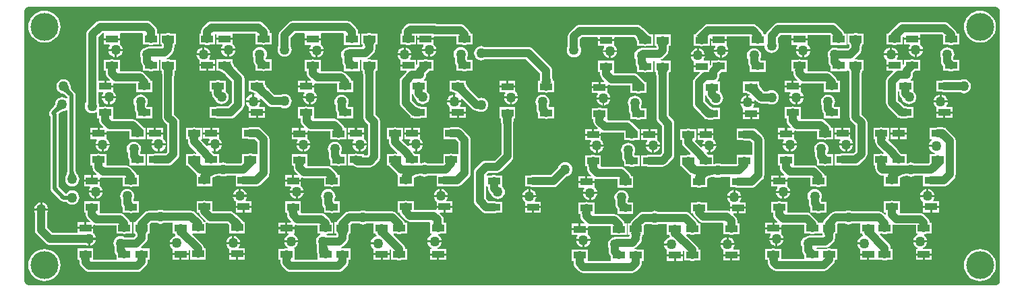
<source format=gtl>
G04 Layer_Physical_Order=1*
G04 Layer_Color=255*
%FSLAX42Y42*%
%MOMM*%
G71*
G01*
G75*
%ADD10R,1.50X0.90*%
%ADD11C,1.00*%
%ADD12C,0.50*%
%ADD13C,3.50*%
%ADD14C,1.27*%
G36*
X100Y3550D02*
Y3550D01*
X12250D01*
Y3550D01*
X12251Y3551D01*
X12270Y3547D01*
X12286Y3536D01*
X12297Y3520D01*
X12301Y3500D01*
X12300Y100D01*
X12300D01*
X12301Y99D01*
X12297Y80D01*
X12286Y64D01*
X12270Y53D01*
X12251Y49D01*
X12250Y50D01*
Y50D01*
X100D01*
Y50D01*
X99Y49D01*
X80Y53D01*
X64Y64D01*
X53Y80D01*
X49Y100D01*
X50Y3500D01*
X50D01*
X49Y3501D01*
X53Y3520D01*
X64Y3536D01*
X80Y3547D01*
X99Y3551D01*
X100Y3550D01*
D02*
G37*
%LPC*%
G36*
X1424Y1852D02*
X1401Y1849D01*
X1380Y1840D01*
X1361Y1826D01*
X1347Y1808D01*
X1338Y1786D01*
X1335Y1763D01*
X1338Y1740D01*
X1347Y1718D01*
X1348Y1716D01*
Y1673D01*
X1351Y1653D01*
X1359Y1635D01*
X1371Y1619D01*
X1371Y1618D01*
Y1555D01*
X1444D01*
X1452Y1552D01*
X1471Y1550D01*
X1491Y1552D01*
X1498Y1555D01*
X1572D01*
Y1696D01*
X1508D01*
X1500Y1704D01*
Y1716D01*
X1502Y1718D01*
X1511Y1740D01*
X1514Y1763D01*
X1511Y1786D01*
X1502Y1808D01*
X1488Y1826D01*
X1469Y1840D01*
X1448Y1849D01*
X1424Y1852D01*
D02*
G37*
G36*
X3949Y1851D02*
X3926Y1848D01*
X3904Y1839D01*
X3885Y1825D01*
X3871Y1806D01*
X3862Y1785D01*
X3859Y1761D01*
X3862Y1738D01*
X3871Y1717D01*
X3873Y1715D01*
Y1671D01*
X3875Y1652D01*
X3883Y1633D01*
X3895Y1617D01*
X3895Y1617D01*
Y1554D01*
X3969D01*
X3976Y1551D01*
X3996Y1548D01*
X4015Y1551D01*
X4023Y1554D01*
X4096D01*
Y1695D01*
X4033D01*
X4025Y1703D01*
Y1715D01*
X4026Y1717D01*
X4035Y1738D01*
X4038Y1761D01*
X4035Y1785D01*
X4026Y1806D01*
X4012Y1825D01*
X3994Y1839D01*
X3972Y1848D01*
X3949Y1851D01*
D02*
G37*
G36*
X11577Y2033D02*
X11519D01*
X11500Y2031D01*
X11492Y2028D01*
X11419D01*
Y1887D01*
X11446D01*
X11451Y1874D01*
X11437Y1863D01*
X11422Y1845D01*
X11413Y1823D01*
X11412Y1813D01*
X11500D01*
Y1787D01*
X11412D01*
X11413Y1777D01*
X11422Y1755D01*
X11437Y1737D01*
X11455Y1722D01*
X11477Y1713D01*
X11478Y1713D01*
X11483Y1700D01*
X11481Y1698D01*
X11419D01*
Y1593D01*
X11405Y1578D01*
X11230D01*
X11228Y1580D01*
X11206Y1589D01*
X11183Y1592D01*
X11160Y1589D01*
X11142Y1581D01*
X11132Y1587D01*
X11130Y1589D01*
Y1698D01*
X11066D01*
X11032Y1733D01*
X11028Y1740D01*
X11016Y1756D01*
X10900Y1873D01*
X10905Y1885D01*
X10913D01*
Y2026D01*
X10839D01*
X10832Y2029D01*
X10812Y2032D01*
X10793Y2029D01*
X10785Y2026D01*
X10712D01*
Y1885D01*
X10735D01*
X10736Y1864D01*
Y1852D01*
X10739Y1833D01*
X10746Y1814D01*
X10758Y1798D01*
X10841Y1715D01*
X10838Y1701D01*
X10833Y1699D01*
X10832Y1699D01*
X10812Y1702D01*
X10793Y1699D01*
X10785Y1696D01*
X10712D01*
Y1555D01*
X10735D01*
X10736Y1530D01*
Y1519D01*
X10739Y1499D01*
X10746Y1481D01*
X10758Y1465D01*
X10775Y1448D01*
X10791Y1436D01*
X10798Y1433D01*
X10809Y1429D01*
X10829Y1426D01*
X10832D01*
X10845Y1426D01*
Y1293D01*
X10919D01*
X10926Y1290D01*
X10946Y1287D01*
X10966Y1290D01*
X10973Y1293D01*
X11046D01*
Y1397D01*
X11057Y1404D01*
X11072Y1410D01*
X11088Y1416D01*
X11104Y1420D01*
X11120Y1424D01*
X11137Y1425D01*
X11138Y1424D01*
X11160Y1415D01*
X11183Y1412D01*
X11206Y1415D01*
X11228Y1424D01*
X11230Y1426D01*
X11335D01*
Y1293D01*
X11409D01*
X11416Y1290D01*
X11436Y1287D01*
X11592D01*
X11612Y1290D01*
X11630Y1297D01*
X11646Y1309D01*
X11724Y1387D01*
X11736Y1403D01*
X11743Y1421D01*
X11746Y1441D01*
Y1864D01*
X11743Y1884D01*
X11739Y1895D01*
X11736Y1902D01*
X11724Y1918D01*
X11630Y2011D01*
X11620Y2019D01*
Y2028D01*
X11604D01*
X11596Y2031D01*
X11577Y2033D01*
D02*
G37*
G36*
X1855Y3222D02*
X1836Y3219D01*
X1828Y3216D01*
X1755D01*
Y3102D01*
X1755Y3101D01*
X1755Y3100D01*
Y3075D01*
X1774D01*
X1774Y3073D01*
X1776Y3066D01*
X1777Y3062D01*
X1769Y3049D01*
X1613D01*
X1593Y3046D01*
X1583Y3042D01*
X1575Y3039D01*
X1575Y3039D01*
X1568Y3038D01*
X1547Y3029D01*
X1528Y3015D01*
X1514Y2996D01*
X1505Y2974D01*
X1502Y2951D01*
X1505Y2928D01*
X1514Y2906D01*
X1515Y2904D01*
Y2861D01*
X1518Y2841D01*
X1526Y2823D01*
X1538Y2807D01*
X1538Y2807D01*
Y2744D01*
X1611D01*
X1619Y2740D01*
X1638Y2738D01*
X1658Y2740D01*
X1665Y2744D01*
X1739D01*
Y2884D01*
X1739D01*
X1739Y2891D01*
X1745Y2892D01*
X1748Y2890D01*
X1755Y2881D01*
Y2772D01*
X1755Y2771D01*
X1755Y2770D01*
Y2745D01*
X1772D01*
X1774Y2740D01*
X1776Y2731D01*
X1779Y2689D01*
X1779Y2682D01*
Y2166D01*
X1782Y2147D01*
X1790Y2128D01*
X1802Y2113D01*
X1843Y2071D01*
Y1725D01*
X1822Y1703D01*
X1688D01*
X1669Y1701D01*
X1661Y1698D01*
X1588D01*
Y1557D01*
X1661D01*
X1669Y1554D01*
X1688Y1551D01*
X1854D01*
X1873Y1554D01*
X1892Y1561D01*
X1907Y1573D01*
X1973Y1639D01*
X1985Y1655D01*
X1993Y1674D01*
X1996Y1693D01*
Y2102D01*
X1993Y2122D01*
X1985Y2140D01*
X1973Y2156D01*
X1931Y2198D01*
Y2682D01*
X1932Y2689D01*
X1933Y2719D01*
X1935Y2731D01*
X1937Y2740D01*
X1938Y2745D01*
X1956D01*
Y2770D01*
X1956Y2771D01*
X1956Y2772D01*
Y2886D01*
X1883D01*
X1875Y2889D01*
X1855Y2892D01*
X1839Y2889D01*
X1835Y2902D01*
X1848Y2907D01*
X1864Y2919D01*
X1909Y2964D01*
X1921Y2980D01*
X1929Y2998D01*
X1931Y3018D01*
Y3022D01*
X1932Y3046D01*
X1933Y3057D01*
X1935Y3066D01*
X1936Y3073D01*
X1937Y3075D01*
X1956D01*
Y3100D01*
X1956Y3101D01*
X1956Y3102D01*
Y3216D01*
X1883D01*
X1875Y3219D01*
X1855Y3222D01*
D02*
G37*
G36*
X10058Y1851D02*
X10035Y1848D01*
X10013Y1839D01*
X9995Y1825D01*
X9981Y1806D01*
X9972Y1784D01*
X9969Y1761D01*
X9972Y1738D01*
X9981Y1716D01*
X9982Y1714D01*
Y1671D01*
X9985Y1651D01*
X9992Y1633D01*
X10004Y1617D01*
X10005Y1617D01*
Y1554D01*
X10078D01*
X10085Y1551D01*
X10105Y1548D01*
X10125Y1551D01*
X10132Y1554D01*
X10206D01*
Y1694D01*
X10142D01*
X10134Y1702D01*
Y1714D01*
X10136Y1716D01*
X10145Y1738D01*
X10148Y1761D01*
X10145Y1784D01*
X10136Y1806D01*
X10122Y1825D01*
X10103Y1839D01*
X10081Y1848D01*
X10058Y1851D01*
D02*
G37*
G36*
X885Y1432D02*
X797D01*
Y1374D01*
X885D01*
Y1432D01*
D02*
G37*
G36*
X3410Y1431D02*
X3322D01*
Y1373D01*
X3410D01*
Y1431D01*
D02*
G37*
G36*
X8064Y3207D02*
X8044Y3205D01*
X8037Y3202D01*
X7963D01*
Y3088D01*
X7963Y3087D01*
X7963Y3086D01*
Y3061D01*
X7982D01*
X7983Y3058D01*
X7985Y3052D01*
X7985Y3047D01*
X7977Y3035D01*
X7822D01*
X7802Y3032D01*
X7783Y3024D01*
X7783Y3024D01*
X7777Y3024D01*
X7755Y3015D01*
X7736Y3000D01*
X7722Y2982D01*
X7713Y2960D01*
X7710Y2937D01*
X7713Y2914D01*
X7722Y2892D01*
X7724Y2890D01*
Y2847D01*
X7726Y2827D01*
X7734Y2809D01*
X7746Y2793D01*
X7746Y2793D01*
Y2729D01*
X7820D01*
X7827Y2726D01*
X7847Y2724D01*
X7866Y2726D01*
X7874Y2729D01*
X7947D01*
Y2870D01*
X7947D01*
X7948Y2877D01*
X7953Y2878D01*
X7956Y2875D01*
X7963Y2867D01*
Y2758D01*
X7963Y2757D01*
X7963Y2756D01*
Y2731D01*
X7981D01*
X7983Y2725D01*
X7984Y2717D01*
X7988Y2674D01*
X7988Y2668D01*
Y2152D01*
X7990Y2133D01*
X7998Y2114D01*
X8010Y2099D01*
X8059Y2050D01*
Y1717D01*
X8033Y1692D01*
X7899D01*
X7880Y1689D01*
X7866Y1683D01*
X7796D01*
Y1543D01*
X7870D01*
X7877Y1540D01*
X7897Y1537D01*
X7916Y1540D01*
X8065D01*
X8084Y1542D01*
X8103Y1550D01*
X8118Y1562D01*
X8189Y1632D01*
X8201Y1648D01*
X8204Y1656D01*
X8208Y1666D01*
X8211Y1686D01*
Y2081D01*
X8208Y2101D01*
X8201Y2119D01*
X8189Y2135D01*
X8140Y2184D01*
Y2668D01*
X8140Y2675D01*
X8142Y2705D01*
X8143Y2716D01*
X8145Y2725D01*
X8147Y2731D01*
X8164D01*
Y2756D01*
X8164Y2757D01*
X8164Y2758D01*
Y2872D01*
X8091D01*
X8084Y2875D01*
X8064Y2877D01*
X8048Y2875D01*
X8044Y2887D01*
X8057Y2893D01*
X8073Y2905D01*
X8118Y2950D01*
X8130Y2966D01*
X8137Y2984D01*
X8140Y3004D01*
Y3008D01*
X8141Y3032D01*
X8142Y3043D01*
X8143Y3052D01*
X8145Y3058D01*
X8146Y3061D01*
X8164D01*
Y3086D01*
X8164Y3087D01*
X8164Y3088D01*
Y3202D01*
X8091D01*
X8084Y3205D01*
X8064Y3207D01*
D02*
G37*
G36*
X7633Y1838D02*
X7610Y1835D01*
X7588Y1826D01*
X7569Y1812D01*
X7555Y1793D01*
X7546Y1772D01*
X7543Y1749D01*
X7546Y1725D01*
X7555Y1704D01*
X7557Y1702D01*
Y1658D01*
X7559Y1639D01*
X7567Y1620D01*
X7579Y1605D01*
X7579Y1604D01*
Y1541D01*
X7653D01*
X7660Y1538D01*
X7680Y1535D01*
X7699Y1538D01*
X7707Y1541D01*
X7780D01*
Y1682D01*
X7717D01*
X7709Y1690D01*
Y1702D01*
X7710Y1704D01*
X7719Y1725D01*
X7722Y1749D01*
X7719Y1772D01*
X7710Y1793D01*
X7696Y1812D01*
X7678Y1826D01*
X7656Y1835D01*
X7633Y1838D01*
D02*
G37*
G36*
X4380Y3220D02*
X4360Y3218D01*
X4353Y3215D01*
X4279D01*
Y3100D01*
X4279Y3100D01*
X4279Y3099D01*
Y3074D01*
X4298D01*
X4299Y3071D01*
X4300Y3065D01*
X4301Y3060D01*
X4293Y3047D01*
X4137D01*
X4118Y3045D01*
X4099Y3037D01*
X4099Y3037D01*
X4093Y3036D01*
X4071Y3027D01*
X4052Y3013D01*
X4038Y2995D01*
X4029Y2973D01*
X4026Y2950D01*
X4029Y2927D01*
X4038Y2905D01*
X4040Y2903D01*
Y2860D01*
X4042Y2840D01*
X4050Y2822D01*
X4062Y2806D01*
X4062Y2805D01*
Y2742D01*
X4136D01*
X4143Y2739D01*
X4163Y2737D01*
X4182Y2739D01*
X4190Y2742D01*
X4263D01*
Y2883D01*
X4263D01*
X4264Y2890D01*
X4269Y2890D01*
X4272Y2888D01*
X4279Y2880D01*
Y2770D01*
X4279Y2770D01*
X4279Y2769D01*
Y2744D01*
X4297D01*
X4299Y2738D01*
X4300Y2730D01*
X4304Y2687D01*
X4304Y2681D01*
Y2165D01*
X4306Y2145D01*
X4314Y2127D01*
X4326Y2111D01*
X4368Y2070D01*
Y1695D01*
X4356Y1683D01*
X4313D01*
Y1696D01*
X4240D01*
X4232Y1699D01*
X4213Y1702D01*
X4193Y1699D01*
X4186Y1696D01*
X4112D01*
Y1555D01*
X4176D01*
X4178Y1553D01*
X4194Y1541D01*
X4212Y1533D01*
X4232Y1531D01*
X4387D01*
X4407Y1533D01*
X4425Y1541D01*
X4441Y1553D01*
X4498Y1609D01*
X4510Y1625D01*
X4513Y1633D01*
X4517Y1644D01*
X4520Y1663D01*
Y2101D01*
X4517Y2121D01*
X4513Y2131D01*
X4510Y2139D01*
X4498Y2155D01*
X4456Y2197D01*
Y2681D01*
X4456Y2688D01*
X4458Y2718D01*
X4459Y2729D01*
X4461Y2738D01*
X4463Y2744D01*
X4480D01*
Y2769D01*
X4480Y2770D01*
X4480Y2770D01*
Y2885D01*
X4407D01*
X4400Y2888D01*
X4380Y2890D01*
X4364Y2888D01*
X4360Y2900D01*
X4373Y2906D01*
X4388Y2918D01*
X4434Y2963D01*
X4446Y2979D01*
X4453Y2997D01*
X4456Y3017D01*
Y3021D01*
X4457Y3045D01*
X4458Y3056D01*
X4459Y3065D01*
X4461Y3071D01*
X4462Y3074D01*
X4480D01*
Y3099D01*
X4480Y3100D01*
X4480Y3100D01*
Y3215D01*
X4407D01*
X4400Y3218D01*
X4380Y3220D01*
D02*
G37*
G36*
X1019Y1803D02*
X943D01*
X945Y1792D01*
X954Y1770D01*
X968Y1752D01*
X987Y1738D01*
X1008Y1729D01*
X1019Y1727D01*
Y1803D01*
D02*
G37*
G36*
X8739Y1795D02*
X8664D01*
Y1719D01*
X8674Y1721D01*
X8696Y1730D01*
X8714Y1744D01*
X8729Y1763D01*
X8738Y1784D01*
X8739Y1795D01*
D02*
G37*
G36*
X9649Y1804D02*
X9574D01*
X9575Y1794D01*
X9584Y1772D01*
X9599Y1753D01*
X9617Y1739D01*
X9639Y1730D01*
X9649Y1729D01*
Y1804D01*
D02*
G37*
G36*
X1119Y1803D02*
X1044D01*
Y1727D01*
X1055Y1729D01*
X1076Y1738D01*
X1095Y1752D01*
X1109Y1770D01*
X1118Y1792D01*
X1119Y1803D01*
D02*
G37*
G36*
X9194Y2021D02*
X9094D01*
X9074Y2018D01*
X9067Y2015D01*
X8994D01*
Y1874D01*
X9067D01*
X9074Y1871D01*
X9094Y1869D01*
X9162D01*
X9190Y1841D01*
Y1685D01*
X9121D01*
X9114Y1688D01*
X9094Y1691D01*
X9074Y1688D01*
X9067Y1685D01*
X8994D01*
Y1571D01*
X8988Y1566D01*
X8805D01*
X8803Y1567D01*
X8781Y1576D01*
X8758Y1579D01*
X8735Y1576D01*
X8717Y1569D01*
X8707Y1574D01*
X8704Y1577D01*
Y1685D01*
X8641D01*
X8613Y1713D01*
X8620Y1724D01*
X8628Y1721D01*
X8638Y1719D01*
Y1795D01*
X8563D01*
X8564Y1788D01*
X8552Y1782D01*
X8474Y1860D01*
X8479Y1873D01*
X8487D01*
Y2013D01*
X8414D01*
X8407Y2016D01*
X8387Y2019D01*
X8367Y2016D01*
X8360Y2013D01*
X8286D01*
Y1873D01*
X8309D01*
X8311Y1851D01*
Y1840D01*
X8313Y1820D01*
X8321Y1802D01*
X8333Y1786D01*
X8416Y1703D01*
X8413Y1688D01*
X8407Y1686D01*
X8407Y1686D01*
X8387Y1689D01*
X8367Y1686D01*
X8360Y1683D01*
X8286D01*
Y1569D01*
X8286Y1568D01*
X8286Y1568D01*
X8286Y1568D01*
X8286Y1567D01*
Y1543D01*
X8302D01*
X8402Y1447D01*
X8414Y1436D01*
X8417Y1433D01*
X8420Y1421D01*
X8420D01*
X8420Y1421D01*
Y1280D01*
X8493D01*
X8501Y1277D01*
X8520Y1274D01*
X8540Y1277D01*
X8548Y1280D01*
X8621D01*
Y1385D01*
X8632Y1391D01*
X8647Y1398D01*
X8662Y1404D01*
X8678Y1408D01*
X8695Y1411D01*
X8711Y1413D01*
X8713Y1412D01*
X8735Y1403D01*
X8758Y1400D01*
X8781Y1403D01*
X8803Y1412D01*
X8805Y1413D01*
X8910D01*
Y1280D01*
X8983D01*
X8991Y1277D01*
X9010Y1274D01*
X9183D01*
X9203Y1277D01*
X9221Y1285D01*
X9237Y1297D01*
X9320Y1379D01*
X9332Y1395D01*
X9339Y1413D01*
X9342Y1433D01*
Y1873D01*
X9339Y1892D01*
X9332Y1911D01*
X9320Y1926D01*
X9248Y1998D01*
X9232Y2010D01*
X9214Y2018D01*
X9194Y2021D01*
D02*
G37*
G36*
X7325Y1792D02*
X7249D01*
Y1716D01*
X7260Y1718D01*
X7282Y1727D01*
X7300Y1741D01*
X7314Y1759D01*
X7323Y1781D01*
X7325Y1792D01*
D02*
G37*
G36*
X7224D02*
X7149D01*
X7150Y1781D01*
X7159Y1759D01*
X7173Y1741D01*
X7192Y1727D01*
X7214Y1718D01*
X7224Y1716D01*
Y1792D01*
D02*
G37*
G36*
X8032Y1793D02*
X7957D01*
Y1718D01*
X7967Y1719D01*
X7989Y1728D01*
X8007Y1742D01*
X8021Y1761D01*
X8030Y1783D01*
X8032Y1793D01*
D02*
G37*
G36*
X7931D02*
X7856D01*
X7857Y1783D01*
X7866Y1761D01*
X7880Y1742D01*
X7899Y1728D01*
X7921Y1719D01*
X7931Y1718D01*
Y1793D01*
D02*
G37*
G36*
X2742Y1260D02*
X2732Y1258D01*
X2710Y1249D01*
X2692Y1235D01*
X2677Y1217D01*
X2668Y1195D01*
X2667Y1185D01*
X2742D01*
Y1260D01*
D02*
G37*
G36*
X5292Y1258D02*
Y1183D01*
X5367D01*
X5366Y1194D01*
X5357Y1215D01*
X5343Y1234D01*
X5324Y1248D01*
X5303Y1257D01*
X5292Y1258D01*
D02*
G37*
G36*
X7207Y1335D02*
X7006D01*
Y1277D01*
X7076D01*
X7083Y1264D01*
X7076Y1255D01*
X7067Y1233D01*
X7065Y1223D01*
X7241D01*
X7240Y1233D01*
X7231Y1255D01*
X7217Y1273D01*
X7207Y1281D01*
Y1335D01*
D02*
G37*
G36*
X2768Y1260D02*
Y1185D01*
X2843D01*
X2842Y1195D01*
X2833Y1217D01*
X2818Y1235D01*
X2800Y1249D01*
X2778Y1258D01*
X2768Y1260D01*
D02*
G37*
G36*
X5267Y1258D02*
X5256Y1257D01*
X5235Y1248D01*
X5216Y1234D01*
X5202Y1215D01*
X5193Y1194D01*
X5191Y1183D01*
X5267D01*
Y1258D01*
D02*
G37*
G36*
X6402Y1254D02*
Y1179D01*
X6478D01*
X6476Y1189D01*
X6467Y1211D01*
X6453Y1229D01*
X6434Y1244D01*
X6413Y1253D01*
X6402Y1254D01*
D02*
G37*
G36*
X6377D02*
X6366Y1253D01*
X6345Y1244D01*
X6326Y1229D01*
X6312Y1211D01*
X6303Y1189D01*
X6302Y1179D01*
X6377D01*
Y1254D01*
D02*
G37*
G36*
X11402Y1258D02*
Y1183D01*
X11477D01*
X11475Y1193D01*
X11467Y1215D01*
X11452Y1234D01*
X11434Y1248D01*
X11412Y1257D01*
X11402Y1258D01*
D02*
G37*
G36*
X11376D02*
X11366Y1257D01*
X11344Y1248D01*
X11325Y1234D01*
X11311Y1215D01*
X11302Y1193D01*
X11301Y1183D01*
X11376D01*
Y1258D01*
D02*
G37*
G36*
X9632Y1347D02*
X9431D01*
Y1289D01*
X9502D01*
X9508Y1277D01*
X9501Y1268D01*
X9492Y1246D01*
X9491Y1235D01*
X9667D01*
X9665Y1246D01*
X9656Y1268D01*
X9642Y1286D01*
X9632Y1294D01*
Y1347D01*
D02*
G37*
G36*
X981Y1702D02*
X962Y1699D01*
X954Y1696D01*
X881D01*
Y1555D01*
X904D01*
X905Y1538D01*
Y1527D01*
X908Y1507D01*
X915Y1489D01*
X928Y1473D01*
X957Y1444D01*
X952Y1432D01*
X911D01*
Y1374D01*
X998D01*
Y1394D01*
X1011Y1401D01*
X1016Y1399D01*
X1035Y1397D01*
X1287D01*
Y1291D01*
X1361D01*
X1368Y1288D01*
X1388Y1285D01*
X1408Y1288D01*
X1415Y1291D01*
X1488D01*
Y1432D01*
X1462D01*
X1461Y1438D01*
X1454Y1456D01*
X1442Y1472D01*
X1387Y1526D01*
X1371Y1539D01*
X1353Y1546D01*
X1333Y1549D01*
X1092D01*
X1082Y1555D01*
Y1696D01*
X1008D01*
X1001Y1699D01*
X981Y1702D01*
D02*
G37*
G36*
X3506Y1700D02*
X3486Y1698D01*
X3479Y1695D01*
X3405D01*
Y1554D01*
X3429D01*
X3430Y1536D01*
Y1525D01*
X3432Y1506D01*
X3440Y1487D01*
X3452Y1471D01*
X3481Y1442D01*
X3476Y1431D01*
X3435D01*
Y1373D01*
X3523D01*
Y1392D01*
X3535Y1400D01*
X3540Y1398D01*
X3560Y1395D01*
X3812D01*
Y1290D01*
X3885D01*
X3893Y1287D01*
X3912Y1284D01*
X3932Y1287D01*
X3939Y1290D01*
X4013D01*
Y1431D01*
X3986D01*
X3986Y1436D01*
X3978Y1455D01*
X3966Y1470D01*
X3911Y1525D01*
X3896Y1537D01*
X3877Y1545D01*
X3857Y1547D01*
X3616D01*
X3606Y1554D01*
Y1695D01*
X3533D01*
X3525Y1698D01*
X3506Y1700D01*
D02*
G37*
G36*
X9519Y1430D02*
X9431D01*
Y1373D01*
X9519D01*
Y1430D01*
D02*
G37*
G36*
X7094Y1418D02*
X7006D01*
Y1360D01*
X7094D01*
Y1418D01*
D02*
G37*
G36*
X9615Y1700D02*
X9595Y1697D01*
X9588Y1694D01*
X9515D01*
Y1554D01*
X9538D01*
X9539Y1536D01*
Y1525D01*
X9542Y1505D01*
X9549Y1487D01*
X9561Y1471D01*
X9591Y1442D01*
X9586Y1430D01*
X9544D01*
Y1373D01*
X9632D01*
Y1395D01*
X9642Y1403D01*
X9645Y1404D01*
X9663Y1401D01*
X9921D01*
Y1289D01*
X9995D01*
X10002Y1286D01*
X10022Y1284D01*
X10041Y1286D01*
X10049Y1289D01*
X10122D01*
Y1430D01*
X10096D01*
X10095Y1436D01*
X10087Y1454D01*
X10075Y1470D01*
X10015Y1531D01*
X9999Y1543D01*
X9980Y1551D01*
X9961Y1553D01*
X9728D01*
X9716Y1554D01*
Y1694D01*
X9642D01*
X9635Y1697D01*
X9615Y1700D01*
D02*
G37*
G36*
X998Y1349D02*
X797D01*
Y1291D01*
X868D01*
X874Y1278D01*
X867Y1269D01*
X858Y1247D01*
X857Y1237D01*
X1033D01*
X1031Y1247D01*
X1022Y1269D01*
X1008Y1288D01*
X998Y1295D01*
Y1349D01*
D02*
G37*
G36*
X3523Y1347D02*
X3322D01*
Y1290D01*
X3392D01*
X3399Y1277D01*
X3391Y1268D01*
X3383Y1246D01*
X3381Y1236D01*
X3557D01*
X3556Y1246D01*
X3547Y1268D01*
X3533Y1286D01*
X3523Y1294D01*
Y1347D01*
D02*
G37*
G36*
X6841Y1596D02*
X6818Y1593D01*
X6797Y1584D01*
X6778Y1570D01*
X6764Y1551D01*
X6755Y1530D01*
X6754Y1527D01*
X6662Y1435D01*
X6437D01*
X6417Y1432D01*
X6410Y1429D01*
X6336D01*
Y1288D01*
X6410D01*
X6417Y1285D01*
X6437Y1283D01*
X6694D01*
X6713Y1285D01*
X6732Y1293D01*
X6748Y1305D01*
X6862Y1419D01*
X6865Y1420D01*
X6886Y1429D01*
X6905Y1443D01*
X6919Y1462D01*
X6928Y1483D01*
X6931Y1506D01*
X6928Y1530D01*
X6919Y1551D01*
X6905Y1570D01*
X6886Y1584D01*
X6865Y1593D01*
X6841Y1596D01*
D02*
G37*
G36*
X7190Y1687D02*
X7170Y1685D01*
X7163Y1682D01*
X7089D01*
Y1541D01*
X7113D01*
X7114Y1524D01*
Y1512D01*
X7116Y1493D01*
X7124Y1474D01*
X7136Y1459D01*
X7165Y1429D01*
X7160Y1418D01*
X7119D01*
Y1360D01*
X7207D01*
Y1380D01*
X7219Y1387D01*
X7224Y1385D01*
X7244Y1382D01*
X7496D01*
Y1277D01*
X7569D01*
X7577Y1274D01*
X7596Y1271D01*
X7616Y1274D01*
X7623Y1277D01*
X7697D01*
Y1418D01*
X7670D01*
X7670Y1423D01*
X7662Y1442D01*
X7650Y1458D01*
X7595Y1512D01*
X7580Y1524D01*
X7561Y1532D01*
X7542Y1535D01*
X7300D01*
X7290Y1541D01*
Y1682D01*
X7217D01*
X7209Y1685D01*
X7190Y1687D01*
D02*
G37*
G36*
X9699Y2294D02*
X9679Y2292D01*
X9672Y2289D01*
X9598D01*
Y2148D01*
X9621D01*
X9623Y2130D01*
Y2119D01*
X9625Y2099D01*
X9633Y2081D01*
X9645Y2065D01*
X9674Y2036D01*
X9669Y2024D01*
X9628D01*
Y1967D01*
X9716D01*
Y1987D01*
X9728Y1994D01*
X9733Y1992D01*
X9753Y1989D01*
X10005D01*
Y1884D01*
X10078D01*
X10085Y1881D01*
X10105Y1878D01*
X10125Y1881D01*
X10132Y1884D01*
X10206D01*
Y2024D01*
X10179D01*
X10179Y2030D01*
X10171Y2049D01*
X10159Y2064D01*
X10104Y2119D01*
X10088Y2131D01*
X10070Y2139D01*
X10050Y2141D01*
X9809D01*
X9799Y2148D01*
Y2289D01*
X9726D01*
X9718Y2292D01*
X9699Y2294D01*
D02*
G37*
G36*
X7273Y2282D02*
X7254Y2279D01*
X7246Y2276D01*
X7173D01*
Y2135D01*
X7196D01*
X7197Y2118D01*
Y2107D01*
X7200Y2087D01*
X7207Y2069D01*
X7219Y2053D01*
X7249Y2024D01*
X7244Y2012D01*
X7202D01*
Y1954D01*
X7290D01*
Y1969D01*
X7303Y1977D01*
X7314Y1972D01*
X7334Y1970D01*
X7579D01*
Y1871D01*
X7653D01*
X7660Y1868D01*
X7680Y1865D01*
X7699Y1868D01*
X7707Y1871D01*
X7780D01*
Y1985D01*
X7780Y1986D01*
X7780Y1987D01*
X7780Y1987D01*
X7780Y1988D01*
Y2012D01*
X7765D01*
X7675Y2096D01*
X7672Y2099D01*
X7656Y2112D01*
X7638Y2119D01*
X7618Y2122D01*
X7377D01*
X7376Y2123D01*
X7374Y2135D01*
X7374D01*
Y2276D01*
X7300D01*
X7293Y2279D01*
X7273Y2282D01*
D02*
G37*
G36*
X11017Y1945D02*
X10929D01*
Y1887D01*
X11017D01*
Y1945D01*
D02*
G37*
G36*
X3589Y2294D02*
X3570Y2292D01*
X3562Y2289D01*
X3489D01*
Y2148D01*
X3517D01*
X3518Y2125D01*
Y2114D01*
X3521Y2095D01*
X3529Y2076D01*
X3541Y2060D01*
X3565Y2036D01*
X3560Y2025D01*
X3518D01*
Y1967D01*
X3606D01*
Y1987D01*
X3619Y1994D01*
X3623Y1992D01*
X3643Y1989D01*
X3895D01*
Y1884D01*
X3969D01*
X3976Y1881D01*
X3996Y1878D01*
X4015Y1881D01*
X4023Y1884D01*
X4096D01*
Y2025D01*
X4070D01*
X4069Y2030D01*
X4062Y2049D01*
X4049Y2065D01*
X3995Y2119D01*
X3979Y2131D01*
X3961Y2139D01*
X3941Y2142D01*
X3700D01*
X3690Y2148D01*
Y2289D01*
X3616D01*
X3609Y2292D01*
X3589Y2294D01*
D02*
G37*
G36*
X2496Y1946D02*
X2295D01*
Y1888D01*
X2366D01*
X2372Y1876D01*
X2365Y1866D01*
X2356Y1845D01*
X2354Y1834D01*
X2530D01*
X2529Y1845D01*
X2520Y1866D01*
X2506Y1885D01*
X2496Y1893D01*
Y1946D01*
D02*
G37*
G36*
X4313Y1943D02*
X4112D01*
Y1885D01*
X4183D01*
X4189Y1873D01*
X4182Y1864D01*
X4173Y1842D01*
X4172Y1831D01*
X4348D01*
X4346Y1842D01*
X4337Y1864D01*
X4323Y1882D01*
X4313Y1890D01*
Y1943D01*
D02*
G37*
G36*
X10423Y1943D02*
X10222D01*
Y1885D01*
X10292D01*
X10299Y1873D01*
X10292Y1863D01*
X10283Y1842D01*
X10281Y1831D01*
X10457D01*
X10456Y1842D01*
X10447Y1863D01*
X10433Y1882D01*
X10423Y1889D01*
Y1943D01*
D02*
G37*
G36*
X5020Y1945D02*
X4820D01*
Y1887D01*
X4890D01*
X4896Y1874D01*
X4889Y1865D01*
X4880Y1844D01*
X4879Y1833D01*
X5055D01*
X5053Y1844D01*
X5045Y1865D01*
X5030Y1884D01*
X5020Y1891D01*
Y1945D01*
D02*
G37*
G36*
X1789Y1945D02*
X1588D01*
Y1887D01*
X1659D01*
X1665Y1874D01*
X1658Y1865D01*
X1649Y1843D01*
X1647Y1833D01*
X1823D01*
X1822Y1843D01*
X1813Y1865D01*
X1799Y1883D01*
X1789Y1891D01*
Y1945D01*
D02*
G37*
G36*
X11130Y1945D02*
X11042D01*
Y1887D01*
X11130D01*
Y1945D01*
D02*
G37*
G36*
X3493Y2025D02*
X3405D01*
Y1967D01*
X3493D01*
Y2025D01*
D02*
G37*
G36*
X9602Y2024D02*
X9515D01*
Y1967D01*
X9602D01*
Y2024D01*
D02*
G37*
G36*
X10423Y2026D02*
X10335D01*
Y1968D01*
X10423D01*
Y2026D01*
D02*
G37*
G36*
X10310D02*
X10222D01*
Y1968D01*
X10310D01*
Y2026D01*
D02*
G37*
G36*
X8704Y2015D02*
X8617D01*
Y1957D01*
X8704D01*
Y2015D01*
D02*
G37*
G36*
X7884Y2013D02*
X7796D01*
Y1956D01*
X7884D01*
Y2013D01*
D02*
G37*
G36*
X7177Y2012D02*
X7089D01*
Y1954D01*
X7177D01*
Y2012D01*
D02*
G37*
G36*
X8591Y2015D02*
X8504D01*
Y1957D01*
X8591D01*
Y2015D01*
D02*
G37*
G36*
X7997Y2013D02*
X7910D01*
Y1956D01*
X7997D01*
Y2013D01*
D02*
G37*
G36*
X4348Y1806D02*
X4272D01*
Y1731D01*
X4283Y1732D01*
X4305Y1741D01*
X4323Y1755D01*
X4337Y1774D01*
X4346Y1796D01*
X4348Y1806D01*
D02*
G37*
G36*
X4247D02*
X4172D01*
X4173Y1796D01*
X4182Y1774D01*
X4196Y1755D01*
X4215Y1741D01*
X4237Y1732D01*
X4247Y1731D01*
Y1806D01*
D02*
G37*
G36*
X1823Y1807D02*
X1748D01*
Y1732D01*
X1759Y1733D01*
X1780Y1742D01*
X1799Y1757D01*
X1813Y1775D01*
X1822Y1797D01*
X1823Y1807D01*
D02*
G37*
G36*
X1723D02*
X1647D01*
X1649Y1797D01*
X1658Y1775D01*
X1672Y1757D01*
X1691Y1742D01*
X1712Y1733D01*
X1723Y1732D01*
Y1807D01*
D02*
G37*
G36*
X10457Y1806D02*
X10382D01*
Y1730D01*
X10392Y1732D01*
X10414Y1741D01*
X10433Y1755D01*
X10447Y1774D01*
X10456Y1795D01*
X10457Y1806D01*
D02*
G37*
G36*
X3540Y1804D02*
X3465D01*
X3466Y1794D01*
X3475Y1772D01*
X3489Y1754D01*
X3508Y1739D01*
X3529Y1730D01*
X3540Y1729D01*
Y1804D01*
D02*
G37*
G36*
X9750Y1804D02*
X9675D01*
Y1729D01*
X9685Y1730D01*
X9707Y1739D01*
X9725Y1753D01*
X9740Y1772D01*
X9749Y1794D01*
X9750Y1804D01*
D02*
G37*
G36*
X10356Y1806D02*
X10281D01*
X10283Y1795D01*
X10292Y1774D01*
X10306Y1755D01*
X10324Y1741D01*
X10346Y1732D01*
X10356Y1730D01*
Y1806D01*
D02*
G37*
G36*
X3641Y1804D02*
X3565D01*
Y1729D01*
X3576Y1730D01*
X3597Y1739D01*
X3616Y1754D01*
X3630Y1772D01*
X3639Y1794D01*
X3641Y1804D01*
D02*
G37*
G36*
X5497Y2034D02*
X5410D01*
X5390Y2031D01*
X5383Y2028D01*
X5310D01*
Y1887D01*
X5383D01*
X5390Y1884D01*
X5410Y1881D01*
X5466D01*
X5500Y1848D01*
Y1698D01*
X5437D01*
X5430Y1701D01*
X5410Y1704D01*
X5390Y1701D01*
X5383Y1698D01*
X5310D01*
Y1584D01*
X5304Y1578D01*
X5121D01*
X5118Y1580D01*
X5097Y1589D01*
X5074Y1592D01*
X5050Y1589D01*
X5033Y1582D01*
X5023Y1587D01*
X5020Y1589D01*
Y1698D01*
X4957D01*
X4929Y1726D01*
X4936Y1737D01*
X4944Y1734D01*
X4954Y1732D01*
Y1808D01*
X4879D01*
X4880Y1801D01*
X4868Y1795D01*
X4790Y1873D01*
X4795Y1885D01*
X4803D01*
Y2026D01*
X4730D01*
X4722Y2029D01*
X4703Y2032D01*
X4683Y2029D01*
X4676Y2026D01*
X4602D01*
Y1885D01*
X4625D01*
X4627Y1864D01*
Y1853D01*
X4629Y1833D01*
X4637Y1814D01*
X4649Y1799D01*
X4732Y1716D01*
X4729Y1701D01*
X4723Y1699D01*
X4722Y1699D01*
X4703Y1702D01*
X4683Y1699D01*
X4676Y1696D01*
X4602D01*
Y1582D01*
X4602Y1581D01*
X4602Y1581D01*
X4602Y1580D01*
X4602Y1580D01*
Y1555D01*
X4618D01*
X4718Y1460D01*
X4730Y1449D01*
X4733Y1446D01*
X4736Y1434D01*
X4736D01*
X4736Y1434D01*
Y1293D01*
X4809D01*
X4817Y1290D01*
X4836Y1287D01*
X4856Y1290D01*
X4863Y1293D01*
X4937D01*
Y1398D01*
X4948Y1404D01*
X4963Y1411D01*
X4978Y1416D01*
X4994Y1421D01*
X5011Y1424D01*
X5027Y1426D01*
X5029Y1425D01*
X5050Y1416D01*
X5074Y1413D01*
X5097Y1416D01*
X5118Y1425D01*
X5121Y1426D01*
X5226D01*
Y1293D01*
X5299D01*
X5307Y1290D01*
X5326Y1287D01*
X5483D01*
X5502Y1290D01*
X5521Y1297D01*
X5537Y1310D01*
X5630Y1403D01*
X5642Y1418D01*
X5649Y1437D01*
X5652Y1456D01*
Y1879D01*
X5649Y1899D01*
X5645Y1910D01*
X5642Y1917D01*
X5630Y1933D01*
X5551Y2011D01*
X5535Y2023D01*
X5517Y2031D01*
X5497Y2034D01*
D02*
G37*
G36*
X1082Y1943D02*
X881D01*
Y1885D01*
X957D01*
X963Y1873D01*
X954Y1860D01*
X945Y1838D01*
X943Y1828D01*
X1119D01*
X1118Y1838D01*
X1109Y1860D01*
X1095Y1879D01*
X1082Y1889D01*
Y1943D01*
D02*
G37*
G36*
X8704Y1932D02*
X8504D01*
Y1874D01*
X8574D01*
X8580Y1862D01*
X8573Y1852D01*
X8564Y1831D01*
X8563Y1820D01*
X8739D01*
X8738Y1831D01*
X8729Y1852D01*
X8714Y1871D01*
X8704Y1879D01*
Y1932D01*
D02*
G37*
G36*
X3606Y1942D02*
X3405D01*
Y1884D01*
X3476D01*
X3482Y1871D01*
X3475Y1862D01*
X3466Y1840D01*
X3465Y1830D01*
X3641D01*
X3639Y1840D01*
X3630Y1862D01*
X3616Y1881D01*
X3606Y1888D01*
Y1942D01*
D02*
G37*
G36*
X9716Y1941D02*
X9515D01*
Y1884D01*
X9585D01*
X9592Y1871D01*
X9584Y1862D01*
X9575Y1840D01*
X9574Y1830D01*
X9750D01*
X9749Y1840D01*
X9740Y1862D01*
X9725Y1880D01*
X9716Y1888D01*
Y1941D01*
D02*
G37*
G36*
X7997Y1930D02*
X7796D01*
Y1873D01*
X7867D01*
X7873Y1860D01*
X7866Y1851D01*
X7857Y1829D01*
X7856Y1819D01*
X8032D01*
X8030Y1829D01*
X8021Y1851D01*
X8007Y1869D01*
X7997Y1877D01*
Y1930D01*
D02*
G37*
G36*
X2973Y2035D02*
X2886D01*
X2866Y2032D01*
X2858Y2029D01*
X2785D01*
Y1888D01*
X2858D01*
X2866Y1885D01*
X2886Y1883D01*
X2942D01*
X2975Y1849D01*
Y1699D01*
X2913D01*
X2905Y1702D01*
X2886Y1705D01*
X2866Y1702D01*
X2858Y1699D01*
X2785D01*
Y1595D01*
X2771Y1580D01*
X2596D01*
X2594Y1581D01*
X2572Y1590D01*
X2549Y1593D01*
X2526Y1590D01*
X2509Y1583D01*
X2498Y1588D01*
X2496Y1591D01*
Y1699D01*
X2433D01*
X2404Y1727D01*
X2412Y1738D01*
X2419Y1735D01*
X2430Y1734D01*
Y1809D01*
X2354D01*
X2355Y1802D01*
X2344Y1796D01*
X2266Y1874D01*
X2271Y1887D01*
X2279D01*
Y2028D01*
X2206D01*
X2198Y2031D01*
X2178Y2033D01*
X2159Y2031D01*
X2151Y2028D01*
X2078D01*
Y1887D01*
X2101D01*
X2102Y1865D01*
Y1854D01*
X2105Y1834D01*
X2113Y1816D01*
X2125Y1800D01*
X2208Y1717D01*
X2204Y1702D01*
X2199Y1700D01*
X2198Y1701D01*
X2178Y1703D01*
X2159Y1701D01*
X2151Y1698D01*
X2078D01*
Y1583D01*
X2078Y1583D01*
X2078Y1582D01*
X2078Y1582D01*
X2078Y1581D01*
Y1557D01*
X2093D01*
X2194Y1462D01*
X2206Y1450D01*
X2209Y1447D01*
X2212Y1435D01*
X2212D01*
X2212Y1435D01*
Y1294D01*
X2285D01*
X2292Y1291D01*
X2312Y1289D01*
X2332Y1291D01*
X2339Y1294D01*
X2412D01*
Y1399D01*
X2424Y1405D01*
X2438Y1412D01*
X2454Y1418D01*
X2470Y1422D01*
X2486Y1425D01*
X2503Y1427D01*
X2504Y1426D01*
X2526Y1417D01*
X2549Y1414D01*
X2572Y1417D01*
X2594Y1426D01*
X2596Y1428D01*
X2702D01*
Y1294D01*
X2775D01*
X2782Y1291D01*
X2802Y1289D01*
X2958D01*
X2978Y1291D01*
X2996Y1299D01*
X3012Y1311D01*
X3105Y1404D01*
X3117Y1420D01*
X3125Y1438D01*
X3127Y1458D01*
Y1881D01*
X3125Y1900D01*
X3117Y1919D01*
X3105Y1934D01*
X3027Y2013D01*
X3011Y2025D01*
X2993Y2032D01*
X2973Y2035D01*
D02*
G37*
G36*
X5055Y1808D02*
X4980D01*
Y1732D01*
X4990Y1734D01*
X5012Y1743D01*
X5030Y1757D01*
X5045Y1775D01*
X5053Y1797D01*
X5055Y1808D01*
D02*
G37*
G36*
X7290Y1929D02*
X7089D01*
Y1871D01*
X7160D01*
X7166Y1858D01*
X7159Y1849D01*
X7150Y1827D01*
X7149Y1817D01*
X7325D01*
X7323Y1827D01*
X7314Y1849D01*
X7300Y1868D01*
X7290Y1875D01*
Y1929D01*
D02*
G37*
G36*
X2530Y1809D02*
X2455D01*
Y1734D01*
X2466Y1735D01*
X2487Y1744D01*
X2506Y1758D01*
X2520Y1777D01*
X2529Y1798D01*
X2530Y1809D01*
D02*
G37*
G36*
X348Y987D02*
X172D01*
X173Y977D01*
X182Y955D01*
X184Y953D01*
Y740D01*
X187Y720D01*
X194Y702D01*
X206Y686D01*
X316Y576D01*
X332Y564D01*
X350Y557D01*
X370Y554D01*
X814D01*
X816Y552D01*
X838Y544D01*
X849Y542D01*
Y630D01*
X861D01*
Y643D01*
X949D01*
X948Y653D01*
X939Y675D01*
X925Y694D01*
X915Y701D01*
Y755D01*
X714D01*
Y706D01*
X401D01*
X336Y772D01*
Y953D01*
X338Y955D01*
X347Y977D01*
X348Y987D01*
D02*
G37*
G36*
X9583Y616D02*
X9508D01*
Y541D01*
X9518Y542D01*
X9540Y551D01*
X9558Y565D01*
X9573Y584D01*
X9582Y605D01*
X9583Y616D01*
D02*
G37*
G36*
X8867Y651D02*
X8857Y650D01*
X8835Y641D01*
X8817Y627D01*
X8802Y608D01*
X8793Y587D01*
X8792Y576D01*
X8867D01*
Y651D01*
D02*
G37*
G36*
X949Y617D02*
X874D01*
Y542D01*
X884Y544D01*
X906Y552D01*
X925Y567D01*
X939Y585D01*
X948Y607D01*
X949Y617D01*
D02*
G37*
G36*
X9482Y616D02*
X9407D01*
X9408Y605D01*
X9417Y584D01*
X9432Y565D01*
X9450Y551D01*
X9472Y542D01*
X9482Y541D01*
Y616D01*
D02*
G37*
G36*
X2760Y565D02*
X2584D01*
X2585Y554D01*
X2594Y533D01*
X2608Y514D01*
X2618Y507D01*
Y453D01*
X2819D01*
Y511D01*
X2748D01*
X2742Y524D01*
X2749Y533D01*
X2758Y554D01*
X2760Y565D01*
D02*
G37*
G36*
X11388Y587D02*
X11212D01*
X11213Y577D01*
X11222Y555D01*
X11237Y537D01*
X11255Y522D01*
X11265Y518D01*
X11263Y505D01*
X11245D01*
Y448D01*
X11445D01*
Y505D01*
X11337D01*
X11335Y518D01*
X11345Y522D01*
X11363Y537D01*
X11378Y555D01*
X11387Y577D01*
X11388Y587D01*
D02*
G37*
G36*
X7158Y603D02*
X7082D01*
Y528D01*
X7093Y529D01*
X7115Y538D01*
X7133Y553D01*
X7147Y571D01*
X7156Y593D01*
X7158Y603D01*
D02*
G37*
G36*
X7057D02*
X6982D01*
X6983Y593D01*
X6992Y571D01*
X7006Y553D01*
X7025Y538D01*
X7047Y529D01*
X7057Y528D01*
Y603D01*
D02*
G37*
G36*
X8893Y651D02*
Y576D01*
X8968D01*
X8967Y587D01*
X8958Y608D01*
X8943Y627D01*
X8925Y641D01*
X8903Y650D01*
X8893Y651D01*
D02*
G37*
G36*
X7106Y1093D02*
X7087Y1091D01*
X7079Y1088D01*
X7006D01*
Y947D01*
X7029D01*
X7030Y929D01*
Y918D01*
X7033Y899D01*
X7040Y880D01*
X7052Y864D01*
X7082Y835D01*
X7077Y823D01*
X7035D01*
Y766D01*
X7123D01*
Y786D01*
X7136Y793D01*
X7140Y791D01*
X7160Y788D01*
X7412D01*
Y683D01*
X7486D01*
X7493Y680D01*
X7513Y677D01*
X7532Y680D01*
X7540Y683D01*
X7613D01*
Y823D01*
X7587D01*
X7586Y829D01*
X7579Y848D01*
X7567Y863D01*
X7512Y918D01*
X7496Y930D01*
X7478Y938D01*
X7458Y940D01*
X7217D01*
X7207Y947D01*
Y1088D01*
X7133D01*
X7126Y1091D01*
X7106Y1093D01*
D02*
G37*
G36*
X9555Y752D02*
X9355D01*
Y695D01*
X9418D01*
X9424Y682D01*
X9417Y673D01*
X9408Y652D01*
X9407Y641D01*
X9583D01*
X9582Y652D01*
X9573Y673D01*
X9565Y684D01*
X9564Y685D01*
X9564Y685D01*
X9558Y692D01*
X9556Y694D01*
X9555Y706D01*
Y752D01*
D02*
G37*
G36*
X8520Y1097D02*
X8501Y1094D01*
X8493Y1091D01*
X8420D01*
Y950D01*
X8446D01*
X8447Y944D01*
X8455Y926D01*
X8467Y910D01*
X8521Y855D01*
X8537Y843D01*
X8556Y836D01*
X8575Y833D01*
X8817D01*
X8827Y827D01*
Y686D01*
X8900D01*
X8907Y683D01*
X8927Y680D01*
X8947Y683D01*
X8954Y686D01*
X9027D01*
Y827D01*
X9004D01*
X9003Y844D01*
Y855D01*
X9000Y875D01*
X8996Y886D01*
X8993Y893D01*
X8981Y909D01*
X8952Y938D01*
X8956Y950D01*
X8998D01*
Y1008D01*
X8910D01*
Y987D01*
X8900Y980D01*
X8893Y983D01*
X8873Y985D01*
X8621D01*
Y1091D01*
X8548D01*
X8540Y1094D01*
X8520Y1097D01*
D02*
G37*
G36*
X7967Y983D02*
X7944Y980D01*
X7922Y971D01*
X7920Y970D01*
X7818D01*
X7799Y967D01*
X7780Y960D01*
X7765Y948D01*
X7676Y859D01*
X7664Y843D01*
X7656Y825D01*
X7629D01*
Y711D01*
X7629Y710D01*
X7629Y709D01*
Y684D01*
X7648D01*
X7649Y682D01*
X7651Y675D01*
X7651Y671D01*
X7643Y658D01*
X7487D01*
X7468Y655D01*
X7449Y648D01*
X7449Y648D01*
X7443Y647D01*
X7421Y638D01*
X7402Y624D01*
X7388Y605D01*
X7379Y583D01*
X7376Y560D01*
X7379Y537D01*
X7388Y515D01*
X7390Y513D01*
Y470D01*
X7392Y450D01*
X7400Y432D01*
X7412Y416D01*
X7412Y416D01*
Y354D01*
X7123D01*
Y493D01*
X7050D01*
X7042Y497D01*
X7023Y499D01*
X7003Y497D01*
X6996Y493D01*
X6922D01*
Y353D01*
X6946D01*
X6947Y335D01*
Y324D01*
X6949Y304D01*
X6957Y286D01*
X6969Y270D01*
X7015Y224D01*
X7031Y212D01*
X7038Y209D01*
X7049Y204D01*
X7069Y202D01*
X7679D01*
X7698Y204D01*
X7717Y212D01*
X7732Y224D01*
X7784Y275D01*
X7796Y291D01*
X7803Y310D01*
X7806Y329D01*
Y351D01*
X7806Y354D01*
X7830D01*
Y495D01*
X7757D01*
X7750Y498D01*
X7730Y501D01*
X7714Y499D01*
X7710Y511D01*
X7723Y516D01*
X7739Y528D01*
X7784Y573D01*
X7796Y589D01*
X7803Y607D01*
X7806Y627D01*
Y631D01*
X7807Y655D01*
X7808Y666D01*
X7809Y675D01*
X7811Y682D01*
X7812Y684D01*
X7830D01*
Y709D01*
X7830Y710D01*
X7830Y711D01*
Y798D01*
X7850Y818D01*
X7920D01*
X7922Y816D01*
X7944Y807D01*
X7967Y804D01*
X7990Y807D01*
X8012Y816D01*
X8014Y818D01*
X8119D01*
Y684D01*
X8146D01*
X8146Y681D01*
X8154Y663D01*
X8156Y660D01*
X8151Y649D01*
X8149Y648D01*
X8128Y640D01*
X8110Y625D01*
X8095Y607D01*
X8086Y585D01*
X8085Y575D01*
X8173D01*
Y549D01*
X8085D01*
X8086Y539D01*
X8095Y517D01*
X8110Y498D01*
X8119Y491D01*
Y437D01*
X8320D01*
Y474D01*
X8333Y481D01*
X8337Y478D01*
Y356D01*
X8410D01*
X8417Y353D01*
X8437Y350D01*
X8457Y353D01*
X8464Y356D01*
X8537D01*
Y497D01*
X8513D01*
X8510Y514D01*
X8506Y525D01*
X8503Y532D01*
X8491Y548D01*
X8365Y674D01*
X8369Y686D01*
X8410D01*
X8417Y683D01*
X8437Y680D01*
X8457Y683D01*
X8464Y686D01*
X8537D01*
Y827D01*
X8510D01*
X8503Y845D01*
X8491Y861D01*
X8404Y948D01*
X8388Y960D01*
X8370Y967D01*
X8350Y970D01*
X8014D01*
X8012Y971D01*
X7990Y980D01*
X7967Y983D01*
D02*
G37*
G36*
X7123Y740D02*
X6922D01*
Y683D01*
X6993D01*
X6999Y670D01*
X6992Y661D01*
X6983Y639D01*
X6982Y629D01*
X7158D01*
X7156Y639D01*
X7147Y661D01*
X7133Y679D01*
X7123Y687D01*
Y740D01*
D02*
G37*
G36*
X2684Y666D02*
Y590D01*
X2760D01*
X2758Y601D01*
X2749Y622D01*
X2735Y641D01*
X2716Y655D01*
X2695Y664D01*
X2684Y666D01*
D02*
G37*
G36*
X2659D02*
X2648Y664D01*
X2627Y655D01*
X2608Y641D01*
X2594Y622D01*
X2585Y601D01*
X2584Y590D01*
X2659D01*
Y666D01*
D02*
G37*
G36*
X4836Y1109D02*
X4817Y1107D01*
X4809Y1104D01*
X4736D01*
Y963D01*
X4762D01*
X4763Y957D01*
X4771Y939D01*
X4783Y923D01*
X4837Y868D01*
X4853Y856D01*
X4871Y849D01*
X4891Y846D01*
X5140D01*
X5145Y835D01*
Y695D01*
X5163D01*
X5165Y682D01*
X5155Y678D01*
X5137Y663D01*
X5122Y645D01*
X5113Y623D01*
X5112Y613D01*
X5288D01*
X5287Y623D01*
X5278Y645D01*
X5263Y663D01*
X5246Y676D01*
X5247Y683D01*
X5249Y690D01*
X5265Y692D01*
X5272Y695D01*
X5345D01*
Y835D01*
X5316D01*
X5316Y836D01*
X5314Y862D01*
Y873D01*
X5311Y893D01*
X5304Y911D01*
X5291Y927D01*
X5267Y951D01*
X5272Y963D01*
X5314D01*
Y1021D01*
X5226D01*
Y1000D01*
X5215Y993D01*
X5209Y996D01*
X5189Y998D01*
X4937D01*
Y1104D01*
X4863D01*
X4856Y1107D01*
X4836Y1109D01*
D02*
G37*
G36*
X3439Y753D02*
X3351D01*
Y696D01*
X3365D01*
X3368Y683D01*
X3355Y678D01*
X3337Y663D01*
X3322Y645D01*
X3313Y623D01*
X3312Y613D01*
X3488D01*
X3487Y623D01*
X3478Y645D01*
X3463Y663D01*
X3445Y678D01*
X3432Y683D01*
X3435Y696D01*
X3439D01*
Y753D01*
D02*
G37*
G36*
X5232Y422D02*
X5145D01*
Y365D01*
X5232D01*
Y422D01*
D02*
G37*
G36*
X9027Y414D02*
X8940D01*
Y356D01*
X9027D01*
Y414D01*
D02*
G37*
G36*
X10632Y422D02*
X10545D01*
Y365D01*
X10632D01*
Y422D01*
D02*
G37*
G36*
X5345D02*
X5258D01*
Y365D01*
X5345D01*
Y422D01*
D02*
G37*
G36*
X8914Y414D02*
X8827D01*
Y356D01*
X8914D01*
Y414D01*
D02*
G37*
G36*
X12050Y501D02*
X12011Y497D01*
X11973Y486D01*
X11938Y467D01*
X11908Y442D01*
X11883Y412D01*
X11864Y377D01*
X11853Y339D01*
X11849Y300D01*
X11853Y261D01*
X11864Y223D01*
X11883Y188D01*
X11908Y158D01*
X11938Y133D01*
X11973Y114D01*
X12011Y102D01*
X12050Y99D01*
X12089Y102D01*
X12127Y114D01*
X12162Y133D01*
X12192Y158D01*
X12217Y188D01*
X12236Y223D01*
X12248Y261D01*
X12251Y300D01*
X12248Y339D01*
X12236Y377D01*
X12217Y412D01*
X12192Y442D01*
X12162Y467D01*
X12127Y486D01*
X12089Y497D01*
X12050Y501D01*
D02*
G37*
G36*
X300D02*
X261Y497D01*
X223Y486D01*
X188Y467D01*
X158Y442D01*
X133Y412D01*
X114Y377D01*
X102Y339D01*
X99Y300D01*
X102Y261D01*
X114Y223D01*
X133Y188D01*
X158Y158D01*
X188Y133D01*
X223Y114D01*
X261Y102D01*
X300Y99D01*
X339Y102D01*
X377Y114D01*
X412Y133D01*
X442Y158D01*
X467Y188D01*
X486Y223D01*
X497Y261D01*
X501Y300D01*
X497Y339D01*
X486Y377D01*
X467Y412D01*
X442Y442D01*
X412Y467D01*
X377Y486D01*
X339Y497D01*
X300Y501D01*
D02*
G37*
G36*
X8320Y412D02*
X8233D01*
Y354D01*
X8320D01*
Y412D01*
D02*
G37*
G36*
X8207D02*
X8119D01*
Y354D01*
X8207D01*
Y412D01*
D02*
G37*
G36*
X11332Y422D02*
X11245D01*
Y365D01*
X11332D01*
Y422D01*
D02*
G37*
G36*
X2819Y428D02*
X2731D01*
Y370D01*
X2819D01*
Y428D01*
D02*
G37*
G36*
X2706D02*
X2618D01*
Y370D01*
X2706D01*
Y428D01*
D02*
G37*
G36*
X5288Y587D02*
X5112D01*
X5113Y577D01*
X5122Y555D01*
X5137Y537D01*
X5155Y522D01*
X5165Y518D01*
X5163Y505D01*
X5145D01*
Y448D01*
X5345D01*
Y505D01*
X5237D01*
X5235Y518D01*
X5245Y522D01*
X5263Y537D01*
X5278Y555D01*
X5287Y577D01*
X5288Y587D01*
D02*
G37*
G36*
X8968Y551D02*
X8792D01*
X8793Y540D01*
X8802Y519D01*
X8817Y500D01*
X8827Y492D01*
Y439D01*
X9027D01*
Y497D01*
X8957D01*
X8951Y509D01*
X8958Y519D01*
X8967Y540D01*
X8968Y551D01*
D02*
G37*
G36*
X2112Y426D02*
X2024D01*
Y368D01*
X2112D01*
Y426D01*
D02*
G37*
G36*
X4523Y425D02*
X4435D01*
Y367D01*
X4523D01*
Y425D01*
D02*
G37*
G36*
X11445Y422D02*
X11358D01*
Y365D01*
X11445D01*
Y422D01*
D02*
G37*
G36*
X1999Y426D02*
X1911D01*
Y368D01*
X1999D01*
Y426D01*
D02*
G37*
G36*
X4636Y425D02*
X4549D01*
Y367D01*
X4636D01*
Y425D01*
D02*
G37*
G36*
X5367Y1158D02*
X5191D01*
X5193Y1147D01*
X5202Y1126D01*
X5216Y1107D01*
X5226Y1099D01*
Y1046D01*
X5427D01*
Y1104D01*
X5356D01*
X5350Y1116D01*
X5357Y1126D01*
X5366Y1147D01*
X5367Y1158D01*
D02*
G37*
G36*
X11477Y1158D02*
X11301D01*
X11302Y1147D01*
X11311Y1125D01*
X11325Y1107D01*
X11335Y1099D01*
Y1046D01*
X11536D01*
Y1103D01*
X11466D01*
X11459Y1116D01*
X11467Y1125D01*
X11475Y1147D01*
X11477Y1158D01*
D02*
G37*
G36*
X7141Y1197D02*
X7065D01*
X7067Y1187D01*
X7076Y1165D01*
X7090Y1147D01*
X7108Y1132D01*
X7130Y1123D01*
X7141Y1122D01*
Y1197D01*
D02*
G37*
G36*
X2843Y1159D02*
X2667D01*
X2668Y1149D01*
X2677Y1127D01*
X2692Y1108D01*
X2702Y1101D01*
Y1047D01*
X2902D01*
Y1105D01*
X2832D01*
X2826Y1118D01*
X2833Y1127D01*
X2842Y1149D01*
X2843Y1159D01*
D02*
G37*
G36*
X6478Y1153D02*
X6302D01*
X6303Y1143D01*
X6312Y1121D01*
X6326Y1103D01*
X6336Y1095D01*
Y1041D01*
X6537D01*
Y1099D01*
X6466D01*
X6460Y1112D01*
X6467Y1121D01*
X6476Y1143D01*
X6478Y1153D01*
D02*
G37*
G36*
X247Y1088D02*
X237Y1087D01*
X215Y1078D01*
X197Y1063D01*
X182Y1045D01*
X173Y1023D01*
X172Y1013D01*
X247D01*
Y1088D01*
D02*
G37*
G36*
X2902Y1022D02*
X2815D01*
Y964D01*
X2902D01*
Y1022D01*
D02*
G37*
G36*
X9052Y1145D02*
X8876D01*
X8877Y1134D01*
X8886Y1113D01*
X8900Y1094D01*
X8910Y1087D01*
Y1033D01*
X9111D01*
Y1091D01*
X9040D01*
X9034Y1104D01*
X9041Y1113D01*
X9050Y1134D01*
X9052Y1145D01*
D02*
G37*
G36*
X273Y1088D02*
Y1013D01*
X348D01*
X347Y1023D01*
X338Y1045D01*
X323Y1063D01*
X305Y1078D01*
X283Y1087D01*
X273Y1088D01*
D02*
G37*
G36*
X7241Y1197D02*
X7166D01*
Y1122D01*
X7176Y1123D01*
X7198Y1132D01*
X7217Y1147D01*
X7231Y1165D01*
X7240Y1187D01*
X7241Y1197D01*
D02*
G37*
G36*
X1033Y1212D02*
X957D01*
Y1136D01*
X968Y1138D01*
X990Y1147D01*
X1008Y1161D01*
X1022Y1179D01*
X1031Y1201D01*
X1033Y1212D01*
D02*
G37*
G36*
X932D02*
X857D01*
X858Y1201D01*
X867Y1179D01*
X881Y1161D01*
X900Y1147D01*
X922Y1138D01*
X932Y1136D01*
Y1212D01*
D02*
G37*
G36*
X8976Y1246D02*
Y1170D01*
X9052D01*
X9050Y1181D01*
X9041Y1202D01*
X9027Y1221D01*
X9008Y1235D01*
X8987Y1244D01*
X8976Y1246D01*
D02*
G37*
G36*
X8951D02*
X8940Y1244D01*
X8919Y1235D01*
X8900Y1221D01*
X8886Y1202D01*
X8877Y1181D01*
X8876Y1170D01*
X8951D01*
Y1246D01*
D02*
G37*
G36*
X3557Y1210D02*
X3482D01*
Y1135D01*
X3492Y1136D01*
X3514Y1145D01*
X3533Y1160D01*
X3547Y1178D01*
X3556Y1200D01*
X3557Y1210D01*
D02*
G37*
G36*
X9566Y1210D02*
X9491D01*
X9492Y1199D01*
X9501Y1178D01*
X9515Y1159D01*
X9534Y1145D01*
X9555Y1136D01*
X9566Y1135D01*
Y1210D01*
D02*
G37*
G36*
X6114Y2293D02*
X6094Y2291D01*
X6087Y2287D01*
X6013D01*
Y2173D01*
X6013Y2172D01*
X6013Y2171D01*
Y2147D01*
X6031D01*
X6032Y2141D01*
X6034Y2133D01*
X6037Y2090D01*
X6038Y2084D01*
Y1700D01*
X5953Y1616D01*
X5844D01*
X5825Y1613D01*
X5806Y1605D01*
X5790Y1593D01*
X5713Y1516D01*
X5701Y1500D01*
X5693Y1482D01*
X5691Y1462D01*
Y1109D01*
X5693Y1089D01*
X5701Y1071D01*
X5713Y1055D01*
X5793Y975D01*
X5809Y963D01*
X5816Y960D01*
X5827Y955D01*
X5847Y953D01*
X5947D01*
X5966Y955D01*
X5974Y958D01*
X6047D01*
Y1099D01*
X5974D01*
X5966Y1102D01*
X5947Y1105D01*
X5878D01*
X5843Y1140D01*
Y1277D01*
X5846Y1288D01*
X5862Y1288D01*
X5871Y1279D01*
Y1269D01*
X5873Y1249D01*
X5881Y1231D01*
X5893Y1215D01*
X5907Y1201D01*
X5907Y1198D01*
X5916Y1177D01*
X5930Y1158D01*
X5949Y1144D01*
X5970Y1135D01*
X5994Y1132D01*
X6017Y1135D01*
X6038Y1144D01*
X6057Y1158D01*
X6071Y1177D01*
X6080Y1198D01*
X6083Y1222D01*
X6080Y1245D01*
X6071Y1266D01*
X6057Y1285D01*
X6047Y1293D01*
Y1429D01*
X5974D01*
X5966Y1432D01*
X5947Y1435D01*
X5927Y1432D01*
X5920Y1429D01*
X5859D01*
X5854Y1442D01*
X5876Y1464D01*
X5985D01*
X6005Y1466D01*
X6023Y1474D01*
X6039Y1486D01*
X6167Y1614D01*
X6179Y1630D01*
X6183Y1638D01*
X6187Y1649D01*
X6190Y1668D01*
Y2084D01*
X6190Y2090D01*
X6192Y2121D01*
X6193Y2132D01*
X6195Y2141D01*
X6197Y2147D01*
X6214D01*
Y2171D01*
X6214Y2172D01*
X6214Y2173D01*
Y2287D01*
X6141D01*
X6133Y2291D01*
X6114Y2293D01*
D02*
G37*
G36*
X3456Y1210D02*
X3381D01*
X3383Y1200D01*
X3391Y1178D01*
X3406Y1160D01*
X3424Y1145D01*
X3446Y1136D01*
X3456Y1135D01*
Y1210D01*
D02*
G37*
G36*
X9667Y1210D02*
X9591D01*
Y1135D01*
X9602Y1136D01*
X9623Y1145D01*
X9642Y1159D01*
X9656Y1178D01*
X9665Y1199D01*
X9667Y1210D01*
D02*
G37*
G36*
X802Y838D02*
X714D01*
Y780D01*
X802D01*
Y838D01*
D02*
G37*
G36*
X3326Y836D02*
X3238D01*
Y779D01*
X3326D01*
Y836D01*
D02*
G37*
G36*
X7549Y1244D02*
X7526Y1241D01*
X7504Y1232D01*
X7486Y1218D01*
X7472Y1199D01*
X7463Y1178D01*
X7460Y1154D01*
X7463Y1131D01*
X7472Y1110D01*
X7473Y1108D01*
Y1064D01*
X7476Y1045D01*
X7483Y1026D01*
X7496Y1010D01*
X7496Y1010D01*
Y947D01*
X7569D01*
X7577Y944D01*
X7596Y941D01*
X7616Y944D01*
X7623Y947D01*
X7697D01*
Y1088D01*
X7633D01*
X7625Y1096D01*
Y1108D01*
X7627Y1110D01*
X7636Y1131D01*
X7639Y1154D01*
X7636Y1178D01*
X7627Y1199D01*
X7613Y1218D01*
X7594Y1232D01*
X7573Y1241D01*
X7549Y1244D01*
D02*
G37*
G36*
X2312Y1111D02*
X2292Y1108D01*
X2285Y1105D01*
X2212D01*
Y964D01*
X2238D01*
X2239Y958D01*
X2246Y940D01*
X2258Y924D01*
X2329Y854D01*
X2324Y841D01*
X2318Y841D01*
X2302D01*
X2294Y859D01*
X2282Y875D01*
X2195Y962D01*
X2180Y974D01*
X2161Y981D01*
X2142Y984D01*
X1806D01*
X1803Y986D01*
X1782Y995D01*
X1759Y998D01*
X1735Y995D01*
X1714Y986D01*
X1712Y984D01*
X1610D01*
X1590Y981D01*
X1572Y974D01*
X1556Y962D01*
X1468Y873D01*
X1456Y857D01*
X1448Y839D01*
X1421D01*
Y725D01*
X1421Y724D01*
X1421Y723D01*
Y698D01*
X1439D01*
X1440Y696D01*
X1442Y689D01*
X1443Y681D01*
X1444Y672D01*
X1423Y651D01*
X1304D01*
X1302Y652D01*
X1281Y661D01*
X1257Y664D01*
X1234Y661D01*
X1213Y652D01*
X1194Y638D01*
X1180Y619D01*
X1171Y598D01*
X1168Y574D01*
X1171Y551D01*
X1180Y530D01*
X1181Y528D01*
Y484D01*
X1184Y465D01*
X1192Y446D01*
X1204Y430D01*
X1204Y430D01*
Y368D01*
X915D01*
Y508D01*
X841D01*
X834Y511D01*
X814Y513D01*
X795Y511D01*
X787Y508D01*
X714D01*
Y367D01*
X737D01*
X738Y349D01*
Y338D01*
X741Y319D01*
X748Y300D01*
X761Y284D01*
X807Y238D01*
X822Y226D01*
X830Y223D01*
X841Y219D01*
X860Y216D01*
X1470D01*
X1490Y219D01*
X1508Y226D01*
X1524Y238D01*
X1575Y290D01*
X1587Y305D01*
X1590Y313D01*
X1595Y324D01*
X1597Y343D01*
Y365D01*
X1597Y368D01*
X1622D01*
Y509D01*
X1548D01*
X1541Y512D01*
X1521Y515D01*
X1521Y515D01*
X1515Y527D01*
X1575Y587D01*
X1587Y603D01*
X1590Y611D01*
X1595Y622D01*
X1597Y641D01*
Y645D01*
X1598Y669D01*
X1599Y680D01*
X1601Y689D01*
X1602Y696D01*
X1603Y698D01*
X1622D01*
Y723D01*
X1622Y724D01*
X1622Y725D01*
Y812D01*
X1641Y832D01*
X1712D01*
X1714Y830D01*
X1735Y821D01*
X1759Y818D01*
X1782Y821D01*
X1803Y830D01*
X1806Y832D01*
X1911D01*
Y698D01*
X1938D01*
X1938Y695D01*
X1946Y677D01*
X1947Y675D01*
X1943Y664D01*
X1941Y662D01*
X1920Y654D01*
X1901Y639D01*
X1887Y621D01*
X1878Y599D01*
X1876Y589D01*
X1964D01*
Y563D01*
X1876D01*
X1878Y553D01*
X1887Y531D01*
X1901Y513D01*
X1911Y505D01*
Y452D01*
X2112D01*
Y488D01*
X2125Y495D01*
X2128Y493D01*
Y370D01*
X2201D01*
X2209Y367D01*
X2229Y364D01*
X2248Y367D01*
X2256Y370D01*
X2329D01*
Y511D01*
X2304D01*
X2302Y528D01*
X2294Y546D01*
X2282Y562D01*
X2156Y688D01*
X2161Y700D01*
X2201D01*
X2209Y697D01*
X2229Y694D01*
X2248Y697D01*
X2256Y700D01*
X2329D01*
Y829D01*
X2329Y837D01*
X2340Y844D01*
X2350Y837D01*
X2357Y834D01*
X2368Y829D01*
X2388Y827D01*
X2597D01*
X2618Y805D01*
Y700D01*
X2691D01*
X2699Y697D01*
X2719Y694D01*
X2738Y697D01*
X2746Y700D01*
X2819D01*
Y814D01*
X2819Y815D01*
X2819Y816D01*
X2819Y816D01*
X2819Y817D01*
Y841D01*
X2804D01*
X2703Y936D01*
X2683Y956D01*
X2667Y968D01*
X2649Y976D01*
X2629Y979D01*
X2419D01*
X2412Y985D01*
Y1105D01*
X2339D01*
X2332Y1108D01*
X2312Y1111D01*
D02*
G37*
G36*
X9442Y835D02*
X9355D01*
Y778D01*
X9442D01*
Y835D01*
D02*
G37*
G36*
X898Y1107D02*
X878Y1105D01*
X871Y1102D01*
X797D01*
Y961D01*
X821D01*
X822Y944D01*
Y932D01*
X824Y913D01*
X832Y894D01*
X844Y879D01*
X873Y849D01*
X868Y838D01*
X827D01*
Y780D01*
X915D01*
Y800D01*
X927Y807D01*
X932Y805D01*
X952Y802D01*
X1204D01*
Y697D01*
X1277D01*
X1285Y694D01*
X1304Y691D01*
X1324Y694D01*
X1331Y697D01*
X1405D01*
Y838D01*
X1379D01*
X1378Y843D01*
X1370Y862D01*
X1358Y878D01*
X1303Y932D01*
X1288Y944D01*
X1269Y952D01*
X1250Y955D01*
X1008D01*
X998Y961D01*
Y1102D01*
X925D01*
X918Y1105D01*
X898Y1107D01*
D02*
G37*
G36*
X3422Y1106D02*
X3403Y1104D01*
X3395Y1101D01*
X3322D01*
Y960D01*
X3345D01*
X3346Y942D01*
Y931D01*
X3349Y911D01*
X3356Y893D01*
X3368Y877D01*
X3398Y848D01*
X3393Y836D01*
X3351D01*
Y779D01*
X3439D01*
Y798D01*
X3452Y806D01*
X3456Y804D01*
X3476Y801D01*
X3728D01*
Y696D01*
X3765D01*
X3768Y683D01*
X3755Y678D01*
X3737Y663D01*
X3722Y645D01*
X3713Y623D01*
X3710Y600D01*
X3713Y577D01*
X3722Y555D01*
X3724Y553D01*
Y465D01*
X3727Y445D01*
X3728Y441D01*
Y367D01*
X3439D01*
Y506D01*
X3439Y506D01*
X3439D01*
X3437Y519D01*
X3445Y522D01*
X3463Y537D01*
X3478Y555D01*
X3487Y577D01*
X3488Y587D01*
X3312D01*
X3313Y577D01*
X3322Y555D01*
X3337Y537D01*
X3355Y522D01*
X3351Y510D01*
X3339Y512D01*
X3319Y509D01*
X3312Y506D01*
X3238D01*
Y366D01*
X3266D01*
X3268Y343D01*
Y332D01*
X3270Y312D01*
X3278Y294D01*
X3290Y278D01*
X3331Y237D01*
X3347Y225D01*
X3365Y217D01*
X3385Y215D01*
X3995D01*
X4014Y217D01*
X4033Y225D01*
X4048Y237D01*
X4100Y288D01*
X4112Y304D01*
X4119Y322D01*
X4122Y342D01*
Y364D01*
X4122Y367D01*
X4146D01*
Y508D01*
X4073D01*
X4065Y511D01*
X4046Y514D01*
X4030Y511D01*
X4026Y524D01*
X4039Y529D01*
X4054Y541D01*
X4100Y586D01*
X4112Y602D01*
X4119Y620D01*
X4122Y640D01*
Y644D01*
X4123Y668D01*
X4124Y679D01*
X4125Y688D01*
X4127Y695D01*
X4128Y697D01*
X4146D01*
Y722D01*
X4146Y723D01*
X4146Y724D01*
Y811D01*
X4159Y824D01*
X4253D01*
X4255Y822D01*
X4277Y813D01*
X4300Y810D01*
X4323Y813D01*
X4345Y822D01*
X4347Y824D01*
X4435D01*
Y697D01*
X4462D01*
X4462Y694D01*
X4470Y676D01*
X4472Y673D01*
X4467Y662D01*
X4465Y661D01*
X4444Y652D01*
X4425Y638D01*
X4411Y620D01*
X4402Y598D01*
X4401Y587D01*
X4489D01*
Y562D01*
X4401D01*
X4402Y552D01*
X4411Y530D01*
X4425Y511D01*
X4435Y504D01*
Y450D01*
X4636D01*
Y491D01*
X4649Y497D01*
X4655Y493D01*
Y365D01*
X4728D01*
X4735Y362D01*
X4755Y359D01*
X4775Y362D01*
X4782Y365D01*
X4855D01*
Y505D01*
X4831D01*
X4828Y525D01*
X4824Y535D01*
X4821Y543D01*
X4809Y559D01*
X4685Y683D01*
X4690Y695D01*
X4728D01*
X4735Y692D01*
X4755Y689D01*
X4775Y692D01*
X4782Y695D01*
X4855D01*
Y835D01*
X4828D01*
X4824Y844D01*
X4821Y852D01*
X4809Y868D01*
X4723Y954D01*
X4707Y966D01*
X4689Y973D01*
X4669Y976D01*
X4347D01*
X4345Y978D01*
X4323Y987D01*
X4300Y990D01*
X4277Y987D01*
X4255Y978D01*
X4253Y976D01*
X4128D01*
X4108Y973D01*
X4090Y966D01*
X4074Y954D01*
X3992Y872D01*
X3980Y856D01*
X3972Y838D01*
X3945D01*
Y724D01*
X3945Y723D01*
X3945Y722D01*
Y697D01*
X3964D01*
X3965Y695D01*
X3966Y688D01*
X3967Y684D01*
X3959Y671D01*
X3854D01*
X3845Y678D01*
X3842Y679D01*
X3844Y692D01*
X3848Y692D01*
X3856Y696D01*
X3929D01*
Y836D01*
X3903D01*
X3902Y842D01*
X3895Y860D01*
X3882Y876D01*
X3828Y931D01*
X3812Y943D01*
X3794Y951D01*
X3774Y953D01*
X3533D01*
X3523Y960D01*
Y1101D01*
X3449D01*
X3442Y1104D01*
X3422Y1106D01*
D02*
G37*
G36*
X7010Y823D02*
X6922D01*
Y766D01*
X7010D01*
Y823D01*
D02*
G37*
G36*
X3326Y753D02*
X3238D01*
Y696D01*
X3326D01*
Y753D01*
D02*
G37*
G36*
X9111Y1008D02*
X9023D01*
Y950D01*
X9111D01*
Y1008D01*
D02*
G37*
G36*
X11536Y1020D02*
X11449D01*
Y963D01*
X11536D01*
Y1020D01*
D02*
G37*
G36*
X11423D02*
X11335D01*
Y963D01*
X11423D01*
Y1020D01*
D02*
G37*
G36*
X2789Y1022D02*
X2702D01*
Y964D01*
X2789D01*
Y1022D01*
D02*
G37*
G36*
X5427Y1021D02*
X5339D01*
Y963D01*
X5427D01*
Y1021D01*
D02*
G37*
G36*
X6537Y1016D02*
X6449D01*
Y958D01*
X6537D01*
Y1016D01*
D02*
G37*
G36*
X3865Y1257D02*
X3842Y1254D01*
X3820Y1245D01*
X3802Y1231D01*
X3788Y1212D01*
X3779Y1190D01*
X3776Y1167D01*
X3779Y1144D01*
X3788Y1122D01*
X3789Y1120D01*
Y1077D01*
X3792Y1057D01*
X3799Y1039D01*
X3811Y1023D01*
X3812Y1023D01*
Y960D01*
X3885D01*
X3893Y957D01*
X3912Y954D01*
X3932Y957D01*
X3939Y960D01*
X4013D01*
Y1101D01*
X3949D01*
X3941Y1109D01*
Y1120D01*
X3943Y1122D01*
X3952Y1144D01*
X3955Y1167D01*
X3952Y1190D01*
X3943Y1212D01*
X3929Y1231D01*
X3910Y1245D01*
X3888Y1254D01*
X3865Y1257D01*
D02*
G37*
G36*
X9975Y1257D02*
X9951Y1254D01*
X9930Y1245D01*
X9911Y1230D01*
X9897Y1212D01*
X9888Y1190D01*
X9885Y1167D01*
X9888Y1144D01*
X9897Y1122D01*
X9899Y1120D01*
Y1077D01*
X9901Y1057D01*
X9909Y1039D01*
X9921Y1023D01*
X9921Y1023D01*
Y972D01*
X9921Y968D01*
X9920Y958D01*
X9916Y955D01*
X9908Y953D01*
X9896Y957D01*
X9876Y960D01*
X9632D01*
Y1100D01*
X9559D01*
X9551Y1103D01*
X9532Y1106D01*
X9512Y1103D01*
X9505Y1100D01*
X9431D01*
Y959D01*
X9454D01*
X9456Y942D01*
Y931D01*
X9458Y911D01*
X9466Y893D01*
X9478Y877D01*
X9508Y847D01*
X9503Y835D01*
X9468D01*
Y778D01*
X9555D01*
Y799D01*
X9568Y809D01*
X9579Y808D01*
X9845D01*
Y695D01*
X9918D01*
X9925Y692D01*
X9945Y689D01*
X9965Y692D01*
X9972Y695D01*
X10042D01*
X10045Y695D01*
X10058Y695D01*
X10072D01*
X10076Y683D01*
X10068Y671D01*
X9913D01*
X9893Y668D01*
X9875Y660D01*
X9875Y660D01*
X9868Y659D01*
X9846Y650D01*
X9828Y636D01*
X9814Y618D01*
X9805Y596D01*
X9802Y573D01*
X9805Y550D01*
X9814Y528D01*
X9815Y526D01*
Y489D01*
X9818Y469D01*
X9825Y451D01*
X9837Y435D01*
X9845Y428D01*
Y380D01*
X9555D01*
Y505D01*
X9482D01*
X9475Y508D01*
X9455Y511D01*
X9435Y508D01*
X9428Y505D01*
X9355D01*
Y365D01*
X9382D01*
X9383Y340D01*
Y338D01*
X9386Y318D01*
X9394Y300D01*
X9406Y284D01*
X9440Y250D01*
X9456Y238D01*
X9463Y235D01*
X9474Y230D01*
X9494Y228D01*
X10091D01*
X10111Y230D01*
X10129Y238D01*
X10145Y250D01*
X10209Y314D01*
X10221Y330D01*
X10224Y337D01*
X10228Y348D01*
X10231Y365D01*
X10255D01*
Y505D01*
X10182D01*
X10175Y508D01*
X10155Y511D01*
X10135Y508D01*
X10128Y505D01*
X10055D01*
Y505D01*
X10045Y505D01*
Y505D01*
X9994D01*
X9994Y506D01*
X10001Y518D01*
X10110D01*
X10130Y521D01*
X10148Y529D01*
X10164Y541D01*
X10209Y586D01*
X10221Y601D01*
X10228Y620D01*
X10231Y639D01*
Y643D01*
X10232Y667D01*
X10233Y677D01*
X10234Y686D01*
X10236Y692D01*
X10237Y695D01*
X10255D01*
Y719D01*
X10256Y720D01*
X10255Y721D01*
Y811D01*
X10268Y824D01*
X10353D01*
X10355Y822D01*
X10377Y813D01*
X10400Y810D01*
X10423Y813D01*
X10445Y822D01*
X10447Y824D01*
X10545D01*
Y695D01*
X10571D01*
X10572Y694D01*
X10579Y675D01*
X10580Y674D01*
X10576Y662D01*
X10574Y661D01*
X10553Y652D01*
X10535Y638D01*
X10521Y619D01*
X10512Y598D01*
X10510Y587D01*
X10598D01*
Y562D01*
X10510D01*
X10512Y551D01*
X10521Y530D01*
X10535Y511D01*
X10545Y504D01*
Y448D01*
X10645D01*
Y435D01*
X10658D01*
Y365D01*
X10745D01*
Y365D01*
X10755D01*
Y365D01*
X10828D01*
X10835Y362D01*
X10855Y359D01*
X10875Y362D01*
X10882Y365D01*
X10955D01*
Y505D01*
X10931D01*
Y514D01*
X10928Y534D01*
X10924Y545D01*
X10921Y552D01*
X10909Y568D01*
X10794Y683D01*
X10799Y695D01*
X10828D01*
X10835Y692D01*
X10855Y689D01*
X10875Y692D01*
X10882Y695D01*
X10955D01*
Y804D01*
X10968Y812D01*
X10980Y807D01*
X11000Y804D01*
X11245D01*
Y695D01*
X11263D01*
X11265Y682D01*
X11255Y678D01*
X11237Y663D01*
X11222Y645D01*
X11213Y623D01*
X11212Y613D01*
X11388D01*
X11387Y623D01*
X11378Y645D01*
X11363Y663D01*
X11346Y676D01*
X11347Y683D01*
X11349Y690D01*
X11365Y692D01*
X11372Y695D01*
X11445D01*
Y835D01*
X11421D01*
X11418Y852D01*
X11411Y871D01*
X11399Y886D01*
X11351Y934D01*
X11336Y946D01*
X11317Y954D01*
X11298Y956D01*
X11056D01*
X11046Y963D01*
Y1103D01*
X10973D01*
X10966Y1107D01*
X10946Y1109D01*
X10926Y1107D01*
X10919Y1103D01*
X10845D01*
Y963D01*
X10869D01*
X10870Y945D01*
Y938D01*
X10858Y931D01*
X10836Y954D01*
X10820Y966D01*
X10801Y973D01*
X10782Y976D01*
X10447D01*
X10445Y978D01*
X10423Y987D01*
X10400Y990D01*
X10377Y987D01*
X10355Y978D01*
X10353Y976D01*
X10237D01*
X10217Y973D01*
X10207Y969D01*
X10199Y966D01*
X10183Y954D01*
X10101Y872D01*
X10089Y856D01*
X10082Y838D01*
X10081Y835D01*
X10058D01*
X10055Y835D01*
X10042Y835D01*
X10018D01*
X10014Y846D01*
X10011Y853D01*
X9999Y869D01*
X9930Y938D01*
X9918Y947D01*
X9918Y949D01*
X9920Y956D01*
X9922Y959D01*
X9933Y959D01*
X9933Y959D01*
X9934Y959D01*
X9995D01*
X10002Y956D01*
X10022Y954D01*
X10041Y956D01*
X10049Y959D01*
X10122D01*
Y1100D01*
X10059D01*
X10051Y1108D01*
Y1120D01*
X10052Y1122D01*
X10061Y1144D01*
X10064Y1167D01*
X10061Y1190D01*
X10052Y1212D01*
X10038Y1230D01*
X10020Y1245D01*
X9998Y1254D01*
X9975Y1257D01*
D02*
G37*
G36*
X6424Y1016D02*
X6336D01*
Y958D01*
X6424D01*
Y1016D01*
D02*
G37*
G36*
X1341Y1258D02*
X1318Y1255D01*
X1296Y1246D01*
X1277Y1232D01*
X1263Y1213D01*
X1254Y1192D01*
X1251Y1169D01*
X1254Y1145D01*
X1263Y1124D01*
X1265Y1122D01*
Y1078D01*
X1267Y1059D01*
X1275Y1040D01*
X1287Y1025D01*
X1287Y1024D01*
Y961D01*
X1361D01*
X1368Y958D01*
X1388Y955D01*
X1408Y958D01*
X1415Y961D01*
X1488D01*
Y1102D01*
X1425D01*
X1417Y1110D01*
Y1122D01*
X1419Y1124D01*
X1427Y1145D01*
X1431Y1169D01*
X1427Y1192D01*
X1419Y1213D01*
X1404Y1232D01*
X1386Y1246D01*
X1364Y1255D01*
X1341Y1258D01*
D02*
G37*
G36*
X11639Y3042D02*
X11616Y3039D01*
X11595Y3030D01*
X11576Y3016D01*
X11562Y2998D01*
X11553Y2976D01*
X11550Y2953D01*
X11553Y2929D01*
X11562Y2908D01*
X11563Y2906D01*
Y2862D01*
X11566Y2843D01*
X11574Y2824D01*
X11586Y2809D01*
X11586Y2808D01*
Y2745D01*
X11659D01*
X11667Y2742D01*
X11686Y2739D01*
X11706Y2742D01*
X11713Y2745D01*
X11787D01*
Y2886D01*
X11723D01*
X11715Y2894D01*
Y2906D01*
X11717Y2908D01*
X11726Y2929D01*
X11729Y2953D01*
X11726Y2976D01*
X11717Y2998D01*
X11703Y3016D01*
X11684Y3030D01*
X11663Y3039D01*
X11639Y3042D01*
D02*
G37*
G36*
X9214Y3030D02*
X9191Y3027D01*
X9169Y3018D01*
X9151Y3004D01*
X9136Y2985D01*
X9127Y2963D01*
X9124Y2940D01*
X9127Y2917D01*
X9136Y2895D01*
X9138Y2893D01*
Y2850D01*
X9141Y2830D01*
X9148Y2812D01*
X9160Y2796D01*
X9161Y2796D01*
Y2733D01*
X9234D01*
X9241Y2729D01*
X9261Y2727D01*
X9281Y2729D01*
X9288Y2733D01*
X9361D01*
Y2873D01*
X9298D01*
X9290Y2881D01*
Y2893D01*
X9292Y2895D01*
X9301Y2917D01*
X9304Y2940D01*
X9301Y2963D01*
X9292Y2985D01*
X9277Y3004D01*
X9259Y3018D01*
X9237Y3027D01*
X9214Y3030D01*
D02*
G37*
G36*
X3006Y3044D02*
X2982Y3041D01*
X2961Y3032D01*
X2942Y3018D01*
X2928Y2999D01*
X2919Y2978D01*
X2916Y2954D01*
X2919Y2931D01*
X2928Y2909D01*
X2930Y2907D01*
Y2864D01*
X2932Y2844D01*
X2940Y2826D01*
X2952Y2810D01*
X2952Y2810D01*
Y2747D01*
X3025D01*
X3033Y2744D01*
X3053Y2741D01*
X3072Y2744D01*
X3080Y2747D01*
X3153D01*
Y2888D01*
X3090D01*
X3082Y2896D01*
Y2907D01*
X3083Y2909D01*
X3092Y2931D01*
X3095Y2954D01*
X3092Y2978D01*
X3083Y2999D01*
X3069Y3018D01*
X3050Y3032D01*
X3029Y3041D01*
X3006Y3044D01*
D02*
G37*
G36*
X5530Y3043D02*
X5507Y3040D01*
X5485Y3031D01*
X5467Y3016D01*
X5452Y2998D01*
X5443Y2976D01*
X5440Y2953D01*
X5443Y2930D01*
X5452Y2908D01*
X5454Y2906D01*
Y2863D01*
X5457Y2843D01*
X5464Y2825D01*
X5476Y2809D01*
X5477Y2809D01*
Y2745D01*
X5550D01*
X5557Y2742D01*
X5577Y2740D01*
X5597Y2742D01*
X5604Y2745D01*
X5677D01*
Y2886D01*
X5614D01*
X5606Y2894D01*
Y2906D01*
X5608Y2908D01*
X5617Y2930D01*
X5620Y2953D01*
X5617Y2976D01*
X5608Y2998D01*
X5593Y3016D01*
X5575Y3031D01*
X5553Y3040D01*
X5530Y3043D01*
D02*
G37*
G36*
X3577Y2619D02*
X3489D01*
Y2561D01*
X3577D01*
Y2619D01*
D02*
G37*
G36*
X6101Y2617D02*
X6013D01*
Y2560D01*
X6101D01*
Y2617D01*
D02*
G37*
G36*
X7261Y2606D02*
X7173D01*
Y2548D01*
X7261D01*
Y2606D01*
D02*
G37*
G36*
X9686Y2619D02*
X9598D01*
Y2561D01*
X9686D01*
Y2619D01*
D02*
G37*
G36*
X6214Y2617D02*
X6126D01*
Y2560D01*
X6214D01*
Y2617D01*
D02*
G37*
G36*
X8888Y2987D02*
X8813D01*
Y2912D01*
X8823Y2913D01*
X8845Y2922D01*
X8863Y2937D01*
X8878Y2955D01*
X8887Y2977D01*
X8888Y2987D01*
D02*
G37*
G36*
X8787D02*
X8712D01*
X8713Y2977D01*
X8722Y2955D01*
X8737Y2937D01*
X8755Y2922D01*
X8777Y2913D01*
X8787Y2912D01*
Y2987D01*
D02*
G37*
G36*
X9917Y2992D02*
X9842D01*
Y2917D01*
X9852Y2919D01*
X9874Y2928D01*
X9892Y2942D01*
X9907Y2960D01*
X9916Y2982D01*
X9917Y2992D01*
D02*
G37*
G36*
X9816D02*
X9741D01*
X9742Y2982D01*
X9751Y2960D01*
X9766Y2942D01*
X9784Y2928D01*
X9806Y2919D01*
X9816Y2917D01*
Y2992D01*
D02*
G37*
G36*
X7492Y2980D02*
X7416D01*
Y2905D01*
X7427Y2906D01*
X7449Y2915D01*
X7467Y2929D01*
X7481Y2948D01*
X7490Y2969D01*
X7492Y2980D01*
D02*
G37*
G36*
X2446Y2803D02*
X2358D01*
Y2745D01*
X2446D01*
Y2803D01*
D02*
G37*
G36*
X2333D02*
X2245D01*
Y2745D01*
X2333D01*
Y2803D01*
D02*
G37*
G36*
X7391Y2980D02*
X7316D01*
X7317Y2969D01*
X7326Y2948D01*
X7340Y2929D01*
X7359Y2915D01*
X7381Y2906D01*
X7391Y2905D01*
Y2980D01*
D02*
G37*
G36*
X2386Y2940D02*
X2210D01*
X2212Y2929D01*
X2221Y2908D01*
X2235Y2889D01*
X2245Y2882D01*
Y2828D01*
X2446D01*
Y2886D01*
X2375D01*
X2369Y2899D01*
X2376Y2908D01*
X2385Y2929D01*
X2386Y2940D01*
D02*
G37*
G36*
X6214Y2534D02*
X6013D01*
Y2477D01*
X6084D01*
X6090Y2464D01*
X6083Y2455D01*
X6074Y2433D01*
X6073Y2423D01*
X6249D01*
X6247Y2433D01*
X6238Y2455D01*
X6224Y2473D01*
X6214Y2481D01*
Y2534D01*
D02*
G37*
G36*
X7374Y2523D02*
X7173D01*
Y2465D01*
X7243D01*
X7250Y2452D01*
X7243Y2443D01*
X7234Y2422D01*
X7232Y2411D01*
X7408D01*
X7407Y2422D01*
X7398Y2443D01*
X7384Y2462D01*
X7374Y2469D01*
Y2523D01*
D02*
G37*
G36*
X3690Y2536D02*
X3489D01*
Y2478D01*
X3559D01*
X3566Y2465D01*
X3559Y2456D01*
X3550Y2434D01*
X3548Y2424D01*
X3724D01*
X3723Y2434D01*
X3714Y2456D01*
X3700Y2475D01*
X3690Y2482D01*
Y2536D01*
D02*
G37*
G36*
X9799Y2535D02*
X9598D01*
Y2478D01*
X9669D01*
X9675Y2465D01*
X9668Y2456D01*
X9659Y2434D01*
X9658Y2424D01*
X9834D01*
X9832Y2434D01*
X9823Y2456D01*
X9809Y2474D01*
X9799Y2482D01*
Y2535D01*
D02*
G37*
G36*
X540Y2640D02*
X517Y2637D01*
X495Y2628D01*
X477Y2613D01*
X462Y2595D01*
X453Y2573D01*
X450Y2550D01*
X453Y2527D01*
X462Y2505D01*
X477Y2487D01*
X495Y2472D01*
X517Y2463D01*
X524Y2462D01*
X525Y2462D01*
X530Y2461D01*
X534Y2459D01*
X540Y2457D01*
X546Y2453D01*
X554Y2448D01*
X561Y2443D01*
X587Y2420D01*
X589Y2419D01*
Y2404D01*
X576Y2398D01*
X570Y2403D01*
X548Y2412D01*
X525Y2415D01*
X502Y2412D01*
X480Y2403D01*
X462Y2388D01*
X447Y2370D01*
X438Y2348D01*
X437Y2337D01*
X436Y2335D01*
X435Y2329D01*
X434Y2323D01*
X431Y2317D01*
X428Y2311D01*
X424Y2303D01*
X418Y2295D01*
X412Y2286D01*
X397Y2270D01*
X374Y2246D01*
X363Y2230D01*
X359Y2210D01*
X363Y2190D01*
X374Y2174D01*
X375Y2173D01*
Y1266D01*
X379Y1246D01*
X390Y1230D01*
X506Y1114D01*
X523Y1103D01*
X542Y1099D01*
X577D01*
X587Y1087D01*
X605Y1072D01*
X627Y1063D01*
X650Y1060D01*
X673Y1063D01*
X695Y1072D01*
X713Y1087D01*
X728Y1105D01*
X737Y1127D01*
X740Y1150D01*
X737Y1173D01*
X728Y1195D01*
X713Y1213D01*
X695Y1228D01*
X673Y1237D01*
X650Y1240D01*
X627Y1237D01*
X605Y1228D01*
X587Y1213D01*
X577Y1201D01*
X563D01*
X477Y1287D01*
Y2194D01*
X476Y2202D01*
X486Y2212D01*
X495Y2218D01*
X503Y2224D01*
X511Y2228D01*
X517Y2231D01*
X523Y2234D01*
X529Y2235D01*
X535Y2236D01*
X537Y2237D01*
X548Y2238D01*
X570Y2247D01*
X576Y2252D01*
X589Y2246D01*
Y1500D01*
X588Y1480D01*
X585Y1459D01*
X584Y1451D01*
X582Y1444D01*
X580Y1438D01*
X579Y1435D01*
X576Y1431D01*
X576Y1430D01*
X572Y1425D01*
X563Y1403D01*
X560Y1380D01*
X563Y1357D01*
X572Y1335D01*
X586Y1317D01*
X605Y1302D01*
X626Y1293D01*
X650Y1290D01*
X673Y1293D01*
X694Y1302D01*
X713Y1317D01*
X727Y1335D01*
X736Y1357D01*
X739Y1380D01*
X736Y1403D01*
X727Y1425D01*
X713Y1443D01*
X712Y1444D01*
X709Y1448D01*
X706Y1452D01*
X703Y1458D01*
X700Y1465D01*
X697Y1473D01*
X695Y1482D01*
X693Y1492D01*
X691Y1514D01*
Y2440D01*
X687Y2460D01*
X676Y2476D01*
X664Y2488D01*
X650Y2505D01*
X644Y2513D01*
X639Y2521D01*
X635Y2528D01*
X632Y2535D01*
X631Y2540D01*
X630Y2544D01*
X629Y2548D01*
X630Y2550D01*
X627Y2573D01*
X618Y2595D01*
X603Y2613D01*
X585Y2628D01*
X563Y2637D01*
X540Y2640D01*
D02*
G37*
G36*
X11569Y2447D02*
Y2371D01*
X11644D01*
X11643Y2382D01*
X11634Y2403D01*
X11619Y2422D01*
X11601Y2436D01*
X11579Y2445D01*
X11569Y2447D01*
D02*
G37*
G36*
X11543D02*
X11533Y2445D01*
X11511Y2436D01*
X11492Y2422D01*
X11478Y2403D01*
X11469Y2382D01*
X11468Y2371D01*
X11543D01*
Y2447D01*
D02*
G37*
G36*
X2909Y2448D02*
X2899Y2447D01*
X2877Y2438D01*
X2859Y2424D01*
X2844Y2405D01*
X2835Y2383D01*
X2834Y2373D01*
X2909D01*
Y2448D01*
D02*
G37*
G36*
X5434Y2447D02*
X5423Y2445D01*
X5402Y2436D01*
X5383Y2422D01*
X5369Y2404D01*
X5360Y2382D01*
X5358Y2372D01*
X5434D01*
Y2447D01*
D02*
G37*
G36*
X9782Y2888D02*
X9762Y2886D01*
X9755Y2883D01*
X9682D01*
Y2742D01*
X9705D01*
X9706Y2724D01*
Y2713D01*
X9709Y2694D01*
X9716Y2675D01*
X9728Y2659D01*
X9758Y2630D01*
X9753Y2619D01*
X9711D01*
Y2561D01*
X9799D01*
Y2581D01*
X9812Y2588D01*
X9816Y2586D01*
X9836Y2583D01*
X10088D01*
Y2478D01*
X10162D01*
X10169Y2475D01*
X10189Y2472D01*
X10208Y2475D01*
X10216Y2478D01*
X10289D01*
Y2619D01*
X10263D01*
X10262Y2624D01*
X10254Y2643D01*
X10242Y2658D01*
X10188Y2713D01*
X10172Y2725D01*
X10154Y2733D01*
X10134Y2735D01*
X9893D01*
X9883Y2742D01*
Y2883D01*
X9809D01*
X9802Y2886D01*
X9782Y2888D01*
D02*
G37*
G36*
X5785Y3057D02*
X5762Y3053D01*
X5740Y3045D01*
X5722Y3030D01*
X5708Y3012D01*
X5699Y2990D01*
X5696Y2967D01*
X5699Y2944D01*
X5708Y2922D01*
X5722Y2903D01*
X5740Y2889D01*
X5762Y2880D01*
X5785Y2877D01*
X5809Y2880D01*
X5830Y2889D01*
X5832Y2891D01*
X6350D01*
X6528Y2713D01*
Y2680D01*
X6527Y2674D01*
X6526Y2643D01*
X6524Y2632D01*
X6522Y2623D01*
X6521Y2617D01*
X6503D01*
Y2593D01*
X6503Y2592D01*
X6503Y2591D01*
Y2477D01*
X6577D01*
X6584Y2474D01*
X6604Y2471D01*
X6623Y2474D01*
X6631Y2477D01*
X6704D01*
Y2591D01*
X6704Y2592D01*
X6704Y2593D01*
Y2617D01*
X6687D01*
X6685Y2623D01*
X6683Y2631D01*
X6680Y2674D01*
X6680Y2680D01*
Y2744D01*
X6677Y2764D01*
X6669Y2782D01*
X6657Y2798D01*
X6435Y3021D01*
X6419Y3033D01*
X6401Y3040D01*
X6381Y3043D01*
X5832D01*
X5830Y3045D01*
X5809Y3053D01*
X5785Y3057D01*
D02*
G37*
G36*
X1148Y2890D02*
X1129Y2887D01*
X1121Y2884D01*
X1048D01*
Y2744D01*
X1071D01*
X1072Y2726D01*
Y2715D01*
X1075Y2695D01*
X1082Y2677D01*
X1095Y2661D01*
X1124Y2632D01*
X1119Y2620D01*
X1078D01*
Y2562D01*
X1165D01*
Y2583D01*
X1178Y2589D01*
X1183Y2588D01*
X1202Y2585D01*
X1454D01*
Y2479D01*
X1528D01*
X1535Y2476D01*
X1555Y2474D01*
X1575Y2476D01*
X1582Y2479D01*
X1655D01*
Y2620D01*
X1629D01*
X1628Y2626D01*
X1621Y2644D01*
X1609Y2660D01*
X1554Y2715D01*
X1538Y2727D01*
X1520Y2734D01*
X1500Y2737D01*
X1259D01*
X1249Y2744D01*
Y2884D01*
X1175D01*
X1168Y2887D01*
X1148Y2890D01*
D02*
G37*
G36*
X3673Y2889D02*
X3653Y2886D01*
X3646Y2883D01*
X3572D01*
Y2742D01*
X3596D01*
X3597Y2725D01*
Y2714D01*
X3599Y2694D01*
X3607Y2676D01*
X3619Y2660D01*
X3648Y2631D01*
X3643Y2619D01*
X3602D01*
Y2561D01*
X3690D01*
Y2581D01*
X3702Y2588D01*
X3707Y2586D01*
X3727Y2584D01*
X3979D01*
Y2478D01*
X4052D01*
X4060Y2475D01*
X4079Y2472D01*
X4099Y2475D01*
X4106Y2478D01*
X4180D01*
Y2619D01*
X4153D01*
X4153Y2625D01*
X4145Y2643D01*
X4133Y2659D01*
X4078Y2713D01*
X4063Y2725D01*
X4044Y2733D01*
X4025Y2736D01*
X3783D01*
X3773Y2742D01*
Y2883D01*
X3700D01*
X3692Y2886D01*
X3673Y2889D01*
D02*
G37*
G36*
X11849Y2641D02*
X11825Y2638D01*
X11804Y2629D01*
X11802Y2627D01*
X11603D01*
X11583Y2625D01*
X11576Y2622D01*
X11502D01*
Y2481D01*
X11576D01*
X11583Y2478D01*
X11603Y2475D01*
X11802D01*
X11804Y2474D01*
X11825Y2465D01*
X11849Y2462D01*
X11872Y2465D01*
X11893Y2474D01*
X11912Y2488D01*
X11926Y2507D01*
X11935Y2528D01*
X11938Y2551D01*
X11935Y2575D01*
X11926Y2596D01*
X11912Y2615D01*
X11893Y2629D01*
X11872Y2638D01*
X11849Y2641D01*
D02*
G37*
G36*
X5495Y2628D02*
X5493D01*
X5474Y2625D01*
X5466Y2622D01*
X5393D01*
Y2509D01*
X5393Y2509D01*
X5393Y2508D01*
Y2481D01*
X5416D01*
X5417Y2481D01*
X5425Y2481D01*
X5432Y2479D01*
X5441Y2476D01*
X5450Y2472D01*
X5460Y2467D01*
X5470Y2460D01*
X5474Y2457D01*
X5470Y2445D01*
X5459Y2447D01*
Y2372D01*
X5534D01*
X5533Y2382D01*
X5530Y2390D01*
X5541Y2397D01*
X5673Y2264D01*
X5689Y2252D01*
X5708Y2244D01*
X5727Y2242D01*
X5738D01*
X5740Y2240D01*
X5762Y2231D01*
X5785Y2228D01*
X5809Y2231D01*
X5830Y2240D01*
X5849Y2254D01*
X5863Y2273D01*
X5872Y2295D01*
X5875Y2318D01*
X5872Y2341D01*
X5863Y2363D01*
X5849Y2381D01*
X5830Y2396D01*
X5809Y2404D01*
X5785Y2408D01*
X5762Y2404D01*
X5752Y2400D01*
X5655Y2498D01*
X5633Y2521D01*
X5623Y2533D01*
X5615Y2545D01*
X5608Y2555D01*
X5603Y2565D01*
X5599Y2574D01*
X5596Y2583D01*
X5595Y2590D01*
X5594Y2598D01*
X5594Y2599D01*
Y2622D01*
X5567D01*
X5566Y2622D01*
X5566Y2622D01*
X5522D01*
X5515Y2625D01*
X5495Y2628D01*
D02*
G37*
G36*
X9177Y2615D02*
X9158Y2612D01*
X9150Y2609D01*
X9077D01*
Y2496D01*
X9077Y2496D01*
X9077Y2495D01*
Y2468D01*
X9100D01*
X9101Y2468D01*
X9109Y2468D01*
X9117Y2466D01*
X9125Y2464D01*
X9134Y2460D01*
X9144Y2454D01*
X9155Y2447D01*
X9159Y2444D01*
X9154Y2433D01*
X9143Y2434D01*
Y2359D01*
X9219D01*
X9217Y2369D01*
X9214Y2377D01*
X9225Y2384D01*
X9252Y2357D01*
X9267Y2345D01*
X9275Y2342D01*
X9286Y2338D01*
X9305Y2335D01*
X9387D01*
X9389Y2333D01*
X9411Y2324D01*
X9434Y2321D01*
X9457Y2324D01*
X9479Y2333D01*
X9497Y2348D01*
X9511Y2366D01*
X9520Y2388D01*
X9523Y2411D01*
X9520Y2434D01*
X9511Y2456D01*
X9497Y2474D01*
X9479Y2489D01*
X9457Y2498D01*
X9434Y2501D01*
X9411Y2498D01*
X9389Y2489D01*
X9387Y2487D01*
X9337D01*
X9317Y2509D01*
X9307Y2520D01*
X9299Y2532D01*
X9292Y2542D01*
X9287Y2552D01*
X9283Y2562D01*
X9280Y2570D01*
X9279Y2577D01*
X9278Y2585D01*
X9278Y2586D01*
Y2609D01*
X9251D01*
X9250Y2609D01*
X9250Y2609D01*
X9205D01*
X9197Y2612D01*
X9177Y2615D01*
D02*
G37*
G36*
X7357Y2876D02*
X7337Y2873D01*
X7330Y2870D01*
X7256D01*
Y2729D01*
X7280D01*
X7281Y2712D01*
Y2701D01*
X7283Y2681D01*
X7291Y2663D01*
X7303Y2647D01*
X7332Y2618D01*
X7327Y2606D01*
X7286D01*
Y2548D01*
X7374D01*
Y2563D01*
X7386Y2571D01*
X7398Y2566D01*
X7418Y2564D01*
X7663D01*
Y2465D01*
X7736D01*
X7744Y2462D01*
X7763Y2460D01*
X7783Y2462D01*
X7790Y2465D01*
X7864D01*
Y2579D01*
X7864Y2580D01*
X7864Y2581D01*
X7864Y2581D01*
X7864Y2582D01*
Y2606D01*
X7848D01*
X7759Y2690D01*
X7755Y2694D01*
X7740Y2706D01*
X7721Y2713D01*
X7702Y2716D01*
X7460D01*
X7459Y2718D01*
X7457Y2729D01*
X7457D01*
Y2870D01*
X7384D01*
X7376Y2873D01*
X7357Y2876D01*
D02*
G37*
G36*
X2969Y2629D02*
X2949Y2626D01*
X2942Y2623D01*
X2869D01*
Y2511D01*
X2869Y2510D01*
X2869Y2509D01*
Y2483D01*
X2892D01*
X2893Y2482D01*
X2901Y2482D01*
X2908Y2480D01*
X2916Y2478D01*
X2925Y2474D01*
X2935Y2468D01*
X2946Y2461D01*
X2950Y2458D01*
X2945Y2447D01*
X2935Y2448D01*
Y2373D01*
X3010D01*
X3009Y2383D01*
X3006Y2391D01*
X3016Y2398D01*
X3106Y2308D01*
X3122Y2296D01*
X3141Y2288D01*
X3160Y2286D01*
X3270D01*
X3273Y2284D01*
X3294Y2275D01*
X3317Y2272D01*
X3341Y2275D01*
X3362Y2284D01*
X3381Y2298D01*
X3395Y2317D01*
X3404Y2339D01*
X3407Y2362D01*
X3404Y2385D01*
X3395Y2407D01*
X3381Y2425D01*
X3362Y2439D01*
X3341Y2448D01*
X3317Y2451D01*
X3294Y2448D01*
X3273Y2439D01*
X3270Y2438D01*
X3192D01*
X3130Y2499D01*
X3109Y2523D01*
X3099Y2535D01*
X3091Y2546D01*
X3084Y2557D01*
X3078Y2567D01*
X3074Y2576D01*
X3072Y2584D01*
X3070Y2591D01*
X3070Y2600D01*
X3069Y2600D01*
Y2623D01*
X3043D01*
X3042Y2624D01*
X3041Y2623D01*
X2996D01*
X2989Y2626D01*
X2969Y2629D01*
D02*
G37*
G36*
X5187Y3133D02*
X4987D01*
Y3075D01*
X5057D01*
X5063Y3063D01*
X5056Y3053D01*
X5047Y3032D01*
X5046Y3021D01*
X5222D01*
X5220Y3032D01*
X5212Y3053D01*
X5197Y3072D01*
X5187Y3080D01*
Y3133D01*
D02*
G37*
G36*
X11297Y3133D02*
X11096D01*
Y3075D01*
X11166D01*
X11173Y3062D01*
X11166Y3053D01*
X11157Y3032D01*
X11155Y3021D01*
X11331D01*
X11330Y3032D01*
X11321Y3053D01*
X11307Y3072D01*
X11297Y3079D01*
Y3133D01*
D02*
G37*
G36*
X10489Y3220D02*
X10470Y3217D01*
X10462Y3214D01*
X10389D01*
Y3100D01*
X10389Y3099D01*
X10389Y3098D01*
Y3074D01*
X10407D01*
X10408Y3071D01*
X10410Y3064D01*
X10411Y3056D01*
X10412Y3047D01*
X10391Y3026D01*
X10272D01*
X10270Y3027D01*
X10248Y3036D01*
X10225Y3039D01*
X10202Y3036D01*
X10180Y3027D01*
X10162Y3013D01*
X10148Y2994D01*
X10139Y2973D01*
X10136Y2949D01*
X10139Y2926D01*
X10148Y2905D01*
X10149Y2903D01*
Y2859D01*
X10152Y2840D01*
X10159Y2821D01*
X10171Y2805D01*
X10172Y2805D01*
Y2742D01*
X10245D01*
X10252Y2739D01*
X10272Y2736D01*
X10292Y2739D01*
X10299Y2742D01*
X10373D01*
Y2873D01*
X10389D01*
Y2770D01*
X10389Y2769D01*
X10389Y2768D01*
Y2744D01*
X10406D01*
X10408Y2738D01*
X10410Y2730D01*
X10413Y2687D01*
X10413Y2681D01*
Y2165D01*
X10416Y2145D01*
X10423Y2127D01*
X10435Y2111D01*
X10484Y2062D01*
Y1730D01*
X10458Y1704D01*
X10325D01*
X10305Y1702D01*
X10292Y1696D01*
X10222D01*
Y1555D01*
X10295D01*
X10303Y1552D01*
X10322Y1550D01*
X10342Y1552D01*
X10490D01*
X10510Y1555D01*
X10528Y1562D01*
X10544Y1574D01*
X10614Y1645D01*
X10626Y1661D01*
X10634Y1679D01*
X10636Y1699D01*
Y2094D01*
X10634Y2114D01*
X10626Y2132D01*
X10614Y2148D01*
X10565Y2196D01*
Y2681D01*
X10565Y2687D01*
X10567Y2718D01*
X10569Y2729D01*
X10571Y2738D01*
X10572Y2744D01*
X10590D01*
Y2768D01*
X10590Y2769D01*
X10590Y2770D01*
Y2884D01*
X10516D01*
X10509Y2887D01*
X10489Y2890D01*
X10488Y2890D01*
X10482Y2902D01*
X10543Y2963D01*
X10555Y2978D01*
X10563Y2997D01*
X10565Y3016D01*
Y3020D01*
X10566Y3044D01*
X10567Y3055D01*
X10569Y3064D01*
X10570Y3071D01*
X10571Y3074D01*
X10590D01*
Y3098D01*
X10590Y3099D01*
X10590Y3100D01*
Y3214D01*
X10516D01*
X10509Y3217D01*
X10489Y3220D01*
D02*
G37*
G36*
X2663Y3134D02*
X2462D01*
Y3077D01*
X2533D01*
X2539Y3064D01*
X2532Y3055D01*
X2523Y3033D01*
X2521Y3023D01*
X2697D01*
X2696Y3033D01*
X2687Y3055D01*
X2673Y3073D01*
X2663Y3081D01*
Y3134D01*
D02*
G37*
G36*
X1249Y3131D02*
X1048D01*
Y3074D01*
X1118D01*
X1125Y3061D01*
X1118Y3052D01*
X1109Y3030D01*
X1107Y3019D01*
X1283D01*
X1282Y3030D01*
X1273Y3052D01*
X1259Y3070D01*
X1249Y3078D01*
Y3131D01*
D02*
G37*
G36*
X8871Y3120D02*
X8671D01*
Y3063D01*
X8722D01*
X8727Y3051D01*
X8722Y3045D01*
X8713Y3023D01*
X8712Y3013D01*
X8888D01*
X8887Y3023D01*
X8878Y3045D01*
X8874Y3050D01*
X8871Y3063D01*
X8871D01*
X8871Y3063D01*
Y3120D01*
D02*
G37*
G36*
X7457Y3117D02*
X7256D01*
Y3059D01*
X7327D01*
X7333Y3047D01*
X7326Y3037D01*
X7317Y3016D01*
X7316Y3005D01*
X7492D01*
X7490Y3016D01*
X7481Y3037D01*
X7467Y3056D01*
X7457Y3064D01*
Y3117D01*
D02*
G37*
G36*
X3773Y3130D02*
X3572D01*
Y3072D01*
X3643D01*
X3649Y3059D01*
X3642Y3050D01*
X3633Y3029D01*
X3632Y3018D01*
X3808D01*
X3806Y3029D01*
X3797Y3050D01*
X3783Y3069D01*
X3773Y3076D01*
Y3130D01*
D02*
G37*
G36*
X9883Y3130D02*
X9682D01*
Y3072D01*
X9752D01*
X9759Y3059D01*
X9751Y3050D01*
X9742Y3028D01*
X9741Y3018D01*
X9917D01*
X9916Y3028D01*
X9907Y3050D01*
X9892Y3069D01*
X9883Y3076D01*
Y3130D01*
D02*
G37*
G36*
X300Y3501D02*
X261Y3497D01*
X223Y3486D01*
X188Y3467D01*
X158Y3442D01*
X133Y3412D01*
X114Y3377D01*
X102Y3339D01*
X99Y3300D01*
X102Y3261D01*
X114Y3223D01*
X133Y3188D01*
X158Y3158D01*
X188Y3133D01*
X223Y3114D01*
X261Y3102D01*
X300Y3099D01*
X339Y3102D01*
X377Y3114D01*
X412Y3133D01*
X442Y3158D01*
X467Y3188D01*
X486Y3223D01*
X497Y3261D01*
X501Y3300D01*
X497Y3339D01*
X486Y3377D01*
X467Y3412D01*
X442Y3442D01*
X412Y3467D01*
X377Y3486D01*
X339Y3497D01*
X300Y3501D01*
D02*
G37*
G36*
X2989Y3368D02*
X2397D01*
X2377Y3366D01*
X2359Y3358D01*
X2343Y3346D01*
X2292Y3295D01*
X2280Y3279D01*
X2272Y3261D01*
X2269Y3241D01*
Y3219D01*
X2269Y3216D01*
X2245D01*
Y3075D01*
X2318D01*
X2326Y3072D01*
X2345Y3069D01*
X2365Y3072D01*
X2373Y3075D01*
X2446D01*
Y3202D01*
X2459Y3208D01*
X2462Y3205D01*
Y3160D01*
X2663D01*
Y3216D01*
X2952D01*
Y3077D01*
X3025D01*
X3033Y3074D01*
X3053Y3071D01*
X3072Y3074D01*
X3080Y3077D01*
X3153D01*
Y3218D01*
X3129D01*
Y3229D01*
X3126Y3249D01*
X3118Y3267D01*
X3106Y3283D01*
X3043Y3346D01*
X3027Y3358D01*
X3009Y3366D01*
X2989Y3368D01*
D02*
G37*
G36*
X10201Y3346D02*
X9517D01*
X9498Y3344D01*
X9487Y3339D01*
X9479Y3336D01*
X9464Y3324D01*
X9380Y3241D01*
X9368Y3225D01*
X9360Y3207D01*
X9360Y3203D01*
X9335D01*
X9334Y3209D01*
X9330Y3220D01*
X9327Y3227D01*
X9315Y3243D01*
X9251Y3307D01*
X9235Y3319D01*
X9217Y3327D01*
X9197Y3329D01*
X8633D01*
X8614Y3327D01*
X8595Y3319D01*
X8580Y3307D01*
X8539Y3267D01*
X8535Y3262D01*
X8474Y3205D01*
X8471Y3202D01*
X8453D01*
Y3177D01*
X8453Y3176D01*
X8453Y3175D01*
X8453Y3175D01*
X8453Y3174D01*
Y3061D01*
X8527D01*
X8534Y3058D01*
X8554Y3055D01*
X8574Y3058D01*
X8581Y3061D01*
X8654D01*
Y3157D01*
X8658Y3159D01*
X8671Y3153D01*
Y3146D01*
X8871D01*
Y3177D01*
X9161D01*
Y3063D01*
X9234D01*
X9241Y3059D01*
X9261Y3057D01*
X9281Y3059D01*
X9288Y3063D01*
X9342D01*
X9344Y3060D01*
X9347Y3037D01*
X9356Y3015D01*
X9370Y2997D01*
X9389Y2982D01*
X9411Y2973D01*
X9434Y2970D01*
X9457Y2973D01*
X9479Y2982D01*
X9497Y2997D01*
X9511Y3015D01*
X9520Y3037D01*
X9523Y3060D01*
X9520Y3083D01*
X9511Y3105D01*
X9510Y3107D01*
Y3155D01*
X9549Y3194D01*
X9682D01*
Y3155D01*
X9883D01*
Y3194D01*
X10169D01*
X10172Y3192D01*
Y3072D01*
X10245D01*
X10252Y3069D01*
X10272Y3066D01*
X10292Y3069D01*
X10299Y3072D01*
X10373D01*
Y3213D01*
X10346D01*
X10346Y3219D01*
X10341Y3229D01*
X10338Y3237D01*
X10326Y3253D01*
X10254Y3324D01*
X10239Y3336D01*
X10220Y3344D01*
X10201Y3346D01*
D02*
G37*
G36*
X12050Y3501D02*
X12011Y3497D01*
X11973Y3486D01*
X11938Y3467D01*
X11908Y3442D01*
X11883Y3412D01*
X11864Y3377D01*
X11853Y3339D01*
X11849Y3300D01*
X11853Y3261D01*
X11864Y3223D01*
X11883Y3188D01*
X11908Y3158D01*
X11938Y3133D01*
X11973Y3114D01*
X12011Y3102D01*
X12050Y3099D01*
X12089Y3102D01*
X12127Y3114D01*
X12162Y3133D01*
X12192Y3158D01*
X12217Y3188D01*
X12236Y3223D01*
X12248Y3261D01*
X12251Y3300D01*
X12248Y3339D01*
X12236Y3377D01*
X12217Y3412D01*
X12192Y3442D01*
X12162Y3467D01*
X12127Y3486D01*
X12089Y3497D01*
X12050Y3501D01*
D02*
G37*
G36*
X5193Y3342D02*
X4896D01*
X4877Y3340D01*
X4858Y3332D01*
X4843Y3320D01*
X4811Y3288D01*
X4799Y3273D01*
X4791Y3254D01*
X4789Y3235D01*
Y3215D01*
X4769D01*
Y3074D01*
X4843D01*
X4850Y3071D01*
X4870Y3068D01*
X4890Y3071D01*
X4897Y3074D01*
X4970D01*
Y3190D01*
X4987D01*
Y3159D01*
X5187D01*
Y3173D01*
X5197Y3182D01*
X5202Y3181D01*
X5477D01*
Y3075D01*
X5550D01*
X5557Y3072D01*
X5577Y3070D01*
X5597Y3072D01*
X5604Y3075D01*
X5677D01*
Y3216D01*
X5651D01*
X5650Y3222D01*
X5643Y3240D01*
X5631Y3256D01*
X5576Y3311D01*
X5560Y3323D01*
X5542Y3330D01*
X5522Y3333D01*
X5229D01*
X5213Y3340D01*
X5193Y3342D01*
D02*
G37*
G36*
X4106Y3371D02*
X3418D01*
X3398Y3368D01*
X3388Y3364D01*
X3380Y3361D01*
X3364Y3349D01*
X3264Y3248D01*
X3252Y3232D01*
X3244Y3214D01*
X3241Y3194D01*
Y3058D01*
X3240Y3056D01*
X3231Y3034D01*
X3228Y3011D01*
X3231Y2988D01*
X3240Y2966D01*
X3254Y2947D01*
X3273Y2933D01*
X3294Y2924D01*
X3317Y2921D01*
X3341Y2924D01*
X3362Y2933D01*
X3381Y2947D01*
X3395Y2966D01*
X3404Y2988D01*
X3407Y3011D01*
X3404Y3034D01*
X3395Y3056D01*
X3393Y3058D01*
Y3163D01*
X3450Y3219D01*
X3562D01*
X3572Y3213D01*
X3572Y3206D01*
Y3155D01*
X3773D01*
Y3206D01*
X3773Y3213D01*
X3783Y3219D01*
X4052D01*
X4062Y3213D01*
Y3072D01*
X4136D01*
X4143Y3069D01*
X4163Y3067D01*
X4182Y3069D01*
X4190Y3072D01*
X4263D01*
Y3213D01*
X4239D01*
X4239Y3232D01*
Y3238D01*
X4236Y3258D01*
X4229Y3276D01*
X4216Y3292D01*
X4160Y3349D01*
X4144Y3361D01*
X4126Y3368D01*
X4106Y3371D01*
D02*
G37*
G36*
X7463Y3326D02*
X7251D01*
X7234Y3324D01*
X7023D01*
X7003Y3321D01*
X6993Y3317D01*
X6985Y3314D01*
X6969Y3302D01*
X6897Y3230D01*
X6885Y3214D01*
X6878Y3196D01*
X6875Y3176D01*
Y3053D01*
X6873Y3051D01*
X6865Y3029D01*
X6861Y3006D01*
X6865Y2982D01*
X6873Y2961D01*
X6888Y2942D01*
X6906Y2928D01*
X6928Y2919D01*
X6951Y2916D01*
X6974Y2919D01*
X6996Y2928D01*
X7015Y2942D01*
X7029Y2961D01*
X7038Y2982D01*
X7041Y3006D01*
X7038Y3029D01*
X7029Y3051D01*
X7027Y3053D01*
Y3144D01*
X7055Y3172D01*
X7248D01*
X7256Y3165D01*
Y3142D01*
X7457D01*
Y3165D01*
X7465Y3172D01*
X7709D01*
X7710Y3170D01*
X7719Y3159D01*
X7727Y3148D01*
X7733Y3137D01*
X7738Y3126D01*
X7741Y3115D01*
X7744Y3105D01*
X7746Y3095D01*
X7746Y3084D01*
X7746Y3083D01*
Y3059D01*
X7772D01*
X7773Y3059D01*
X7774Y3059D01*
X7820D01*
X7827Y3056D01*
X7847Y3054D01*
X7866Y3056D01*
X7874Y3059D01*
X7947D01*
Y3200D01*
X7925D01*
X7920Y3201D01*
X7915Y3203D01*
X7907Y3207D01*
X7897Y3213D01*
X7885Y3221D01*
X7819Y3279D01*
X7812Y3286D01*
X7796Y3302D01*
X7781Y3314D01*
X7762Y3321D01*
X7743Y3324D01*
X7480D01*
X7463Y3326D01*
D02*
G37*
G36*
X11604Y3360D02*
X11077D01*
X11057Y3357D01*
X11038Y3350D01*
X11023Y3338D01*
X10964Y3279D01*
X10960Y3275D01*
X10900Y3217D01*
X10896Y3214D01*
X10879D01*
Y3190D01*
X10879Y3189D01*
X10879Y3188D01*
X10879Y3187D01*
X10879Y3187D01*
Y3074D01*
X10952D01*
X10960Y3070D01*
X10979Y3068D01*
X10999Y3070D01*
X11006Y3074D01*
X11080D01*
Y3171D01*
X11083Y3173D01*
X11096Y3167D01*
Y3158D01*
X11297D01*
Y3208D01*
X11573D01*
X11586Y3194D01*
Y3075D01*
X11659D01*
X11667Y3072D01*
X11686Y3069D01*
X11706Y3072D01*
X11713Y3075D01*
X11787D01*
Y3216D01*
X11760D01*
X11760Y3221D01*
X11755Y3232D01*
X11752Y3239D01*
X11740Y3255D01*
X11658Y3338D01*
X11642Y3350D01*
X11624Y3357D01*
X11604Y3360D01*
D02*
G37*
G36*
X1586Y3376D02*
X1000D01*
X980Y3373D01*
X970Y3369D01*
X962Y3366D01*
X946Y3354D01*
X846Y3254D01*
X834Y3238D01*
X827Y3220D01*
X824Y3200D01*
Y2347D01*
X822Y2345D01*
X813Y2323D01*
X810Y2300D01*
X813Y2277D01*
X822Y2255D01*
X837Y2237D01*
X855Y2222D01*
X877Y2213D01*
X900Y2210D01*
X923Y2213D01*
X945Y2222D01*
X952Y2228D01*
X964Y2221D01*
Y2149D01*
X988D01*
X989Y2132D01*
Y2121D01*
X991Y2101D01*
X999Y2083D01*
X1011Y2067D01*
X1040Y2038D01*
X1035Y2026D01*
X994D01*
Y1968D01*
X1082D01*
Y1983D01*
X1094Y1991D01*
X1106Y1986D01*
X1126Y1984D01*
X1371D01*
Y1885D01*
X1444D01*
X1452Y1882D01*
X1471Y1880D01*
X1491Y1882D01*
X1498Y1885D01*
X1572D01*
Y1999D01*
X1572Y2000D01*
X1572Y2001D01*
X1572Y2001D01*
X1572Y2002D01*
Y2026D01*
X1556D01*
X1467Y2110D01*
X1463Y2114D01*
X1448Y2126D01*
X1429Y2133D01*
X1410Y2136D01*
X1168D01*
X1167Y2138D01*
X1165Y2149D01*
X1165D01*
Y2290D01*
X1092D01*
X1085Y2293D01*
X1065Y2296D01*
X1045Y2293D01*
X1038Y2290D01*
X998D01*
X990Y2300D01*
X990Y2300D01*
X987Y2323D01*
X978Y2345D01*
X976Y2347D01*
Y2479D01*
X1035D01*
X1041Y2467D01*
X1034Y2457D01*
X1025Y2436D01*
X1024Y2425D01*
X1200D01*
X1198Y2436D01*
X1189Y2457D01*
X1175Y2476D01*
X1165Y2484D01*
Y2537D01*
X1065D01*
Y2550D01*
X1052D01*
Y2620D01*
X976D01*
Y3168D01*
X1029Y3221D01*
X1043Y3221D01*
X1048Y3214D01*
X1048Y3211D01*
Y3157D01*
X1249D01*
Y3211D01*
X1249Y3214D01*
X1256Y3224D01*
X1530D01*
X1538Y3214D01*
Y3074D01*
X1611D01*
X1619Y3070D01*
X1638Y3068D01*
X1658Y3070D01*
X1665Y3074D01*
X1739D01*
Y3214D01*
X1716D01*
X1714Y3236D01*
Y3248D01*
X1712Y3267D01*
X1704Y3286D01*
X1692Y3301D01*
X1640Y3354D01*
X1624Y3366D01*
X1606Y3373D01*
X1586Y3376D01*
D02*
G37*
G36*
X5121Y2996D02*
X5046D01*
X5047Y2985D01*
X5056Y2964D01*
X5070Y2945D01*
X5089Y2931D01*
X5111Y2922D01*
X5121Y2921D01*
Y2996D01*
D02*
G37*
G36*
X11331Y2996D02*
X11256D01*
Y2920D01*
X11266Y2922D01*
X11288Y2931D01*
X11307Y2945D01*
X11321Y2964D01*
X11330Y2985D01*
X11331Y2996D01*
D02*
G37*
G36*
X2597Y2997D02*
X2521D01*
X2523Y2987D01*
X2532Y2965D01*
X2546Y2947D01*
X2565Y2932D01*
X2586Y2923D01*
X2597Y2922D01*
Y2997D01*
D02*
G37*
G36*
X5222Y2996D02*
X5147D01*
Y2921D01*
X5157Y2922D01*
X5179Y2931D01*
X5197Y2945D01*
X5212Y2964D01*
X5220Y2985D01*
X5222Y2996D01*
D02*
G37*
G36*
X11231Y2996D02*
X11155D01*
X11157Y2985D01*
X11166Y2964D01*
X11180Y2945D01*
X11198Y2931D01*
X11220Y2922D01*
X11231Y2920D01*
Y2996D01*
D02*
G37*
G36*
X3808Y2993D02*
X3732D01*
Y2917D01*
X3743Y2919D01*
X3764Y2928D01*
X3783Y2942D01*
X3797Y2961D01*
X3806Y2982D01*
X3808Y2993D01*
D02*
G37*
G36*
X3707D02*
X3632D01*
X3633Y2982D01*
X3642Y2961D01*
X3656Y2942D01*
X3675Y2928D01*
X3696Y2919D01*
X3707Y2917D01*
Y2993D01*
D02*
G37*
G36*
X1283Y2994D02*
X1208D01*
Y2919D01*
X1218Y2920D01*
X1240Y2929D01*
X1259Y2943D01*
X1273Y2962D01*
X1282Y2984D01*
X1283Y2994D01*
D02*
G37*
G36*
X1183D02*
X1107D01*
X1109Y2984D01*
X1118Y2962D01*
X1132Y2943D01*
X1150Y2929D01*
X1172Y2920D01*
X1183Y2919D01*
Y2994D01*
D02*
G37*
G36*
X4836Y3039D02*
Y2964D01*
X4911D01*
X4909Y2975D01*
X4901Y2996D01*
X4886Y3015D01*
X4868Y3029D01*
X4846Y3038D01*
X4836Y3039D01*
D02*
G37*
G36*
X4810D02*
X4800Y3038D01*
X4778Y3029D01*
X4759Y3015D01*
X4745Y2996D01*
X4736Y2975D01*
X4735Y2964D01*
X4810D01*
Y3039D01*
D02*
G37*
G36*
X2311Y3041D02*
Y2965D01*
X2386D01*
X2385Y2976D01*
X2376Y2998D01*
X2362Y3016D01*
X2343Y3030D01*
X2322Y3039D01*
X2311Y3041D01*
D02*
G37*
G36*
X2286D02*
X2275Y3039D01*
X2254Y3030D01*
X2235Y3016D01*
X2221Y2998D01*
X2212Y2976D01*
X2210Y2965D01*
X2286D01*
Y3041D01*
D02*
G37*
G36*
X10945Y3039D02*
Y2964D01*
X11020D01*
X11019Y2974D01*
X11010Y2996D01*
X10996Y3014D01*
X10977Y3029D01*
X10956Y3038D01*
X10945Y3039D01*
D02*
G37*
G36*
X8494Y3027D02*
X8484Y3025D01*
X8462Y3016D01*
X8444Y3002D01*
X8429Y2983D01*
X8420Y2962D01*
X8419Y2951D01*
X8494D01*
Y3027D01*
D02*
G37*
G36*
X2697Y2997D02*
X2622D01*
Y2922D01*
X2633Y2923D01*
X2654Y2932D01*
X2673Y2947D01*
X2687Y2965D01*
X2696Y2987D01*
X2697Y2997D01*
D02*
G37*
G36*
X10920Y3039D02*
X10909Y3038D01*
X10887Y3029D01*
X10869Y3014D01*
X10855Y2996D01*
X10846Y2974D01*
X10844Y2964D01*
X10920D01*
Y3039D01*
D02*
G37*
G36*
X8520Y3027D02*
Y2951D01*
X8595D01*
X8594Y2962D01*
X8585Y2983D01*
X8570Y3002D01*
X8552Y3016D01*
X8530Y3025D01*
X8520Y3027D01*
D02*
G37*
G36*
X5594Y2209D02*
X5506D01*
Y2151D01*
X5594D01*
Y2209D01*
D02*
G37*
G36*
X5481D02*
X5393D01*
Y2151D01*
X5481D01*
Y2209D01*
D02*
G37*
G36*
X3069Y2210D02*
X2982D01*
Y2153D01*
X3069D01*
Y2210D01*
D02*
G37*
G36*
X2956D02*
X2869D01*
Y2153D01*
X2956D01*
Y2210D01*
D02*
G37*
G36*
X2563Y2893D02*
X2543Y2891D01*
X2535Y2888D01*
X2462D01*
Y2775D01*
X2462Y2774D01*
X2462Y2773D01*
Y2747D01*
X2486D01*
X2486Y2747D01*
X2494Y2746D01*
X2502Y2745D01*
X2510Y2742D01*
X2519Y2738D01*
X2529Y2732D01*
X2540Y2726D01*
X2551Y2717D01*
X2576Y2696D01*
X2583Y2689D01*
X2659Y2613D01*
Y2349D01*
X2610Y2299D01*
X2479D01*
X2459Y2296D01*
X2452Y2293D01*
X2379D01*
Y2153D01*
X2452D01*
X2459Y2150D01*
X2479Y2147D01*
X2641D01*
X2661Y2150D01*
X2679Y2157D01*
X2695Y2169D01*
X2789Y2263D01*
X2801Y2279D01*
X2809Y2297D01*
X2812Y2317D01*
Y2644D01*
X2809Y2664D01*
X2805Y2675D01*
X2801Y2682D01*
X2789Y2698D01*
X2724Y2763D01*
X2702Y2787D01*
X2692Y2799D01*
X2684Y2810D01*
X2677Y2821D01*
X2672Y2831D01*
X2668Y2840D01*
X2665Y2848D01*
X2664Y2855D01*
X2663Y2864D01*
X2663Y2864D01*
Y2888D01*
X2636D01*
X2635Y2888D01*
X2635Y2888D01*
X2590D01*
X2582Y2891D01*
X2563Y2893D01*
D02*
G37*
G36*
X1508Y2447D02*
X1485Y2444D01*
X1463Y2435D01*
X1444Y2420D01*
X1430Y2402D01*
X1421Y2380D01*
X1418Y2357D01*
X1421Y2334D01*
X1430Y2312D01*
X1432Y2310D01*
Y2267D01*
X1434Y2247D01*
X1442Y2229D01*
X1454Y2213D01*
X1454Y2213D01*
Y2149D01*
X1528D01*
X1535Y2146D01*
X1555Y2144D01*
X1575Y2146D01*
X1582Y2149D01*
X1655D01*
Y2290D01*
X1592D01*
X1584Y2298D01*
Y2310D01*
X1586Y2312D01*
X1594Y2334D01*
X1598Y2357D01*
X1594Y2380D01*
X1586Y2402D01*
X1571Y2420D01*
X1553Y2435D01*
X1531Y2444D01*
X1508Y2447D01*
D02*
G37*
G36*
X11703Y2209D02*
X11616D01*
Y2151D01*
X11703D01*
Y2209D01*
D02*
G37*
G36*
X11590D02*
X11502D01*
Y2151D01*
X11590D01*
Y2209D01*
D02*
G37*
G36*
X7408Y2386D02*
X7333D01*
Y2310D01*
X7343Y2312D01*
X7365Y2321D01*
X7384Y2335D01*
X7398Y2354D01*
X7407Y2375D01*
X7408Y2386D01*
D02*
G37*
G36*
X7308D02*
X7232D01*
X7234Y2375D01*
X7243Y2354D01*
X7257Y2335D01*
X7275Y2321D01*
X7297Y2312D01*
X7308Y2310D01*
Y2386D01*
D02*
G37*
G36*
X6148Y2397D02*
X6073D01*
X6074Y2387D01*
X6083Y2365D01*
X6097Y2347D01*
X6116Y2332D01*
X6137Y2323D01*
X6148Y2322D01*
Y2397D01*
D02*
G37*
G36*
X8595Y2926D02*
X8419D01*
X8420Y2915D01*
X8429Y2894D01*
X8444Y2875D01*
X8453Y2867D01*
Y2814D01*
X8554D01*
Y2789D01*
X8453D01*
Y2731D01*
X8529D01*
X8534Y2719D01*
X8469Y2654D01*
X8457Y2638D01*
X8449Y2620D01*
X8446Y2600D01*
Y2330D01*
X8449Y2311D01*
X8457Y2292D01*
X8469Y2277D01*
X8513Y2232D01*
X8584Y2159D01*
X8587Y2155D01*
Y2138D01*
X8614D01*
X8615Y2138D01*
X8615Y2138D01*
X8617D01*
X8624Y2135D01*
X8644Y2133D01*
X8687D01*
X8707Y2135D01*
X8715Y2138D01*
X8788D01*
Y2279D01*
X8715D01*
X8707Y2282D01*
X8687Y2285D01*
X8687D01*
X8684Y2287D01*
X8670Y2296D01*
X8636Y2325D01*
X8624Y2337D01*
X8599Y2362D01*
Y2468D01*
X8611D01*
Y2449D01*
X8614Y2429D01*
X8622Y2411D01*
X8634Y2395D01*
X8647Y2381D01*
X8648Y2378D01*
X8657Y2357D01*
X8671Y2338D01*
X8690Y2324D01*
X8711Y2315D01*
X8734Y2312D01*
X8758Y2315D01*
X8779Y2324D01*
X8798Y2338D01*
X8812Y2357D01*
X8821Y2378D01*
X8824Y2402D01*
X8821Y2425D01*
X8812Y2446D01*
X8798Y2465D01*
X8788Y2473D01*
Y2609D01*
X8755D01*
X8751Y2622D01*
X8758Y2627D01*
X8770Y2643D01*
X8778Y2661D01*
X8780Y2681D01*
Y2705D01*
X8808Y2733D01*
X8871D01*
Y2873D01*
X8798D01*
X8791Y2876D01*
X8771Y2879D01*
X8751Y2876D01*
X8744Y2873D01*
X8671D01*
Y2817D01*
X8667Y2815D01*
X8654Y2821D01*
Y2872D01*
X8584D01*
X8578Y2884D01*
X8585Y2894D01*
X8594Y2915D01*
X8595Y2926D01*
D02*
G37*
G36*
X11644Y2346D02*
X11468D01*
X11469Y2335D01*
X11478Y2314D01*
X11492Y2295D01*
X11502Y2287D01*
Y2234D01*
X11703D01*
Y2292D01*
X11633D01*
X11626Y2304D01*
X11634Y2314D01*
X11643Y2335D01*
X11644Y2346D01*
D02*
G37*
G36*
X9219Y2333D02*
X9043D01*
X9044Y2323D01*
X9053Y2301D01*
X9067Y2283D01*
X9077Y2275D01*
Y2221D01*
X9278D01*
Y2279D01*
X9207D01*
X9201Y2292D01*
X9208Y2301D01*
X9217Y2323D01*
X9219Y2333D01*
D02*
G37*
G36*
X3010Y2347D02*
X2834D01*
X2835Y2337D01*
X2844Y2315D01*
X2859Y2297D01*
X2869Y2289D01*
Y2236D01*
X3069D01*
Y2293D01*
X2999D01*
X2993Y2306D01*
X3000Y2315D01*
X3009Y2337D01*
X3010Y2347D01*
D02*
G37*
G36*
X5534Y2346D02*
X5358D01*
X5360Y2336D01*
X5369Y2314D01*
X5383Y2295D01*
X5393Y2288D01*
Y2234D01*
X5594D01*
Y2292D01*
X5523D01*
X5517Y2305D01*
X5524Y2314D01*
X5533Y2336D01*
X5534Y2346D01*
D02*
G37*
G36*
X4032Y2445D02*
X4009Y2442D01*
X3987Y2433D01*
X3969Y2419D01*
X3955Y2400D01*
X3946Y2379D01*
X3943Y2356D01*
X3946Y2332D01*
X3955Y2311D01*
X3956Y2309D01*
Y2265D01*
X3959Y2246D01*
X3966Y2227D01*
X3978Y2212D01*
X3979Y2211D01*
Y2148D01*
X4052D01*
X4060Y2145D01*
X4079Y2142D01*
X4099Y2145D01*
X4106Y2148D01*
X4180D01*
Y2289D01*
X4116D01*
X4108Y2297D01*
Y2309D01*
X4110Y2311D01*
X4119Y2332D01*
X4122Y2356D01*
X4119Y2379D01*
X4110Y2400D01*
X4096Y2419D01*
X4077Y2433D01*
X4055Y2442D01*
X4032Y2445D01*
D02*
G37*
G36*
X1676Y2028D02*
X1588D01*
Y1970D01*
X1676D01*
Y2028D01*
D02*
G37*
G36*
X11130Y2028D02*
X11042D01*
Y1970D01*
X11130D01*
Y2028D01*
D02*
G37*
G36*
X4907Y2028D02*
X4820D01*
Y1970D01*
X4907D01*
Y2028D01*
D02*
G37*
G36*
X1789Y2028D02*
X1701D01*
Y1970D01*
X1789D01*
Y2028D01*
D02*
G37*
G36*
X4200Y2026D02*
X4112D01*
Y1969D01*
X4200D01*
Y2026D01*
D02*
G37*
G36*
X969Y2026D02*
X881D01*
Y1968D01*
X969D01*
Y2026D01*
D02*
G37*
G36*
X11017Y2028D02*
X10929D01*
Y1970D01*
X11017D01*
Y2028D01*
D02*
G37*
G36*
X4313Y2026D02*
X4226D01*
Y1969D01*
X4313D01*
Y2026D01*
D02*
G37*
G36*
X9278Y2196D02*
X9190D01*
Y2138D01*
X9278D01*
Y2196D01*
D02*
G37*
G36*
X9165D02*
X9077D01*
Y2138D01*
X9165D01*
Y2196D01*
D02*
G37*
G36*
X10142Y2445D02*
X10118Y2442D01*
X10097Y2433D01*
X10078Y2419D01*
X10064Y2400D01*
X10055Y2379D01*
X10052Y2355D01*
X10055Y2332D01*
X10064Y2310D01*
X10066Y2308D01*
Y2265D01*
X10068Y2245D01*
X10076Y2227D01*
X10088Y2211D01*
X10088Y2211D01*
Y2148D01*
X10162D01*
X10169Y2145D01*
X10189Y2142D01*
X10208Y2145D01*
X10216Y2148D01*
X10289D01*
Y2289D01*
X10226D01*
X10218Y2297D01*
Y2308D01*
X10219Y2310D01*
X10228Y2332D01*
X10231Y2355D01*
X10228Y2379D01*
X10219Y2400D01*
X10205Y2419D01*
X10187Y2433D01*
X10165Y2442D01*
X10142Y2445D01*
D02*
G37*
G36*
X6557Y2444D02*
X6533Y2441D01*
X6512Y2432D01*
X6493Y2418D01*
X6479Y2399D01*
X6470Y2377D01*
X6467Y2354D01*
X6470Y2331D01*
X6479Y2309D01*
X6481Y2307D01*
Y2264D01*
X6483Y2244D01*
X6491Y2226D01*
X6503Y2210D01*
X6503Y2210D01*
Y2147D01*
X6577D01*
X6584Y2144D01*
X6604Y2141D01*
X6623Y2144D01*
X6631Y2147D01*
X6704D01*
Y2287D01*
X6641D01*
X6633Y2296D01*
Y2307D01*
X6634Y2309D01*
X6643Y2331D01*
X6646Y2354D01*
X6643Y2377D01*
X6634Y2399D01*
X6620Y2418D01*
X6601Y2432D01*
X6580Y2441D01*
X6557Y2444D01*
D02*
G37*
G36*
X2383Y2029D02*
X2295D01*
Y1972D01*
X2383D01*
Y2029D01*
D02*
G37*
G36*
X5020Y2028D02*
X4933D01*
Y1970D01*
X5020D01*
Y2028D01*
D02*
G37*
G36*
X7716Y2432D02*
X7693Y2429D01*
X7671Y2420D01*
X7653Y2406D01*
X7639Y2388D01*
X7630Y2366D01*
X7627Y2343D01*
X7630Y2320D01*
X7639Y2298D01*
X7640Y2296D01*
Y2253D01*
X7643Y2233D01*
X7650Y2215D01*
X7663Y2199D01*
X7663Y2198D01*
Y2135D01*
X7736D01*
X7744Y2132D01*
X7763Y2130D01*
X7783Y2132D01*
X7790Y2135D01*
X7864D01*
Y2276D01*
X7800D01*
X7792Y2284D01*
Y2296D01*
X7794Y2298D01*
X7803Y2320D01*
X7806Y2343D01*
X7803Y2366D01*
X7794Y2388D01*
X7780Y2406D01*
X7761Y2420D01*
X7740Y2429D01*
X7716Y2432D01*
D02*
G37*
G36*
X2496Y2029D02*
X2408D01*
Y1972D01*
X2496D01*
Y2029D01*
D02*
G37*
G36*
X3623Y2399D02*
X3548D01*
X3550Y2388D01*
X3559Y2366D01*
X3573Y2348D01*
X3591Y2334D01*
X3613Y2325D01*
X3623Y2323D01*
Y2399D01*
D02*
G37*
G36*
X3724D02*
X3649D01*
Y2323D01*
X3659Y2325D01*
X3681Y2334D01*
X3700Y2348D01*
X3714Y2366D01*
X3723Y2388D01*
X3724Y2399D01*
D02*
G37*
G36*
X9834Y2398D02*
X9758D01*
Y2323D01*
X9769Y2324D01*
X9790Y2333D01*
X9809Y2348D01*
X9823Y2366D01*
X9832Y2388D01*
X9834Y2398D01*
D02*
G37*
G36*
X6249Y2397D02*
X6173D01*
Y2322D01*
X6184Y2323D01*
X6205Y2332D01*
X6224Y2347D01*
X6238Y2365D01*
X6247Y2387D01*
X6249Y2397D01*
D02*
G37*
G36*
X9733Y2398D02*
X9658D01*
X9659Y2388D01*
X9668Y2366D01*
X9682Y2348D01*
X9701Y2333D01*
X9722Y2324D01*
X9733Y2323D01*
Y2398D01*
D02*
G37*
G36*
X9118Y2434D02*
X9107Y2433D01*
X9086Y2424D01*
X9067Y2409D01*
X9053Y2391D01*
X9044Y2369D01*
X9043Y2359D01*
X9118D01*
Y2434D01*
D02*
G37*
G36*
X1099Y2400D02*
X1024D01*
X1025Y2389D01*
X1034Y2368D01*
X1048Y2349D01*
X1067Y2335D01*
X1089Y2326D01*
X1099Y2325D01*
Y2400D01*
D02*
G37*
G36*
X11020Y2938D02*
X10844D01*
X10846Y2928D01*
X10855Y2906D01*
X10869Y2888D01*
X10879Y2880D01*
Y2827D01*
X10979D01*
Y2801D01*
X10879D01*
Y2744D01*
X10954D01*
X10959Y2732D01*
X10894Y2667D01*
X10882Y2651D01*
X10874Y2633D01*
X10872Y2613D01*
Y2343D01*
X10874Y2323D01*
X10882Y2305D01*
X10894Y2289D01*
X10939Y2245D01*
X11010Y2171D01*
X11012Y2168D01*
Y2151D01*
X11039D01*
X11040Y2151D01*
X11041Y2151D01*
X11042D01*
X11050Y2148D01*
X11069Y2145D01*
X11113D01*
X11133Y2148D01*
X11140Y2151D01*
X11213D01*
Y2292D01*
X11140D01*
X11133Y2295D01*
X11113Y2297D01*
X11113D01*
X11109Y2299D01*
X11095Y2309D01*
X11061Y2337D01*
X11049Y2350D01*
X11024Y2375D01*
Y2481D01*
X11037D01*
Y2461D01*
X11039Y2441D01*
X11047Y2423D01*
X11059Y2407D01*
X11073Y2394D01*
X11073Y2391D01*
X11082Y2369D01*
X11096Y2351D01*
X11115Y2337D01*
X11137Y2328D01*
X11160Y2325D01*
X11183Y2328D01*
X11205Y2337D01*
X11223Y2351D01*
X11237Y2369D01*
X11246Y2391D01*
X11249Y2414D01*
X11246Y2437D01*
X11237Y2459D01*
X11223Y2478D01*
X11213Y2485D01*
Y2622D01*
X11181D01*
X11177Y2634D01*
X11183Y2640D01*
X11196Y2656D01*
X11203Y2674D01*
X11206Y2694D01*
Y2717D01*
X11233Y2745D01*
X11297D01*
Y2886D01*
X11223D01*
X11216Y2889D01*
X11196Y2892D01*
X11177Y2889D01*
X11169Y2886D01*
X11096D01*
Y2830D01*
X11092Y2827D01*
X11080Y2834D01*
Y2884D01*
X11009D01*
X11003Y2897D01*
X11010Y2906D01*
X11019Y2928D01*
X11020Y2938D01*
D02*
G37*
G36*
X1200Y2400D02*
X1124D01*
Y2325D01*
X1135Y2326D01*
X1157Y2335D01*
X1175Y2349D01*
X1189Y2368D01*
X1198Y2389D01*
X1200Y2400D01*
D02*
G37*
G36*
X2479Y2629D02*
X2459Y2626D01*
X2452Y2623D01*
X2379D01*
Y2483D01*
X2403D01*
Y2463D01*
X2406Y2443D01*
X2413Y2425D01*
X2425Y2409D01*
X2439Y2395D01*
X2439Y2393D01*
X2448Y2371D01*
X2463Y2352D01*
X2481Y2338D01*
X2503Y2329D01*
X2526Y2326D01*
X2549Y2329D01*
X2571Y2338D01*
X2589Y2352D01*
X2604Y2371D01*
X2613Y2393D01*
X2616Y2416D01*
X2613Y2439D01*
X2604Y2461D01*
X2589Y2479D01*
X2579Y2487D01*
Y2623D01*
X2506D01*
X2499Y2626D01*
X2479Y2629D01*
D02*
G37*
G36*
X4911Y2939D02*
X4735D01*
X4736Y2928D01*
X4745Y2907D01*
X4759Y2888D01*
X4769Y2880D01*
Y2827D01*
X4870D01*
Y2801D01*
X4769D01*
Y2744D01*
X4845D01*
X4850Y2732D01*
X4785Y2667D01*
X4773Y2651D01*
X4765Y2633D01*
X4762Y2613D01*
Y2343D01*
X4765Y2324D01*
X4773Y2305D01*
X4785Y2290D01*
X4829Y2245D01*
X4900Y2172D01*
X4903Y2168D01*
Y2151D01*
X4930D01*
X4931Y2151D01*
X4931Y2151D01*
X4933D01*
X4940Y2148D01*
X4960Y2146D01*
X5003D01*
X5023Y2148D01*
X5030Y2151D01*
X5104D01*
Y2292D01*
X5030D01*
X5023Y2295D01*
X5003Y2298D01*
X5003D01*
X5000Y2300D01*
X4986Y2309D01*
X4952Y2338D01*
X4939Y2350D01*
X4914Y2375D01*
Y2481D01*
X4927D01*
Y2461D01*
X4930Y2442D01*
X4938Y2423D01*
X4950Y2408D01*
X4963Y2394D01*
X4964Y2391D01*
X4973Y2370D01*
X4987Y2351D01*
X5006Y2337D01*
X5027Y2328D01*
X5050Y2325D01*
X5074Y2328D01*
X5095Y2337D01*
X5114Y2351D01*
X5128Y2370D01*
X5137Y2391D01*
X5140Y2414D01*
X5137Y2438D01*
X5128Y2459D01*
X5114Y2478D01*
X5104Y2486D01*
Y2622D01*
X5071D01*
X5067Y2635D01*
X5074Y2640D01*
X5086Y2656D01*
X5094Y2674D01*
X5096Y2694D01*
Y2707D01*
X5134Y2745D01*
X5187D01*
Y2886D01*
X5114D01*
X5107Y2889D01*
X5087Y2892D01*
X5067Y2889D01*
X5060Y2886D01*
X4987D01*
Y2820D01*
X4983Y2817D01*
X4970Y2824D01*
Y2885D01*
X4900D01*
X4893Y2897D01*
X4901Y2907D01*
X4909Y2928D01*
X4911Y2939D01*
D02*
G37*
%LPD*%
G36*
X8444Y1898D02*
X8442Y1896D01*
X8441Y1893D01*
X8440Y1889D01*
X8439Y1884D01*
X8438Y1877D01*
X8437Y1861D01*
X8437Y1840D01*
X8337D01*
X8337Y1851D01*
X8335Y1884D01*
X8334Y1889D01*
X8333Y1893D01*
X8331Y1896D01*
X8330Y1898D01*
X8328Y1898D01*
X8446D01*
X8444Y1898D01*
D02*
G37*
G36*
X7327Y2160D02*
X7326Y2159D01*
X7325Y2156D01*
X7325Y2152D01*
X7324Y2141D01*
X7323Y2117D01*
X7323Y2107D01*
X7223D01*
X7223Y2117D01*
X7220Y2159D01*
X7220Y2160D01*
X7219Y2161D01*
X7328D01*
X7327Y2160D01*
D02*
G37*
G36*
X11598Y2001D02*
X11604Y1997D01*
X11611Y1990D01*
X11662Y1942D01*
X11700Y1904D01*
X11621Y1842D01*
X11602Y1861D01*
X11566Y1891D01*
X11550Y1902D01*
X11535Y1910D01*
X11522Y1916D01*
X11509Y1919D01*
X11498Y1920D01*
X11488Y1918D01*
X11480Y1913D01*
X11594Y2002D01*
X11595Y2002D01*
X11598Y2001D01*
D02*
G37*
G36*
X8134Y3086D02*
X8130Y3083D01*
X8126Y3079D01*
X8123Y3073D01*
X8120Y3066D01*
X8118Y3057D01*
X8116Y3046D01*
X8115Y3034D01*
X8114Y3004D01*
X8014D01*
X8014Y3019D01*
X8012Y3046D01*
X8010Y3057D01*
X8008Y3066D01*
X8005Y3073D01*
X8002Y3079D01*
X7998Y3083D01*
X7994Y3086D01*
X7989Y3087D01*
X8139D01*
X8134Y3086D01*
D02*
G37*
G36*
X2958Y1583D02*
X2954Y1580D01*
X2948Y1575D01*
X2886Y1516D01*
X2848Y1478D01*
X2768Y1539D01*
X2811Y1584D01*
X2960D01*
X2958Y1583D01*
D02*
G37*
G36*
X3652Y2173D02*
X3651Y2171D01*
X3649Y2168D01*
X3648Y2164D01*
X3647Y2159D01*
X3646Y2152D01*
X3645Y2136D01*
X3644Y2114D01*
X3544D01*
X3544Y2125D01*
X3542Y2159D01*
X3541Y2164D01*
X3540Y2168D01*
X3538Y2171D01*
X3537Y2173D01*
X3535Y2174D01*
X3654D01*
X3652Y2173D01*
D02*
G37*
G36*
X7754Y1986D02*
X7605D01*
X7605Y1986D01*
X7605Y1987D01*
X7604Y1988D01*
X7602Y1990D01*
X7587Y2006D01*
X7583Y2010D01*
X7653Y2081D01*
X7754Y1986D01*
D02*
G37*
G36*
X9253Y2574D02*
X9255Y2563D01*
X9259Y2552D01*
X9263Y2541D01*
X9270Y2529D01*
X9278Y2517D01*
X9287Y2505D01*
X9297Y2492D01*
X9323Y2464D01*
X9222Y2423D01*
X9208Y2437D01*
X9182Y2459D01*
X9169Y2469D01*
X9157Y2476D01*
X9145Y2483D01*
X9134Y2488D01*
X9123Y2491D01*
X9113Y2493D01*
X9103Y2494D01*
X9252Y2583D01*
X9253Y2574D01*
D02*
G37*
G36*
X10869Y1910D02*
X10868Y1909D01*
X10866Y1906D01*
X10865Y1902D01*
X10864Y1896D01*
X10864Y1890D01*
X10863Y1873D01*
X10862Y1852D01*
X10762D01*
X10762Y1863D01*
X10760Y1896D01*
X10759Y1902D01*
X10758Y1906D01*
X10757Y1909D01*
X10755Y1910D01*
X10754Y1911D01*
X10871D01*
X10869Y1910D01*
D02*
G37*
G36*
X1925Y3100D02*
X1921Y3098D01*
X1918Y3093D01*
X1914Y3088D01*
X1912Y3080D01*
X1909Y3071D01*
X1908Y3060D01*
X1906Y3048D01*
X1905Y3018D01*
X1805D01*
X1805Y3034D01*
X1803Y3060D01*
X1801Y3071D01*
X1799Y3080D01*
X1797Y3088D01*
X1793Y3093D01*
X1790Y3098D01*
X1785Y3100D01*
X1781Y3101D01*
X1930D01*
X1925Y3100D01*
D02*
G37*
G36*
X3851Y562D02*
X3852Y545D01*
X3854Y530D01*
X3858Y516D01*
X3862Y505D01*
X3868Y496D01*
X3874Y489D01*
X3882Y484D01*
X3890Y481D01*
X3900Y480D01*
X3754Y481D01*
X3753Y482D01*
X3753Y485D01*
X3752Y490D01*
X3751Y506D01*
X3750Y581D01*
X3850D01*
X3851Y562D01*
D02*
G37*
G36*
X2235Y1912D02*
X2234Y1910D01*
X2233Y1907D01*
X2232Y1903D01*
X2231Y1898D01*
X2230Y1891D01*
X2229Y1875D01*
X2228Y1854D01*
X2128D01*
X2128Y1865D01*
X2126Y1898D01*
X2125Y1903D01*
X2124Y1907D01*
X2123Y1910D01*
X2121Y1912D01*
X2120Y1913D01*
X2237D01*
X2235Y1912D01*
D02*
G37*
G36*
X6184Y2171D02*
X6179Y2168D01*
X6176Y2163D01*
X6172Y2156D01*
X6170Y2147D01*
X6168Y2136D01*
X6166Y2123D01*
X6164Y2091D01*
X6164Y2072D01*
X6064D01*
X6063Y2091D01*
X6060Y2136D01*
X6057Y2147D01*
X6055Y2156D01*
X6051Y2163D01*
X6048Y2168D01*
X6044Y2171D01*
X6039Y2172D01*
X6188D01*
X6184Y2171D01*
D02*
G37*
G36*
X10559Y3098D02*
X10555Y3096D01*
X10551Y3092D01*
X10548Y3086D01*
X10545Y3078D01*
X10543Y3069D01*
X10541Y3059D01*
X10540Y3046D01*
X10539Y3016D01*
X10439D01*
X10439Y3032D01*
X10437Y3059D01*
X10435Y3069D01*
X10433Y3078D01*
X10430Y3086D01*
X10427Y3092D01*
X10423Y3096D01*
X10419Y3098D01*
X10415Y3099D01*
X10564D01*
X10559Y3098D01*
D02*
G37*
G36*
X1546Y2000D02*
X1397D01*
X1397Y2001D01*
X1396Y2001D01*
X1395Y2002D01*
X1394Y2004D01*
X1379Y2020D01*
X1374Y2024D01*
X1445Y2095D01*
X1546Y2000D01*
D02*
G37*
G36*
X4760Y1911D02*
X4758Y1909D01*
X4757Y1906D01*
X4756Y1902D01*
X4755Y1897D01*
X4754Y1890D01*
X4753Y1874D01*
X4753Y1853D01*
X4653D01*
X4653Y1864D01*
X4651Y1897D01*
X4650Y1902D01*
X4649Y1906D01*
X4647Y1909D01*
X4646Y1911D01*
X4644Y1911D01*
X4761D01*
X4760Y1911D01*
D02*
G37*
G36*
X4450Y3099D02*
X4446Y3096D01*
X4442Y3092D01*
X4439Y3086D01*
X4436Y3079D01*
X4434Y3070D01*
X4432Y3059D01*
X4431Y3046D01*
X4430Y3017D01*
X4330D01*
X4330Y3032D01*
X4328Y3059D01*
X4326Y3070D01*
X4324Y3079D01*
X4321Y3086D01*
X4318Y3092D01*
X4314Y3096D01*
X4310Y3099D01*
X4305Y3100D01*
X4455D01*
X4450Y3099D01*
D02*
G37*
G36*
X868Y392D02*
X867Y390D01*
X866Y388D01*
X866Y384D01*
X865Y373D01*
X864Y349D01*
X864Y338D01*
X764D01*
X764Y349D01*
X762Y390D01*
X761Y392D01*
X760Y393D01*
X869D01*
X868Y392D01*
D02*
G37*
G36*
X9512Y390D02*
X9511Y388D01*
X9511Y386D01*
X9510Y382D01*
X9510Y357D01*
X9510Y338D01*
X9410D01*
X9407Y390D01*
X9512D01*
X9512Y390D01*
D02*
G37*
G36*
X4096Y393D02*
X4096Y391D01*
X4096Y385D01*
X4096Y342D01*
X3996D01*
X3995Y393D01*
X4097D01*
X4096Y393D01*
D02*
G37*
G36*
X1688Y3236D02*
X1691Y3203D01*
X1692Y3198D01*
X1693Y3194D01*
X1694Y3191D01*
X1696Y3189D01*
X1697Y3188D01*
X1579D01*
X1581Y3189D01*
X1583Y3191D01*
X1584Y3194D01*
X1585Y3198D01*
X1586Y3203D01*
X1587Y3210D01*
X1588Y3226D01*
X1588Y3248D01*
X1688D01*
X1688Y3236D01*
D02*
G37*
G36*
X1572Y394D02*
X1572Y392D01*
X1572Y386D01*
X1571Y343D01*
X1471D01*
X1471Y395D01*
X1572D01*
X1572Y394D01*
D02*
G37*
G36*
X3402Y391D02*
X3400Y389D01*
X3399Y386D01*
X3397Y382D01*
X3396Y376D01*
X3395Y370D01*
X3394Y353D01*
X3394Y332D01*
X3294D01*
X3294Y343D01*
X3292Y376D01*
X3290Y382D01*
X3289Y386D01*
X3288Y389D01*
X3286Y391D01*
X3284Y391D01*
X3403D01*
X3402Y391D01*
D02*
G37*
G36*
X2396Y3190D02*
X2295D01*
X2295Y3191D01*
X2295Y3192D01*
X2295Y3198D01*
X2295Y3241D01*
X2395D01*
X2396Y3190D01*
D02*
G37*
G36*
X5046Y1452D02*
X5026Y1452D01*
X5007Y1450D01*
X4988Y1446D01*
X4970Y1441D01*
X4953Y1435D01*
X4936Y1427D01*
X4920Y1418D01*
X4904Y1407D01*
X4889Y1395D01*
X4875Y1382D01*
X4801Y1449D01*
X4801Y1450D01*
X4801Y1450D01*
X4801Y1451D01*
X4800Y1451D01*
X4798Y1452D01*
X4788Y1452D01*
X4784Y1452D01*
X4925Y1552D01*
X5046Y1452D01*
D02*
G37*
G36*
X11112Y3248D02*
X11054Y3189D01*
X10905D01*
X10907Y3190D01*
X10911Y3193D01*
X10917Y3198D01*
X10978Y3257D01*
X11017Y3295D01*
X11112Y3248D01*
D02*
G37*
G36*
X7781Y380D02*
X7780Y378D01*
X7780Y372D01*
X7780Y329D01*
X7680D01*
X7679Y380D01*
X7781D01*
X7781Y380D01*
D02*
G37*
G36*
X7076Y378D02*
X7076Y376D01*
X7075Y374D01*
X7074Y370D01*
X7073Y359D01*
X7073Y334D01*
X7073Y324D01*
X6973D01*
X6973Y334D01*
X6970Y376D01*
X6969Y378D01*
X6968Y378D01*
X7077D01*
X7076Y378D01*
D02*
G37*
G36*
X8730Y1440D02*
X8710Y1439D01*
X8691Y1437D01*
X8672Y1433D01*
X8654Y1428D01*
X8637Y1422D01*
X8620Y1414D01*
X8604Y1405D01*
X8588Y1394D01*
X8573Y1382D01*
X8559Y1369D01*
X8485Y1436D01*
X8486Y1437D01*
X8485Y1438D01*
X8485Y1438D01*
X8484Y1438D01*
X8482Y1439D01*
X8472Y1439D01*
X8468Y1440D01*
X8609Y1540D01*
X8730Y1440D01*
D02*
G37*
G36*
X8462Y1568D02*
X8463Y1567D01*
X8465Y1564D01*
X8495Y1533D01*
X8503Y1525D01*
X8424Y1462D01*
X8312Y1568D01*
X8462D01*
X8462Y1568D01*
D02*
G37*
G36*
X4778Y1581D02*
X4779Y1579D01*
X4780Y1577D01*
X4811Y1546D01*
X4819Y1538D01*
X4740Y1475D01*
X4628Y1581D01*
X4778D01*
X4778Y1581D01*
D02*
G37*
G36*
X2253Y1582D02*
X2254Y1581D01*
X2256Y1579D01*
X2286Y1547D01*
X2295Y1539D01*
X2216Y1476D01*
X2104Y1583D01*
X2253D01*
X2253Y1582D01*
D02*
G37*
G36*
X11592Y1581D02*
X11588Y1578D01*
X11581Y1573D01*
X11520Y1515D01*
X11482Y1476D01*
X11401Y1537D01*
X11445Y1583D01*
X11594D01*
X11592Y1581D01*
D02*
G37*
G36*
X665Y1516D02*
X668Y1489D01*
X670Y1477D01*
X672Y1466D01*
X675Y1456D01*
X679Y1447D01*
X684Y1439D01*
X689Y1432D01*
X694Y1425D01*
X598Y1417D01*
X601Y1423D01*
X604Y1429D01*
X607Y1436D01*
X609Y1445D01*
X611Y1455D01*
X613Y1478D01*
X615Y1506D01*
X615Y1522D01*
X665Y1531D01*
X665Y1516D01*
D02*
G37*
G36*
X8669Y3218D02*
X8629Y3176D01*
X8479D01*
X8481Y3177D01*
X8486Y3180D01*
X8492Y3186D01*
X8553Y3244D01*
X8591Y3282D01*
X8669Y3218D01*
D02*
G37*
G36*
X4214Y3187D02*
X4112D01*
X4112Y3187D01*
X4112Y3189D01*
X4112Y3192D01*
X4113Y3238D01*
X4213D01*
X4214Y3187D01*
D02*
G37*
G36*
X11155Y1452D02*
X11135Y1451D01*
X11116Y1449D01*
X11098Y1446D01*
X11080Y1441D01*
X11062Y1434D01*
X11046Y1427D01*
X11029Y1417D01*
X11014Y1407D01*
X10999Y1395D01*
X10984Y1381D01*
X10910Y1449D01*
X10829Y1452D01*
X11034Y1552D01*
X11155Y1452D01*
D02*
G37*
G36*
X7801Y3260D02*
X7869Y3201D01*
X7882Y3191D01*
X7894Y3184D01*
X7905Y3179D01*
X7914Y3175D01*
X7921Y3174D01*
X7772Y3085D01*
X7771Y3098D01*
X7769Y3110D01*
X7766Y3123D01*
X7762Y3136D01*
X7756Y3148D01*
X7749Y3161D01*
X7740Y3174D01*
X7731Y3187D01*
X7720Y3200D01*
X7707Y3213D01*
X7781Y3281D01*
X7801Y3260D01*
D02*
G37*
G36*
X2521Y1454D02*
X2502Y1453D01*
X2482Y1451D01*
X2464Y1447D01*
X2446Y1442D01*
X2429Y1436D01*
X2412Y1428D01*
X2396Y1419D01*
X2380Y1408D01*
X2365Y1396D01*
X2351Y1383D01*
X2277Y1451D01*
X2277Y1451D01*
X2277Y1452D01*
X2276Y1452D01*
X2275Y1453D01*
X2274Y1453D01*
X2263Y1454D01*
X2259Y1454D01*
X2401Y1554D01*
X2521Y1454D01*
D02*
G37*
G36*
X7838Y2580D02*
X7689D01*
X7689Y2581D01*
X7688Y2581D01*
X7687Y2582D01*
X7686Y2584D01*
X7671Y2600D01*
X7666Y2604D01*
X7737Y2675D01*
X7838Y2580D01*
D02*
G37*
G36*
X531Y2262D02*
X523Y2261D01*
X515Y2258D01*
X507Y2255D01*
X498Y2251D01*
X489Y2245D01*
X480Y2239D01*
X470Y2232D01*
X449Y2214D01*
X439Y2203D01*
X403Y2239D01*
X414Y2249D01*
X432Y2270D01*
X439Y2280D01*
X445Y2289D01*
X451Y2298D01*
X455Y2307D01*
X458Y2315D01*
X461Y2323D01*
X462Y2331D01*
X531Y2262D01*
D02*
G37*
G36*
X8134Y2756D02*
X8130Y2753D01*
X8126Y2748D01*
X8123Y2741D01*
X8120Y2732D01*
X8118Y2721D01*
X8116Y2708D01*
X8114Y2676D01*
X8114Y2657D01*
X8014D01*
X8014Y2676D01*
X8010Y2721D01*
X8008Y2732D01*
X8005Y2741D01*
X8002Y2748D01*
X7998Y2753D01*
X7994Y2756D01*
X7989Y2757D01*
X8139D01*
X8134Y2756D01*
D02*
G37*
G36*
X6654Y2673D02*
X6658Y2628D01*
X6660Y2617D01*
X6662Y2608D01*
X6666Y2601D01*
X6669Y2596D01*
X6674Y2593D01*
X6678Y2592D01*
X6529D01*
X6534Y2593D01*
X6538Y2596D01*
X6541Y2601D01*
X6545Y2608D01*
X6547Y2617D01*
X6550Y2628D01*
X6551Y2641D01*
X6553Y2673D01*
X6554Y2692D01*
X6654D01*
X6654Y2673D01*
D02*
G37*
G36*
X4935Y2318D02*
X4970Y2289D01*
X4986Y2278D01*
X5001Y2269D01*
X5014Y2264D01*
X5027Y2260D01*
X5038Y2260D01*
X5048Y2262D01*
X5057Y2266D01*
X4929Y2177D01*
X4928Y2179D01*
X4924Y2183D01*
X4919Y2189D01*
X4843Y2268D01*
X4823Y2288D01*
X4915Y2337D01*
X4935Y2318D01*
D02*
G37*
G36*
X10999Y988D02*
X10999Y986D01*
X10998Y984D01*
X10997Y980D01*
X10997Y969D01*
X10996Y944D01*
X10996Y934D01*
X10896D01*
X10896Y944D01*
X10893Y986D01*
X10892Y988D01*
X10891Y989D01*
X11000D01*
X10999Y988D01*
D02*
G37*
G36*
X951Y986D02*
X951Y985D01*
X950Y982D01*
X949Y978D01*
X949Y967D01*
X948Y943D01*
X948Y932D01*
X848D01*
X848Y943D01*
X845Y985D01*
X844Y986D01*
X843Y987D01*
X952D01*
X951Y986D01*
D02*
G37*
G36*
X11044Y2318D02*
X11079Y2288D01*
X11095Y2277D01*
X11110Y2269D01*
X11124Y2263D01*
X11136Y2260D01*
X11147Y2259D01*
X11157Y2261D01*
X11166Y2266D01*
X11038Y2177D01*
X11037Y2179D01*
X11034Y2183D01*
X11029Y2189D01*
X10952Y2268D01*
X10932Y2288D01*
X11025Y2337D01*
X11044Y2318D01*
D02*
G37*
G36*
X8619Y2306D02*
X8654Y2276D01*
X8670Y2265D01*
X8685Y2256D01*
X8698Y2251D01*
X8711Y2247D01*
X8722Y2247D01*
X8732Y2249D01*
X8741Y2253D01*
X8613Y2164D01*
X8612Y2166D01*
X8609Y2170D01*
X8603Y2176D01*
X8527Y2255D01*
X8507Y2275D01*
X8599Y2324D01*
X8619Y2306D01*
D02*
G37*
G36*
X1202Y2769D02*
X1201Y2767D01*
X1200Y2764D01*
X1200Y2761D01*
X1199Y2750D01*
X1198Y2725D01*
X1198Y2715D01*
X1098D01*
X1098Y2725D01*
X1096Y2767D01*
X1095Y2769D01*
X1094Y2769D01*
X1203D01*
X1202Y2769D01*
D02*
G37*
G36*
X4450Y2769D02*
X4446Y2766D01*
X4442Y2761D01*
X4439Y2754D01*
X4436Y2745D01*
X4434Y2734D01*
X4432Y2721D01*
X4430Y2689D01*
X4430Y2670D01*
X4330D01*
X4330Y2689D01*
X4326Y2734D01*
X4324Y2745D01*
X4321Y2754D01*
X4318Y2761D01*
X4314Y2766D01*
X4310Y2769D01*
X4305Y2770D01*
X4455D01*
X4450Y2769D01*
D02*
G37*
G36*
X1925Y2770D02*
X1921Y2767D01*
X1918Y2762D01*
X1914Y2755D01*
X1912Y2746D01*
X1909Y2735D01*
X1908Y2722D01*
X1906Y2690D01*
X1905Y2671D01*
X1805D01*
X1805Y2690D01*
X1801Y2735D01*
X1799Y2746D01*
X1797Y2755D01*
X1793Y2762D01*
X1790Y2767D01*
X1785Y2770D01*
X1781Y2771D01*
X1930D01*
X1925Y2770D01*
D02*
G37*
G36*
X592Y1125D02*
X591Y1125D01*
X590Y1125D01*
X542Y1125D01*
Y1175D01*
X592Y1175D01*
Y1125D01*
D02*
G37*
G36*
X10559Y2768D02*
X10555Y2765D01*
X10551Y2760D01*
X10548Y2753D01*
X10545Y2744D01*
X10543Y2733D01*
X10541Y2720D01*
X10539Y2688D01*
X10539Y2669D01*
X10439D01*
X10439Y2688D01*
X10435Y2733D01*
X10433Y2744D01*
X10430Y2753D01*
X10427Y2760D01*
X10423Y2765D01*
X10419Y2768D01*
X10415Y2769D01*
X10564D01*
X10559Y2768D01*
D02*
G37*
G36*
X7410Y2755D02*
X7410Y2753D01*
X7409Y2750D01*
X7408Y2746D01*
X7407Y2735D01*
X7407Y2711D01*
X7407Y2701D01*
X7307D01*
X7307Y2711D01*
X7304Y2753D01*
X7303Y2755D01*
X7302Y2755D01*
X7411D01*
X7410Y2755D01*
D02*
G37*
G36*
X9836Y2767D02*
X9835Y2765D01*
X9834Y2763D01*
X9834Y2759D01*
X9833Y2748D01*
X9832Y2724D01*
X9832Y2713D01*
X9732D01*
X9732Y2724D01*
X9729Y2765D01*
X9729Y2767D01*
X9728Y2768D01*
X9836D01*
X9836Y2767D01*
D02*
G37*
G36*
X3726Y2767D02*
X3726Y2766D01*
X3725Y2763D01*
X3724Y2759D01*
X3723Y2748D01*
X3723Y2724D01*
X3723Y2714D01*
X3623D01*
X3623Y2724D01*
X3620Y2766D01*
X3619Y2767D01*
X3618Y2768D01*
X3727D01*
X3726Y2767D01*
D02*
G37*
G36*
X2638Y2852D02*
X2640Y2841D01*
X2644Y2831D01*
X2649Y2819D01*
X2655Y2808D01*
X2663Y2795D01*
X2672Y2783D01*
X2682Y2770D01*
X2708Y2742D01*
X2607Y2702D01*
X2593Y2715D01*
X2567Y2738D01*
X2554Y2747D01*
X2542Y2755D01*
X2530Y2761D01*
X2519Y2766D01*
X2508Y2770D01*
X2498Y2772D01*
X2488Y2772D01*
X2637Y2862D01*
X2638Y2852D01*
D02*
G37*
G36*
X5008Y2786D02*
X5010Y2784D01*
X5011Y2781D01*
X5012Y2777D01*
X5012Y2771D01*
X5117D01*
X5118Y2770D01*
X5117Y2768D01*
X5114Y2765D01*
X5110Y2760D01*
X5080Y2728D01*
X5056Y2703D01*
X4985Y2774D01*
X4990Y2779D01*
X4995Y2783D01*
X4999Y2785D01*
X5002Y2787D01*
X5005Y2787D01*
X5008Y2786D01*
D02*
G37*
G36*
X3476Y985D02*
X3475Y983D01*
X3474Y981D01*
X3474Y977D01*
X3473Y966D01*
X3472Y941D01*
X3472Y931D01*
X3372D01*
X3372Y941D01*
X3369Y983D01*
X3369Y985D01*
X3368Y985D01*
X3477D01*
X3476Y985D01*
D02*
G37*
G36*
X4116Y722D02*
X4112Y720D01*
X4108Y715D01*
X4105Y710D01*
X4102Y702D01*
X4100Y693D01*
X4098Y682D01*
X4097Y670D01*
X4096Y640D01*
X3996D01*
X3996Y656D01*
X3994Y682D01*
X3992Y693D01*
X3990Y702D01*
X3987Y710D01*
X3984Y715D01*
X3980Y720D01*
X3976Y722D01*
X3971Y723D01*
X4121D01*
X4116Y722D01*
D02*
G37*
G36*
X10225Y719D02*
X10221Y717D01*
X10217Y713D01*
X10214Y707D01*
X10211Y700D01*
X10209Y691D01*
X10207Y681D01*
X10206Y669D01*
X10205Y639D01*
X10105D01*
X10105Y655D01*
X10103Y681D01*
X10101Y691D01*
X10099Y700D01*
X10096Y707D01*
X10093Y713D01*
X10089Y717D01*
X10085Y719D01*
X10080Y720D01*
X10230D01*
X10225Y719D01*
D02*
G37*
G36*
X1591Y723D02*
X1587Y721D01*
X1584Y717D01*
X1580Y711D01*
X1578Y703D01*
X1575Y694D01*
X1574Y684D01*
X1572Y671D01*
X1571Y641D01*
X1471D01*
X1471Y657D01*
X1469Y684D01*
X1467Y694D01*
X1465Y703D01*
X1463Y711D01*
X1459Y717D01*
X1456Y721D01*
X1451Y723D01*
X1447Y724D01*
X1596D01*
X1591Y723D01*
D02*
G37*
G36*
X604Y2541D02*
X605Y2534D01*
X608Y2525D01*
X612Y2517D01*
X617Y2508D01*
X623Y2499D01*
X630Y2489D01*
X647Y2468D01*
X658Y2458D01*
X619Y2426D01*
X608Y2437D01*
X578Y2463D01*
X568Y2470D01*
X560Y2475D01*
X552Y2480D01*
X544Y2483D01*
X537Y2486D01*
X531Y2487D01*
X603Y2549D01*
X604Y2541D01*
D02*
G37*
G36*
X10872Y1580D02*
X10870Y1578D01*
X10868Y1575D01*
X10867Y1571D01*
X10865Y1565D01*
X10864Y1558D01*
X10863Y1550D01*
X10862Y1530D01*
X10862Y1519D01*
X10762D01*
X10762Y1530D01*
X10760Y1558D01*
X10759Y1565D01*
X10758Y1571D01*
X10756Y1575D01*
X10754Y1578D01*
X10752Y1580D01*
X10750Y1581D01*
X10875D01*
X10872Y1580D01*
D02*
G37*
G36*
X1118Y2175D02*
X1118Y2173D01*
X1117Y2170D01*
X1116Y2166D01*
X1116Y2156D01*
X1115Y2131D01*
X1115Y2121D01*
X1015D01*
X1015Y2131D01*
X1012Y2173D01*
X1011Y2175D01*
X1010Y2175D01*
X1119D01*
X1118Y2175D01*
D02*
G37*
G36*
X9752Y2173D02*
X9751Y2171D01*
X9751Y2169D01*
X9750Y2165D01*
X9749Y2154D01*
X9749Y2129D01*
X9749Y2119D01*
X9649D01*
X9649Y2129D01*
X9646Y2171D01*
X9645Y2173D01*
X9644Y2173D01*
X9753D01*
X9752Y2173D01*
D02*
G37*
G36*
X7800Y709D02*
X7796Y707D01*
X7792Y703D01*
X7789Y697D01*
X7786Y689D01*
X7784Y680D01*
X7782Y669D01*
X7781Y657D01*
X7780Y627D01*
X7680D01*
X7680Y643D01*
X7678Y669D01*
X7676Y680D01*
X7674Y689D01*
X7671Y697D01*
X7668Y703D01*
X7664Y707D01*
X7660Y709D01*
X7655Y710D01*
X7805D01*
X7800Y709D01*
D02*
G37*
G36*
X7243Y1566D02*
X7243Y1565D01*
X7242Y1562D01*
X7241Y1558D01*
X7240Y1547D01*
X7240Y1523D01*
X7240Y1512D01*
X7140D01*
X7140Y1523D01*
X7137Y1565D01*
X7136Y1566D01*
X7135Y1567D01*
X7244D01*
X7243Y1566D01*
D02*
G37*
G36*
X9669Y1579D02*
X9668Y1577D01*
X9667Y1574D01*
X9667Y1571D01*
X9666Y1560D01*
X9665Y1535D01*
X9665Y1525D01*
X9565D01*
X9565Y1535D01*
X9562Y1577D01*
X9562Y1579D01*
X9561Y1579D01*
X9669D01*
X9669Y1579D01*
D02*
G37*
G36*
X2793Y815D02*
X2644D01*
X2644Y816D01*
X2642Y817D01*
X2640Y820D01*
X2594Y867D01*
X2681Y921D01*
X2793Y815D01*
D02*
G37*
G36*
X5288Y861D02*
X5290Y833D01*
X5291Y826D01*
X5293Y820D01*
X5294Y815D01*
X5296Y812D01*
X5299Y810D01*
X5301Y810D01*
X5174D01*
X5177Y810D01*
X5179Y812D01*
X5181Y815D01*
X5183Y820D01*
X5184Y826D01*
X5186Y833D01*
X5186Y841D01*
X5188Y861D01*
X5188Y873D01*
X5288D01*
X5288Y861D01*
D02*
G37*
G36*
X9585Y985D02*
X9584Y983D01*
X9584Y980D01*
X9583Y976D01*
X9582Y966D01*
X9582Y941D01*
X9582Y931D01*
X9482D01*
X9482Y941D01*
X9479Y983D01*
X9478Y985D01*
X9477Y985D01*
X9586D01*
X9585Y985D01*
D02*
G37*
G36*
X7160Y972D02*
X7159Y970D01*
X7158Y968D01*
X7158Y964D01*
X7157Y953D01*
X7156Y929D01*
X7156Y918D01*
X7056D01*
X7056Y929D01*
X7053Y970D01*
X7053Y972D01*
X7052Y973D01*
X7161D01*
X7160Y972D01*
D02*
G37*
G36*
X8977Y845D02*
X8980Y803D01*
X8981Y802D01*
X8981Y801D01*
X8873D01*
X8873Y802D01*
X8874Y803D01*
X8875Y806D01*
X8875Y810D01*
X8876Y821D01*
X8877Y845D01*
X8877Y855D01*
X8977D01*
X8977Y845D01*
D02*
G37*
G36*
X3044Y2588D02*
X3047Y2577D01*
X3050Y2566D01*
X3055Y2555D01*
X3061Y2543D01*
X3069Y2531D01*
X3078Y2519D01*
X3089Y2506D01*
X3114Y2478D01*
X3014Y2438D01*
X3000Y2451D01*
X2973Y2474D01*
X2961Y2483D01*
X2949Y2491D01*
X2937Y2497D01*
X2926Y2502D01*
X2915Y2505D01*
X2904Y2508D01*
X2894Y2508D01*
X3044Y2598D01*
X3044Y2588D01*
D02*
G37*
G36*
X5569Y2586D02*
X5571Y2576D01*
X5574Y2565D01*
X5579Y2554D01*
X5586Y2542D01*
X5594Y2530D01*
X5603Y2517D01*
X5613Y2504D01*
X5639Y2477D01*
X5538Y2436D01*
X5524Y2450D01*
X5498Y2472D01*
X5485Y2481D01*
X5473Y2489D01*
X5461Y2496D01*
X5450Y2501D01*
X5439Y2504D01*
X5429Y2506D01*
X5419Y2507D01*
X5568Y2596D01*
X5569Y2586D01*
D02*
G37*
G36*
X1035Y1580D02*
X1034Y1579D01*
X1033Y1576D01*
X1033Y1572D01*
X1032Y1561D01*
X1031Y1537D01*
X1031Y1527D01*
X931D01*
X931Y1537D01*
X929Y1579D01*
X928Y1580D01*
X927Y1581D01*
X1036D01*
X1035Y1580D01*
D02*
G37*
G36*
X3559Y1579D02*
X3558Y1577D01*
X3558Y1575D01*
X3557Y1571D01*
X3556Y1560D01*
X3556Y1536D01*
X3556Y1525D01*
X3456D01*
X3456Y1536D01*
X3453Y1577D01*
X3452Y1579D01*
X3451Y1580D01*
X3560D01*
X3559Y1579D01*
D02*
G37*
D10*
X11113Y2221D02*
D03*
Y2551D02*
D03*
X11603D02*
D03*
Y2221D02*
D03*
X11686Y3146D02*
D03*
Y2816D02*
D03*
X11196D02*
D03*
Y3146D02*
D03*
X10489Y2814D02*
D03*
Y3144D02*
D03*
X10979D02*
D03*
Y2814D02*
D03*
X10812Y1956D02*
D03*
Y1626D02*
D03*
X10322D02*
D03*
Y1956D02*
D03*
X11519Y1957D02*
D03*
Y1627D02*
D03*
X11029D02*
D03*
Y1957D02*
D03*
X10946Y1033D02*
D03*
Y1363D02*
D03*
X11436D02*
D03*
Y1033D02*
D03*
X10855Y435D02*
D03*
Y765D02*
D03*
X11345D02*
D03*
Y435D02*
D03*
X10155D02*
D03*
Y765D02*
D03*
X10645D02*
D03*
Y435D02*
D03*
X9945Y765D02*
D03*
Y435D02*
D03*
X9455D02*
D03*
Y765D02*
D03*
X10022Y1360D02*
D03*
Y1030D02*
D03*
X9532D02*
D03*
Y1360D02*
D03*
X10105Y1954D02*
D03*
Y1624D02*
D03*
X9615D02*
D03*
Y1954D02*
D03*
X10189Y2548D02*
D03*
Y2218D02*
D03*
X9699D02*
D03*
Y2548D02*
D03*
X10272Y3142D02*
D03*
Y2812D02*
D03*
X9782D02*
D03*
Y3142D02*
D03*
X8687Y2209D02*
D03*
Y2539D02*
D03*
X9177D02*
D03*
Y2209D02*
D03*
X9261Y3133D02*
D03*
Y2803D02*
D03*
X8771D02*
D03*
Y3133D02*
D03*
X8064Y2801D02*
D03*
Y3131D02*
D03*
X8554D02*
D03*
Y2801D02*
D03*
X8387Y1943D02*
D03*
Y1613D02*
D03*
X7897D02*
D03*
Y1943D02*
D03*
X9094Y1945D02*
D03*
Y1615D02*
D03*
X8604D02*
D03*
Y1945D02*
D03*
X8520Y1020D02*
D03*
Y1350D02*
D03*
X9010D02*
D03*
Y1020D02*
D03*
X8437Y426D02*
D03*
Y756D02*
D03*
X8927D02*
D03*
Y426D02*
D03*
X7730Y425D02*
D03*
Y755D02*
D03*
X8220D02*
D03*
Y425D02*
D03*
X7513Y753D02*
D03*
Y423D02*
D03*
X7023D02*
D03*
Y753D02*
D03*
X7596Y1347D02*
D03*
Y1017D02*
D03*
X7106D02*
D03*
Y1347D02*
D03*
X7680Y1941D02*
D03*
Y1611D02*
D03*
X7190D02*
D03*
Y1941D02*
D03*
X7763Y2536D02*
D03*
Y2206D02*
D03*
X7273D02*
D03*
Y2536D02*
D03*
X7847Y3130D02*
D03*
Y2800D02*
D03*
X7357D02*
D03*
Y3130D02*
D03*
X5947Y1029D02*
D03*
Y1359D02*
D03*
X6437D02*
D03*
Y1029D02*
D03*
X6604Y2547D02*
D03*
Y2217D02*
D03*
X6114D02*
D03*
Y2547D02*
D03*
X5003Y2222D02*
D03*
Y2552D02*
D03*
X5493D02*
D03*
Y2222D02*
D03*
X5577Y3146D02*
D03*
Y2816D02*
D03*
X5087D02*
D03*
Y3146D02*
D03*
X4380Y2814D02*
D03*
Y3144D02*
D03*
X4870D02*
D03*
Y2814D02*
D03*
X4703Y1956D02*
D03*
Y1626D02*
D03*
X4213D02*
D03*
Y1956D02*
D03*
X5410Y1957D02*
D03*
Y1627D02*
D03*
X4920D02*
D03*
Y1957D02*
D03*
X4836Y1033D02*
D03*
Y1363D02*
D03*
X5326D02*
D03*
Y1033D02*
D03*
X4755Y435D02*
D03*
Y765D02*
D03*
X5245D02*
D03*
Y435D02*
D03*
X4046Y438D02*
D03*
Y768D02*
D03*
X4536D02*
D03*
Y438D02*
D03*
X3829Y766D02*
D03*
Y436D02*
D03*
X3339D02*
D03*
Y766D02*
D03*
X3912Y1360D02*
D03*
Y1030D02*
D03*
X3422D02*
D03*
Y1360D02*
D03*
X3996Y1954D02*
D03*
Y1624D02*
D03*
X3506D02*
D03*
Y1954D02*
D03*
X4079Y2548D02*
D03*
Y2218D02*
D03*
X3589D02*
D03*
Y2548D02*
D03*
X4163Y3143D02*
D03*
Y2813D02*
D03*
X3673D02*
D03*
Y3143D02*
D03*
X2479Y2223D02*
D03*
Y2553D02*
D03*
X2969D02*
D03*
Y2223D02*
D03*
X3053Y3147D02*
D03*
Y2817D02*
D03*
X2563D02*
D03*
Y3147D02*
D03*
X1855Y2816D02*
D03*
Y3146D02*
D03*
X2345D02*
D03*
Y2816D02*
D03*
X2178Y1957D02*
D03*
Y1627D02*
D03*
X1688D02*
D03*
Y1957D02*
D03*
X2886Y1959D02*
D03*
Y1629D02*
D03*
X2396D02*
D03*
Y1959D02*
D03*
X2312Y1035D02*
D03*
Y1365D02*
D03*
X2802D02*
D03*
Y1035D02*
D03*
X2229Y440D02*
D03*
Y770D02*
D03*
X2719D02*
D03*
Y440D02*
D03*
X1521Y439D02*
D03*
Y769D02*
D03*
X2011D02*
D03*
Y439D02*
D03*
X1304Y767D02*
D03*
Y437D02*
D03*
X814D02*
D03*
Y767D02*
D03*
X1388Y1361D02*
D03*
Y1031D02*
D03*
X898D02*
D03*
Y1361D02*
D03*
X1471Y1956D02*
D03*
Y1626D02*
D03*
X981D02*
D03*
Y1956D02*
D03*
X1555Y2550D02*
D03*
Y2220D02*
D03*
X1065D02*
D03*
Y2550D02*
D03*
X1638Y3144D02*
D03*
Y2814D02*
D03*
X1148D02*
D03*
Y3144D02*
D03*
D11*
X2479Y2223D02*
X2641D01*
X2735Y2317D01*
Y2644D01*
X2563Y2817D02*
X2735Y2644D01*
X260Y740D02*
Y1000D01*
Y740D02*
X370Y630D01*
X861D01*
X11686Y3146D02*
Y3201D01*
X11604Y3284D02*
X11686Y3201D01*
X7023Y3248D02*
X7248D01*
X6951Y3176D02*
X7023Y3248D01*
X6951Y3006D02*
Y3176D01*
X6604Y2547D02*
Y2744D01*
X5985Y1540D02*
X6114Y1668D01*
X5844Y1540D02*
X5985D01*
X6114Y1668D02*
Y2217D01*
X6557Y2264D02*
X6604Y2217D01*
X6557Y2264D02*
Y2354D01*
X7463Y3250D02*
X7465Y3248D01*
X7251Y3250D02*
X7463D01*
X7248Y3248D02*
X7251Y3250D01*
X8230Y701D02*
X8437Y494D01*
X1638Y3144D02*
Y3248D01*
X1586Y3300D02*
X1638Y3248D01*
X1000Y3300D02*
X1586D01*
X10272Y3142D02*
Y3199D01*
X10201Y3270D02*
X10272Y3199D01*
X9517Y3270D02*
X10201D01*
X9434Y3187D02*
X9517Y3270D01*
X9434Y3060D02*
Y3187D01*
X9177Y2539D02*
X9305Y2411D01*
X9434D01*
X7847Y3130D02*
Y3144D01*
X7743Y3248D02*
X7847Y3144D01*
X7465Y3248D02*
X7743D01*
X6694Y1359D02*
X6841Y1506D01*
X6437Y1359D02*
X6694D01*
X6381Y2967D02*
X6604Y2744D01*
X5785Y2967D02*
X6381D01*
X5493Y2552D02*
X5727Y2318D01*
X5785D01*
X5493Y2552D02*
X5495D01*
X4163Y3143D02*
Y3238D01*
X4106Y3295D02*
X4163Y3238D01*
X3418Y3295D02*
X4106D01*
X3317Y3194D02*
X3418Y3295D01*
X3317Y3011D02*
Y3194D01*
X2969Y2553D02*
X3160Y2362D01*
X3317D01*
X1688Y1627D02*
X1854D01*
X1920Y1693D01*
Y2102D01*
X1855Y2166D02*
X1920Y2102D01*
X1855Y2166D02*
Y2816D01*
X4213Y1626D02*
X4232Y1607D01*
X4387D01*
X4444Y1663D01*
Y2101D01*
X4380Y2165D02*
X4444Y2101D01*
X7897Y1613D02*
X7899Y1616D01*
X8065D01*
X8135Y1686D01*
Y2081D01*
X8064Y2152D02*
X8135Y2081D01*
X8064Y2152D02*
Y2801D01*
X10322Y1626D02*
X10325Y1628D01*
X10490D01*
X10560Y1699D01*
Y2094D01*
X10489Y2165D02*
X10560Y2094D01*
X10489Y2165D02*
Y2814D01*
X11069Y2221D02*
X11113D01*
X10948Y2343D02*
X11069Y2221D01*
X10948Y2343D02*
Y2613D01*
X11028Y2694D01*
X11130D01*
Y2749D01*
X11196Y2816D01*
X11077Y3284D02*
X11604D01*
X10979Y3187D02*
X11077Y3284D01*
X10979Y3144D02*
Y3187D01*
X10963Y1694D02*
X11029Y1627D01*
X10963Y1694D02*
Y1702D01*
X10812Y1852D02*
X10963Y1702D01*
X10812Y1852D02*
Y1956D01*
X11519Y1957D02*
X11577D01*
X11670Y1864D01*
Y1441D02*
Y1864D01*
X11592Y1363D02*
X11670Y1441D01*
X11436Y1363D02*
X11592D01*
X11298Y880D02*
X11345Y833D01*
X11000Y880D02*
X11298D01*
X10946Y934D02*
X11000Y880D01*
X10946Y934D02*
Y1033D01*
X10656Y713D02*
X10855Y514D01*
X10645Y713D02*
Y765D01*
X10155Y368D02*
Y435D01*
X10091Y304D02*
X10155Y368D01*
X9494Y304D02*
X10091D01*
X9460Y338D02*
X9494Y304D01*
X9460Y338D02*
Y430D01*
X9455Y435D02*
X9460Y430D01*
X9945Y765D02*
Y815D01*
X9876Y884D02*
X9945Y815D01*
X9579Y884D02*
X9876D01*
X9532Y931D02*
X9579Y884D01*
X9532Y931D02*
Y1030D01*
X10022Y1360D02*
Y1416D01*
X9961Y1477D02*
X10022Y1416D01*
X9663Y1477D02*
X9961D01*
X9615Y1525D02*
X9663Y1477D01*
X9615Y1525D02*
Y1624D01*
X10105Y1954D02*
Y2010D01*
X10050Y2065D02*
X10105Y2010D01*
X9753Y2065D02*
X10050D01*
X9699Y2119D02*
X9753Y2065D01*
X9699Y2119D02*
Y2218D01*
X10189Y2548D02*
Y2605D01*
X10134Y2659D02*
X10189Y2605D01*
X9836Y2659D02*
X10134D01*
X9782Y2713D02*
X9836Y2659D01*
X9782Y2713D02*
Y2812D01*
X8644Y2209D02*
X8687D01*
X8522Y2330D02*
X8644Y2209D01*
X8522Y2330D02*
Y2600D01*
X8603Y2681D01*
X8704D01*
Y2736D01*
X8771Y2803D01*
X9261Y3133D02*
Y3189D01*
X9197Y3253D02*
X9261Y3189D01*
X8633Y3253D02*
X9197D01*
X8554Y3174D02*
X8633Y3253D01*
X8554Y3131D02*
Y3174D01*
X8537Y1681D02*
X8604Y1615D01*
X8537Y1681D02*
Y1689D01*
X8387Y1840D02*
X8537Y1689D01*
X8387Y1840D02*
Y1943D01*
X9094Y1945D02*
X9194D01*
X9266Y1873D01*
Y1433D02*
Y1873D01*
X9183Y1350D02*
X9266Y1433D01*
X9010Y1350D02*
X9183D01*
X8520Y964D02*
Y1020D01*
Y964D02*
X8575Y909D01*
X8873D01*
X8927Y855D01*
Y756D02*
Y855D01*
X7967Y894D02*
X8350D01*
X7818D02*
X7967D01*
X8437Y426D02*
Y494D01*
X8220Y701D02*
Y755D01*
X7730Y329D02*
Y425D01*
X7679Y278D02*
X7730Y329D01*
X7069Y278D02*
X7679D01*
X7023Y324D02*
X7069Y278D01*
X7023Y324D02*
Y423D01*
X7513Y753D02*
Y810D01*
X7458Y864D02*
X7513Y810D01*
X7160Y864D02*
X7458D01*
X7106Y918D02*
X7160Y864D01*
X7106Y918D02*
Y1017D01*
X7596Y1347D02*
Y1404D01*
X7542Y1458D02*
X7596Y1404D01*
X7244Y1458D02*
X7542D01*
X7190Y1512D02*
X7244Y1458D01*
X7190Y1512D02*
Y1611D01*
X7680Y1941D02*
Y1984D01*
X7618Y2046D02*
X7680Y1984D01*
X7334Y2046D02*
X7618D01*
X7675Y1947D02*
X7680Y1941D01*
X7273Y2107D02*
X7334Y2046D01*
X7273Y2107D02*
Y2206D01*
X7763Y2536D02*
Y2578D01*
X7702Y2640D02*
X7763Y2578D01*
X7418Y2640D02*
X7702D01*
X7357Y2701D02*
X7418Y2640D01*
X7357Y2701D02*
Y2800D01*
X5847Y1029D02*
X5947D01*
X5767Y1109D02*
X5847Y1029D01*
X5767Y1109D02*
Y1462D01*
X5844Y1540D01*
X4960Y2222D02*
X5003D01*
X4838Y2343D02*
X4960Y2222D01*
X4838Y2343D02*
Y2613D01*
X4919Y2694D01*
X5020D01*
Y2739D01*
X5087Y2816D02*
X5092Y2811D01*
X5577Y3146D02*
Y3202D01*
X5522Y3257D02*
X5577Y3202D01*
X5202Y3257D02*
X5522D01*
X5193Y3266D02*
X5202Y3257D01*
X4896Y3266D02*
X5193D01*
X4865Y3235D02*
X4896Y3266D01*
X4865Y3149D02*
Y3235D01*
Y3149D02*
X4870Y3144D01*
X4853Y1694D02*
X4920Y1628D01*
X4853Y1694D02*
Y1702D01*
X4703Y1853D02*
X4853Y1702D01*
X4703Y1853D02*
Y1956D01*
X5410Y1957D02*
X5497D01*
X5576Y1879D01*
Y1456D02*
Y1879D01*
X5483Y1363D02*
X5576Y1456D01*
X5326Y1363D02*
X5483D01*
X4836Y977D02*
Y1033D01*
Y977D02*
X4891Y922D01*
X5189D01*
X5238Y873D01*
Y772D02*
Y873D01*
Y772D02*
X5245Y765D01*
X4755Y435D02*
Y505D01*
X4546Y714D02*
X4755Y505D01*
X4536Y714D02*
Y768D01*
X4046Y342D02*
Y438D01*
X3995Y291D02*
X4046Y342D01*
X3385Y291D02*
X3995D01*
X3344Y332D02*
X3385Y291D01*
X3344Y332D02*
Y431D01*
X3339Y436D02*
X3344Y431D01*
X3774Y877D02*
X3829Y822D01*
X3476Y877D02*
X3774D01*
X3422Y931D02*
X3476Y877D01*
X3422Y931D02*
Y1030D01*
X3912Y1360D02*
Y1417D01*
X3857Y1471D02*
X3912Y1417D01*
X3560Y1471D02*
X3857D01*
X3506Y1525D02*
X3560Y1471D01*
X3506Y1525D02*
Y1624D01*
X3996Y1954D02*
Y2011D01*
X3941Y2065D02*
X3996Y2011D01*
X3643Y2065D02*
X3941D01*
X3594Y2114D02*
X3643Y2065D01*
X3594Y2114D02*
Y2213D01*
X3589Y2218D02*
X3594Y2213D01*
X4079Y2548D02*
Y2605D01*
X4025Y2660D02*
X4079Y2605D01*
X3727Y2660D02*
X4025D01*
X3673Y2714D02*
X3727Y2660D01*
X3673Y2714D02*
Y2813D01*
X3053Y3147D02*
Y3229D01*
X2989Y3292D02*
X3053Y3229D01*
X2397Y3292D02*
X2989D01*
X2345Y3241D02*
X2397Y3292D01*
X2345Y3146D02*
Y3241D01*
X2329Y1696D02*
X2395Y1629D01*
X2329Y1696D02*
Y1703D01*
X2178Y1854D02*
X2329Y1703D01*
X2178Y1854D02*
Y1957D01*
X2886Y1959D02*
X2973D01*
X3051Y1881D01*
Y1458D02*
Y1881D01*
X2958Y1365D02*
X3051Y1458D01*
X2802Y1365D02*
X2958D01*
X2312Y978D02*
Y1035D01*
Y978D02*
X2388Y903D01*
X2629D01*
X2719Y813D01*
Y770D02*
Y813D01*
X2229Y440D02*
Y508D01*
X2022Y715D02*
X2229Y508D01*
X2011Y715D02*
Y769D01*
X1521Y343D02*
Y439D01*
X1470Y292D02*
X1521Y343D01*
X860Y292D02*
X1470D01*
X814Y338D02*
X860Y292D01*
X814Y338D02*
Y437D01*
X1304Y767D02*
Y824D01*
X1250Y878D02*
X1304Y824D01*
X952Y878D02*
X1250D01*
X898Y932D02*
X952Y878D01*
X898Y932D02*
Y1031D01*
X1388Y1361D02*
Y1418D01*
X1471Y1956D02*
Y1998D01*
X1410Y2060D02*
X1471Y1998D01*
X1126Y2060D02*
X1410D01*
X1065Y2121D02*
X1126Y2060D01*
X1065Y2121D02*
Y2220D01*
X1555Y2550D02*
Y2606D01*
X1500Y2661D02*
X1555Y2606D01*
X9891Y573D02*
X9913Y595D01*
X10110D01*
X10155Y639D01*
Y765D01*
X7466Y560D02*
X7487Y582D01*
X7685D01*
X7730Y627D01*
Y755D01*
X8350Y894D02*
X8437Y807D01*
Y756D02*
Y807D01*
X7730Y805D02*
X7818Y894D01*
X7730Y755D02*
Y805D01*
X7466Y470D02*
X7513Y423D01*
X7466Y470D02*
Y560D01*
X7549Y1064D02*
X7596Y1017D01*
X7549Y1064D02*
Y1154D01*
X8468Y1490D02*
X8609D01*
X8387Y1570D02*
X8468Y1490D01*
X8387Y1570D02*
Y1613D01*
X8758Y1490D02*
X9019D01*
X9094Y1564D01*
Y1615D01*
X8609Y1490D02*
X8758D01*
X8520Y1401D02*
X8609Y1490D01*
X8520Y1350D02*
Y1401D01*
X8687Y2449D02*
X8734Y2402D01*
X8687Y2449D02*
Y2539D01*
X7633Y1658D02*
X7680Y1611D01*
X7633Y1658D02*
Y1749D01*
X7716Y2253D02*
X7763Y2206D01*
X7716Y2253D02*
Y2343D01*
X5947Y1269D02*
X5994Y1222D01*
X5947Y1269D02*
Y1359D01*
X4300Y900D02*
X4669D01*
X4755Y814D01*
Y765D02*
Y814D01*
X4128Y900D02*
X4300D01*
X4046Y818D02*
X4128Y900D01*
X4046Y768D02*
Y818D01*
X3800Y600D02*
X3805Y595D01*
X4001D01*
X4046Y640D01*
Y768D01*
X3865Y1077D02*
X3912Y1030D01*
X3865Y1077D02*
Y1167D01*
X3800Y465D02*
X3829Y436D01*
X1257Y574D02*
X1455D01*
X1521Y641D01*
Y769D01*
X1759Y908D02*
X2142D01*
X2229Y821D01*
Y770D02*
Y821D01*
X1610Y908D02*
X1759D01*
X1521Y819D02*
X1610Y908D01*
X1521Y769D02*
Y819D01*
X1257Y484D02*
X1304Y437D01*
X1257Y484D02*
Y574D01*
X1341Y1078D02*
X1388Y1031D01*
X1341Y1078D02*
Y1169D01*
X4784Y1502D02*
X4925D01*
X4703Y1583D02*
X4784Y1502D01*
X4703Y1583D02*
Y1626D01*
X5074Y1502D02*
X5335D01*
X5410Y1577D01*
Y1627D01*
X4925Y1502D02*
X5074D01*
X4836Y1414D02*
X4925Y1502D01*
X4836Y1363D02*
Y1414D01*
X5003Y2461D02*
X5050Y2414D01*
X5003Y2461D02*
Y2552D01*
X3949Y1671D02*
X3996Y1624D01*
X3949Y1671D02*
Y1761D01*
X4032Y2265D02*
X4079Y2218D01*
X4032Y2265D02*
Y2356D01*
X2259Y1504D02*
X2401D01*
X2178Y1585D02*
X2259Y1504D01*
X2178Y1585D02*
Y1627D01*
X2549Y1504D02*
X2803D01*
X2886Y1586D01*
Y1629D01*
X2401Y1504D02*
X2549D01*
X2312Y1415D02*
X2401Y1504D01*
X2312Y1365D02*
Y1415D01*
X1424Y1673D02*
X1471Y1626D01*
X1424Y1673D02*
Y1763D01*
X1508Y2267D02*
X1555Y2220D01*
X1508Y2267D02*
Y2357D01*
X2479Y2463D02*
X2526Y2416D01*
X2479Y2463D02*
Y2553D01*
X1591Y2951D02*
X1613Y2973D01*
X1810D01*
X1855Y3018D01*
Y3146D01*
X1591Y2861D02*
X1638Y2814D01*
X1591Y2861D02*
Y2951D01*
X3006Y2864D02*
X3053Y2817D01*
X3006Y2864D02*
Y2954D01*
X4116Y2950D02*
X4137Y2971D01*
X4335D01*
X4380Y3017D01*
X4116Y2860D02*
X4163Y2813D01*
X4116Y2860D02*
Y2950D01*
X5530Y2863D02*
X5577Y2816D01*
X5530Y2863D02*
Y2953D01*
X7800Y2937D02*
X7822Y2959D01*
X8019D01*
X8064Y3004D01*
Y3131D01*
X7800Y2847D02*
X7847Y2800D01*
X7800Y2847D02*
Y2937D01*
X9214Y2850D02*
X9261Y2803D01*
X9214Y2850D02*
Y2940D01*
X10225Y2949D02*
X10422D01*
X10489Y3016D01*
Y3144D01*
X10225Y2859D02*
X10272Y2812D01*
X10225Y2859D02*
Y2949D01*
X10142Y2265D02*
X10189Y2218D01*
X10142Y2265D02*
Y2355D01*
X10058Y1671D02*
X10105Y1624D01*
X10058Y1671D02*
Y1761D01*
X9975Y1077D02*
X10022Y1030D01*
X9975Y1077D02*
Y1167D01*
X9891Y489D02*
X9945Y435D01*
X9891Y489D02*
Y573D01*
X10400Y900D02*
X10782D01*
X10855Y827D01*
X10237Y900D02*
X10400D01*
X10155Y818D02*
X10237Y900D01*
X10155Y765D02*
Y818D01*
X10829Y1502D02*
X11034D01*
X10812Y1519D02*
X10829Y1502D01*
X10812Y1519D02*
Y1626D01*
X11183Y1502D02*
X11437D01*
X11519Y1585D01*
Y1627D01*
X11034Y1502D02*
X11183D01*
X10946Y1414D02*
X11034Y1502D01*
X10946Y1363D02*
Y1414D01*
X11113Y2461D02*
X11160Y2414D01*
X11113Y2461D02*
Y2551D01*
X11639Y2862D02*
X11686Y2816D01*
X11639Y2862D02*
Y2953D01*
X900Y3200D02*
X1000Y3300D01*
X11603Y2551D02*
X11849D01*
X1202Y2661D02*
X1500D01*
X1148Y2715D02*
X1202Y2661D01*
X1148Y2715D02*
Y2814D01*
X900Y2300D02*
Y3200D01*
X981Y1527D02*
Y1626D01*
X1333Y1473D02*
X1388Y1418D01*
X981Y1527D02*
X1035Y1473D01*
X1333D01*
X8220Y701D02*
X8230D01*
X5020Y2739D02*
X5092Y2811D01*
X2395Y1629D02*
X2396D01*
X4536Y714D02*
X4546D01*
X11029Y1627D02*
X11029D01*
X4920Y1628D02*
X4925D01*
X2011Y715D02*
X2022D01*
X8604Y1615D02*
X8604D01*
X11345Y765D02*
Y833D01*
X10855Y765D02*
Y827D01*
Y435D02*
Y514D01*
X10645Y713D02*
X10656D01*
X3800Y465D02*
Y600D01*
X3829Y766D02*
Y822D01*
X4380Y3017D02*
Y3144D01*
Y2165D02*
Y2814D01*
D12*
X542Y1150D02*
X650D01*
X426Y1266D02*
X542Y1150D01*
X426Y1266D02*
Y2194D01*
X640Y1390D02*
Y2440D01*
Y1390D02*
X650Y1380D01*
X410Y2210D02*
X426Y2194D01*
X410Y2210D02*
X525Y2325D01*
X540Y2540D02*
X640Y2440D01*
X540Y2540D02*
Y2550D01*
D13*
X12050Y3300D02*
D03*
Y300D02*
D03*
X300Y3300D02*
D03*
Y300D02*
D03*
D14*
X260Y1000D02*
D03*
X650Y1380D02*
D03*
X650Y1150D02*
D03*
X525Y2325D02*
D03*
X540Y2550D02*
D03*
X6951Y3006D02*
D03*
X6161Y2410D02*
D03*
X8173Y562D02*
D03*
X9434Y3060D02*
D03*
Y2411D02*
D03*
X6841Y1506D02*
D03*
X5785Y2967D02*
D03*
Y2318D02*
D03*
X3317Y3011D02*
D03*
Y2362D02*
D03*
X7967Y894D02*
D03*
X5446Y2359D02*
D03*
X2922Y2360D02*
D03*
X2755Y1172D02*
D03*
X8651Y1807D02*
D03*
X11389Y1170D02*
D03*
X7944Y1806D02*
D03*
X6390Y1166D02*
D03*
X5279Y1170D02*
D03*
X4967Y1820D02*
D03*
X4823Y2951D02*
D03*
X10058Y1761D02*
D03*
X3949Y1761D02*
D03*
X4032Y2356D02*
D03*
X2298Y2953D02*
D03*
X2609Y3010D02*
D03*
X2442Y1822D02*
D03*
X1424Y1763D02*
D03*
X9495Y629D02*
D03*
X9579Y1223D02*
D03*
X9662Y1817D02*
D03*
X9746Y2411D02*
D03*
X9829Y3005D02*
D03*
X10932Y2951D02*
D03*
X10369Y1818D02*
D03*
X10598Y574D02*
D03*
X11300Y600D02*
D03*
X11556Y2359D02*
D03*
X11243Y3008D02*
D03*
X8800Y3000D02*
D03*
X9131Y2346D02*
D03*
X8964Y1158D02*
D03*
X8880Y563D02*
D03*
X8507Y2939D02*
D03*
X7404Y2993D02*
D03*
X7237Y1804D02*
D03*
X7153Y1210D02*
D03*
X7070Y616D02*
D03*
X5994Y1222D02*
D03*
X5200Y600D02*
D03*
X5134Y3009D02*
D03*
X4260Y1819D02*
D03*
X4489Y575D02*
D03*
X3400Y600D02*
D03*
X3469Y1223D02*
D03*
X3553Y1817D02*
D03*
X3636Y2411D02*
D03*
X3720Y3005D02*
D03*
X1735Y1820D02*
D03*
X861Y630D02*
D03*
X945Y1224D02*
D03*
X1195Y3007D02*
D03*
X2672Y578D02*
D03*
X10142Y2355D02*
D03*
X10225Y2949D02*
D03*
X9975Y1167D02*
D03*
X9891Y573D02*
D03*
X7466Y560D02*
D03*
X7549Y1154D02*
D03*
X7633Y1749D02*
D03*
X7716Y2343D02*
D03*
X7800Y2937D02*
D03*
X3800Y600D02*
D03*
X3865Y1167D02*
D03*
X4116Y2950D02*
D03*
X1257Y574D02*
D03*
X1341Y1169D02*
D03*
X1508Y2357D02*
D03*
X1591Y2951D02*
D03*
X3006Y2954D02*
D03*
X2526Y2416D02*
D03*
X2549Y1504D02*
D03*
X1759Y908D02*
D03*
X1964Y576D02*
D03*
X5530Y2953D02*
D03*
X5050Y2414D02*
D03*
X5074Y1502D02*
D03*
X4300Y900D02*
D03*
X8758Y1490D02*
D03*
X8734Y2402D02*
D03*
X9214Y2940D02*
D03*
X11160Y2414D02*
D03*
X11183Y1502D02*
D03*
X10400Y900D02*
D03*
X11639Y2953D02*
D03*
X6557Y2354D02*
D03*
X7320Y2398D02*
D03*
X11849Y2551D02*
D03*
X11500Y1800D02*
D03*
X1112Y2413D02*
D03*
X900Y2300D02*
D03*
X1031Y1815D02*
D03*
M02*

</source>
